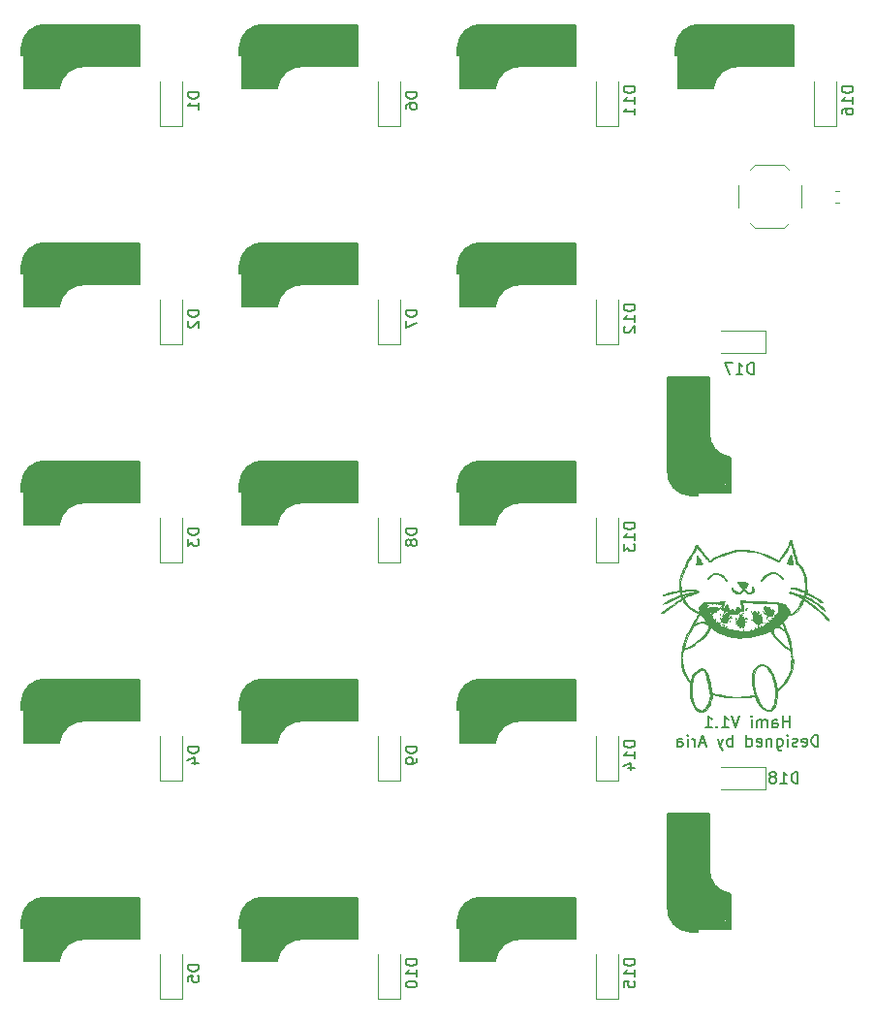
<source format=gbr>
G04 #@! TF.GenerationSoftware,KiCad,Pcbnew,(5.1.6)-1*
G04 #@! TF.CreationDate,2020-09-28T23:28:13+08:00*
G04 #@! TF.ProjectId,Hami,48616d69-2e6b-4696-9361-645f70636258,rev?*
G04 #@! TF.SameCoordinates,Original*
G04 #@! TF.FileFunction,Legend,Bot*
G04 #@! TF.FilePolarity,Positive*
%FSLAX46Y46*%
G04 Gerber Fmt 4.6, Leading zero omitted, Abs format (unit mm)*
G04 Created by KiCad (PCBNEW (5.1.6)-1) date 2020-09-28 23:28:13*
%MOMM*%
%LPD*%
G01*
G04 APERTURE LIST*
%ADD10C,0.150000*%
%ADD11C,0.400000*%
%ADD12C,0.500000*%
%ADD13C,3.500000*%
%ADD14C,1.000000*%
%ADD15C,3.000000*%
%ADD16C,0.800000*%
%ADD17C,0.300000*%
%ADD18C,0.010000*%
%ADD19C,0.120000*%
G04 APERTURE END LIST*
D10*
X178648857Y-118245380D02*
X178648857Y-117245380D01*
X178648857Y-117721571D02*
X178077428Y-117721571D01*
X178077428Y-118245380D02*
X178077428Y-117245380D01*
X177172666Y-118245380D02*
X177172666Y-117721571D01*
X177220285Y-117626333D01*
X177315523Y-117578714D01*
X177506000Y-117578714D01*
X177601238Y-117626333D01*
X177172666Y-118197761D02*
X177267904Y-118245380D01*
X177506000Y-118245380D01*
X177601238Y-118197761D01*
X177648857Y-118102523D01*
X177648857Y-118007285D01*
X177601238Y-117912047D01*
X177506000Y-117864428D01*
X177267904Y-117864428D01*
X177172666Y-117816809D01*
X176696476Y-118245380D02*
X176696476Y-117578714D01*
X176696476Y-117673952D02*
X176648857Y-117626333D01*
X176553619Y-117578714D01*
X176410761Y-117578714D01*
X176315523Y-117626333D01*
X176267904Y-117721571D01*
X176267904Y-118245380D01*
X176267904Y-117721571D02*
X176220285Y-117626333D01*
X176125047Y-117578714D01*
X175982190Y-117578714D01*
X175886952Y-117626333D01*
X175839333Y-117721571D01*
X175839333Y-118245380D01*
X175363142Y-118245380D02*
X175363142Y-117578714D01*
X175363142Y-117245380D02*
X175410761Y-117293000D01*
X175363142Y-117340619D01*
X175315523Y-117293000D01*
X175363142Y-117245380D01*
X175363142Y-117340619D01*
X174267904Y-117245380D02*
X173934571Y-118245380D01*
X173601238Y-117245380D01*
X172744095Y-118245380D02*
X173315523Y-118245380D01*
X173029809Y-118245380D02*
X173029809Y-117245380D01*
X173125047Y-117388238D01*
X173220285Y-117483476D01*
X173315523Y-117531095D01*
X172315523Y-118150142D02*
X172267904Y-118197761D01*
X172315523Y-118245380D01*
X172363142Y-118197761D01*
X172315523Y-118150142D01*
X172315523Y-118245380D01*
X171315523Y-118245380D02*
X171886952Y-118245380D01*
X171601238Y-118245380D02*
X171601238Y-117245380D01*
X171696476Y-117388238D01*
X171791714Y-117483476D01*
X171886952Y-117531095D01*
X181148857Y-119895380D02*
X181148857Y-118895380D01*
X180910761Y-118895380D01*
X180767904Y-118943000D01*
X180672666Y-119038238D01*
X180625047Y-119133476D01*
X180577428Y-119323952D01*
X180577428Y-119466809D01*
X180625047Y-119657285D01*
X180672666Y-119752523D01*
X180767904Y-119847761D01*
X180910761Y-119895380D01*
X181148857Y-119895380D01*
X179767904Y-119847761D02*
X179863142Y-119895380D01*
X180053619Y-119895380D01*
X180148857Y-119847761D01*
X180196476Y-119752523D01*
X180196476Y-119371571D01*
X180148857Y-119276333D01*
X180053619Y-119228714D01*
X179863142Y-119228714D01*
X179767904Y-119276333D01*
X179720285Y-119371571D01*
X179720285Y-119466809D01*
X180196476Y-119562047D01*
X179339333Y-119847761D02*
X179244095Y-119895380D01*
X179053619Y-119895380D01*
X178958380Y-119847761D01*
X178910761Y-119752523D01*
X178910761Y-119704904D01*
X178958380Y-119609666D01*
X179053619Y-119562047D01*
X179196476Y-119562047D01*
X179291714Y-119514428D01*
X179339333Y-119419190D01*
X179339333Y-119371571D01*
X179291714Y-119276333D01*
X179196476Y-119228714D01*
X179053619Y-119228714D01*
X178958380Y-119276333D01*
X178482190Y-119895380D02*
X178482190Y-119228714D01*
X178482190Y-118895380D02*
X178529809Y-118943000D01*
X178482190Y-118990619D01*
X178434571Y-118943000D01*
X178482190Y-118895380D01*
X178482190Y-118990619D01*
X177577428Y-119228714D02*
X177577428Y-120038238D01*
X177625047Y-120133476D01*
X177672666Y-120181095D01*
X177767904Y-120228714D01*
X177910761Y-120228714D01*
X178006000Y-120181095D01*
X177577428Y-119847761D02*
X177672666Y-119895380D01*
X177863142Y-119895380D01*
X177958380Y-119847761D01*
X178006000Y-119800142D01*
X178053619Y-119704904D01*
X178053619Y-119419190D01*
X178006000Y-119323952D01*
X177958380Y-119276333D01*
X177863142Y-119228714D01*
X177672666Y-119228714D01*
X177577428Y-119276333D01*
X177101238Y-119228714D02*
X177101238Y-119895380D01*
X177101238Y-119323952D02*
X177053619Y-119276333D01*
X176958380Y-119228714D01*
X176815523Y-119228714D01*
X176720285Y-119276333D01*
X176672666Y-119371571D01*
X176672666Y-119895380D01*
X175815523Y-119847761D02*
X175910761Y-119895380D01*
X176101238Y-119895380D01*
X176196476Y-119847761D01*
X176244095Y-119752523D01*
X176244095Y-119371571D01*
X176196476Y-119276333D01*
X176101238Y-119228714D01*
X175910761Y-119228714D01*
X175815523Y-119276333D01*
X175767904Y-119371571D01*
X175767904Y-119466809D01*
X176244095Y-119562047D01*
X174910761Y-119895380D02*
X174910761Y-118895380D01*
X174910761Y-119847761D02*
X175006000Y-119895380D01*
X175196476Y-119895380D01*
X175291714Y-119847761D01*
X175339333Y-119800142D01*
X175386952Y-119704904D01*
X175386952Y-119419190D01*
X175339333Y-119323952D01*
X175291714Y-119276333D01*
X175196476Y-119228714D01*
X175006000Y-119228714D01*
X174910761Y-119276333D01*
X173672666Y-119895380D02*
X173672666Y-118895380D01*
X173672666Y-119276333D02*
X173577428Y-119228714D01*
X173386952Y-119228714D01*
X173291714Y-119276333D01*
X173244095Y-119323952D01*
X173196476Y-119419190D01*
X173196476Y-119704904D01*
X173244095Y-119800142D01*
X173291714Y-119847761D01*
X173386952Y-119895380D01*
X173577428Y-119895380D01*
X173672666Y-119847761D01*
X172863142Y-119228714D02*
X172625047Y-119895380D01*
X172386952Y-119228714D02*
X172625047Y-119895380D01*
X172720285Y-120133476D01*
X172767904Y-120181095D01*
X172863142Y-120228714D01*
X171291714Y-119609666D02*
X170815523Y-119609666D01*
X171386952Y-119895380D02*
X171053619Y-118895380D01*
X170720285Y-119895380D01*
X170386952Y-119895380D02*
X170386952Y-119228714D01*
X170386952Y-119419190D02*
X170339333Y-119323952D01*
X170291714Y-119276333D01*
X170196476Y-119228714D01*
X170101238Y-119228714D01*
X169767904Y-119895380D02*
X169767904Y-119228714D01*
X169767904Y-118895380D02*
X169815523Y-118943000D01*
X169767904Y-118990619D01*
X169720285Y-118943000D01*
X169767904Y-118895380D01*
X169767904Y-118990619D01*
X168863142Y-119895380D02*
X168863142Y-119371571D01*
X168910761Y-119276333D01*
X169006000Y-119228714D01*
X169196476Y-119228714D01*
X169291714Y-119276333D01*
X168863142Y-119847761D02*
X168958380Y-119895380D01*
X169196476Y-119895380D01*
X169291714Y-119847761D01*
X169339333Y-119752523D01*
X169339333Y-119657285D01*
X169291714Y-119562047D01*
X169196476Y-119514428D01*
X168958380Y-119514428D01*
X168863142Y-119466809D01*
D11*
X159825000Y-95200000D02*
X158575000Y-95200000D01*
D12*
X150125000Y-100300000D02*
X152575000Y-100300000D01*
D10*
X159975000Y-95000000D02*
X151774999Y-95000000D01*
X155175000Y-98600000D02*
X159975000Y-98600000D01*
X149925000Y-100500000D02*
X152955000Y-100500000D01*
X149675000Y-96900000D02*
X149675000Y-97650000D01*
X149925000Y-96050000D02*
X149925000Y-100500000D01*
X149675000Y-97650000D02*
X149875000Y-97650000D01*
X159955000Y-97600000D02*
X159955000Y-95350000D01*
X159975000Y-98600000D02*
X159975000Y-95000000D01*
D13*
X158175000Y-96800000D02*
X151475000Y-96800000D01*
D14*
X159475000Y-95600000D02*
X159475000Y-98100000D01*
D12*
X159775000Y-98350000D02*
X158475000Y-98300000D01*
D15*
X151405000Y-96500000D02*
X151405000Y-98740000D01*
D16*
X150275000Y-100000000D02*
X150275000Y-98200001D01*
D17*
X149775000Y-97550000D02*
X149775000Y-96900000D01*
D10*
X152958682Y-100478529D02*
G75*
G02*
X155175000Y-98600000I2151318J-291471D01*
G01*
X149675000Y-96900001D02*
G75*
G02*
X151774999Y-95000000I2000000J-99999D01*
G01*
D14*
X152558682Y-100078529D02*
G75*
G02*
X154775000Y-98200000I2151318J-291471D01*
G01*
D11*
X140775000Y-95200000D02*
X139525000Y-95200000D01*
D12*
X131075000Y-100300000D02*
X133525000Y-100300000D01*
D10*
X140925000Y-95000000D02*
X132724999Y-95000000D01*
X136125000Y-98600000D02*
X140925000Y-98600000D01*
X130875000Y-100500000D02*
X133905000Y-100500000D01*
X130625000Y-96900000D02*
X130625000Y-97650000D01*
X130875000Y-96050000D02*
X130875000Y-100500000D01*
X130625000Y-97650000D02*
X130825000Y-97650000D01*
X140905000Y-97600000D02*
X140905000Y-95350000D01*
X140925000Y-98600000D02*
X140925000Y-95000000D01*
D13*
X139125000Y-96800000D02*
X132425000Y-96800000D01*
D14*
X140425000Y-95600000D02*
X140425000Y-98100000D01*
D12*
X140725000Y-98350000D02*
X139425000Y-98300000D01*
D15*
X132355000Y-96500000D02*
X132355000Y-98740000D01*
D16*
X131225000Y-100000000D02*
X131225000Y-98200001D01*
D17*
X130725000Y-97550000D02*
X130725000Y-96900000D01*
D10*
X133908682Y-100478529D02*
G75*
G02*
X136125000Y-98600000I2151318J-291471D01*
G01*
X130625000Y-96900001D02*
G75*
G02*
X132724999Y-95000000I2000000J-99999D01*
G01*
D14*
X133508682Y-100078529D02*
G75*
G02*
X135725000Y-98200000I2151318J-291471D01*
G01*
D11*
X159825000Y-76150000D02*
X158575000Y-76150000D01*
D12*
X150125000Y-81250000D02*
X152575000Y-81250000D01*
D10*
X159975000Y-75950000D02*
X151774999Y-75950000D01*
X155175000Y-79550000D02*
X159975000Y-79550000D01*
X149925000Y-81450000D02*
X152955000Y-81450000D01*
X149675000Y-77850000D02*
X149675000Y-78600000D01*
X149925000Y-77000000D02*
X149925000Y-81450000D01*
X149675000Y-78600000D02*
X149875000Y-78600000D01*
X159955000Y-78550000D02*
X159955000Y-76300000D01*
X159975000Y-79550000D02*
X159975000Y-75950000D01*
D13*
X158175000Y-77750000D02*
X151475000Y-77750000D01*
D14*
X159475000Y-76550000D02*
X159475000Y-79050000D01*
D12*
X159775000Y-79300000D02*
X158475000Y-79250000D01*
D15*
X151405000Y-77450000D02*
X151405000Y-79690000D01*
D16*
X150275000Y-80950000D02*
X150275000Y-79150001D01*
D17*
X149775000Y-78500000D02*
X149775000Y-77850000D01*
D10*
X152958682Y-81428529D02*
G75*
G02*
X155175000Y-79550000I2151318J-291471D01*
G01*
X149675000Y-77850001D02*
G75*
G02*
X151774999Y-75950000I2000000J-99999D01*
G01*
D14*
X152558682Y-81028529D02*
G75*
G02*
X154775000Y-79150000I2151318J-291471D01*
G01*
D11*
X140775000Y-57100000D02*
X139525000Y-57100000D01*
D12*
X131075000Y-62200000D02*
X133525000Y-62200000D01*
D10*
X140925000Y-56900000D02*
X132724999Y-56900000D01*
X136125000Y-60500000D02*
X140925000Y-60500000D01*
X130875000Y-62400000D02*
X133905000Y-62400000D01*
X130625000Y-58800000D02*
X130625000Y-59550000D01*
X130875000Y-57950000D02*
X130875000Y-62400000D01*
X130625000Y-59550000D02*
X130825000Y-59550000D01*
X140905000Y-59500000D02*
X140905000Y-57250000D01*
X140925000Y-60500000D02*
X140925000Y-56900000D01*
D13*
X139125000Y-58700000D02*
X132425000Y-58700000D01*
D14*
X140425000Y-57500000D02*
X140425000Y-60000000D01*
D12*
X140725000Y-60250000D02*
X139425000Y-60200000D01*
D15*
X132355000Y-58400000D02*
X132355000Y-60640000D01*
D16*
X131225000Y-61900000D02*
X131225000Y-60100001D01*
D17*
X130725000Y-59450000D02*
X130725000Y-58800000D01*
D10*
X133908682Y-62378529D02*
G75*
G02*
X136125000Y-60500000I2151318J-291471D01*
G01*
X130625000Y-58800001D02*
G75*
G02*
X132724999Y-56900000I2000000J-99999D01*
G01*
D14*
X133508682Y-61978529D02*
G75*
G02*
X135725000Y-60100000I2151318J-291471D01*
G01*
D11*
X159825000Y-57100000D02*
X158575000Y-57100000D01*
D12*
X150125000Y-62200000D02*
X152575000Y-62200000D01*
D10*
X159975000Y-56900000D02*
X151774999Y-56900000D01*
X155175000Y-60500000D02*
X159975000Y-60500000D01*
X149925000Y-62400000D02*
X152955000Y-62400000D01*
X149675000Y-58800000D02*
X149675000Y-59550000D01*
X149925000Y-57950000D02*
X149925000Y-62400000D01*
X149675000Y-59550000D02*
X149875000Y-59550000D01*
X159955000Y-59500000D02*
X159955000Y-57250000D01*
X159975000Y-60500000D02*
X159975000Y-56900000D01*
D13*
X158175000Y-58700000D02*
X151475000Y-58700000D01*
D14*
X159475000Y-57500000D02*
X159475000Y-60000000D01*
D12*
X159775000Y-60250000D02*
X158475000Y-60200000D01*
D15*
X151405000Y-58400000D02*
X151405000Y-60640000D01*
D16*
X150275000Y-61900000D02*
X150275000Y-60100001D01*
D17*
X149775000Y-59450000D02*
X149775000Y-58800000D01*
D10*
X152958682Y-62378529D02*
G75*
G02*
X155175000Y-60500000I2151318J-291471D01*
G01*
X149675000Y-58800001D02*
G75*
G02*
X151774999Y-56900000I2000000J-99999D01*
G01*
D14*
X152558682Y-61978529D02*
G75*
G02*
X154775000Y-60100000I2151318J-291471D01*
G01*
D17*
X170575000Y-135975000D02*
X169925000Y-135975000D01*
D16*
X173025000Y-135475000D02*
X171225001Y-135475000D01*
D15*
X169525000Y-134345000D02*
X171765000Y-134345000D01*
D12*
X171375000Y-125975000D02*
X171325000Y-127275000D01*
D14*
X168625000Y-126275000D02*
X171125000Y-126275000D01*
D13*
X169825000Y-127575000D02*
X169825000Y-134275000D01*
D10*
X171625000Y-125775000D02*
X168025000Y-125775000D01*
X170625000Y-125795000D02*
X168375000Y-125795000D01*
X170675000Y-136075000D02*
X170675000Y-135875000D01*
X169075000Y-135825000D02*
X173525000Y-135825000D01*
X169925000Y-136075000D02*
X170675000Y-136075000D01*
X173525000Y-135825000D02*
X173525000Y-132795000D01*
X171625000Y-130575000D02*
X171625000Y-125775000D01*
X168025000Y-125775000D02*
X168025000Y-133975001D01*
D12*
X173325000Y-135625000D02*
X173325000Y-133175000D01*
D11*
X168225000Y-125925000D02*
X168225000Y-127175000D01*
D14*
X173103529Y-133191318D02*
G75*
G02*
X171225000Y-130975000I291471J2151318D01*
G01*
D10*
X169925001Y-136075000D02*
G75*
G02*
X168025000Y-133975001I99999J2000000D01*
G01*
X173503529Y-132791318D02*
G75*
G02*
X171625000Y-130575000I291471J2151318D01*
G01*
D17*
X170575000Y-97875000D02*
X169925000Y-97875000D01*
D16*
X173025000Y-97375000D02*
X171225001Y-97375000D01*
D15*
X169525000Y-96245000D02*
X171765000Y-96245000D01*
D12*
X171375000Y-87875000D02*
X171325000Y-89175000D01*
D14*
X168625000Y-88175000D02*
X171125000Y-88175000D01*
D13*
X169825000Y-89475000D02*
X169825000Y-96175000D01*
D10*
X171625000Y-87675000D02*
X168025000Y-87675000D01*
X170625000Y-87695000D02*
X168375000Y-87695000D01*
X170675000Y-97975000D02*
X170675000Y-97775000D01*
X169075000Y-97725000D02*
X173525000Y-97725000D01*
X169925000Y-97975000D02*
X170675000Y-97975000D01*
X173525000Y-97725000D02*
X173525000Y-94695000D01*
X171625000Y-92475000D02*
X171625000Y-87675000D01*
X168025000Y-87675000D02*
X168025000Y-95875001D01*
D12*
X173325000Y-97525000D02*
X173325000Y-95075000D01*
D11*
X168225000Y-87825000D02*
X168225000Y-89075000D01*
D14*
X173103529Y-95091318D02*
G75*
G02*
X171225000Y-92875000I291471J2151318D01*
G01*
D10*
X169925001Y-97975000D02*
G75*
G02*
X168025000Y-95875001I99999J2000000D01*
G01*
X173503529Y-94691318D02*
G75*
G02*
X171625000Y-92475000I291471J2151318D01*
G01*
D11*
X178875000Y-57100000D02*
X177625000Y-57100000D01*
D12*
X169175000Y-62200000D02*
X171625000Y-62200000D01*
D10*
X179025000Y-56900000D02*
X170824999Y-56900000D01*
X174225000Y-60500000D02*
X179025000Y-60500000D01*
X168975000Y-62400000D02*
X172005000Y-62400000D01*
X168725000Y-58800000D02*
X168725000Y-59550000D01*
X168975000Y-57950000D02*
X168975000Y-62400000D01*
X168725000Y-59550000D02*
X168925000Y-59550000D01*
X179005000Y-59500000D02*
X179005000Y-57250000D01*
X179025000Y-60500000D02*
X179025000Y-56900000D01*
D13*
X177225000Y-58700000D02*
X170525000Y-58700000D01*
D14*
X178525000Y-57500000D02*
X178525000Y-60000000D01*
D12*
X178825000Y-60250000D02*
X177525000Y-60200000D01*
D15*
X170455000Y-58400000D02*
X170455000Y-60640000D01*
D16*
X169325000Y-61900000D02*
X169325000Y-60100001D01*
D17*
X168825000Y-59450000D02*
X168825000Y-58800000D01*
D10*
X172008682Y-62378529D02*
G75*
G02*
X174225000Y-60500000I2151318J-291471D01*
G01*
X168725000Y-58800001D02*
G75*
G02*
X170824999Y-56900000I2000000J-99999D01*
G01*
D14*
X171608682Y-61978529D02*
G75*
G02*
X173825000Y-60100000I2151318J-291471D01*
G01*
D11*
X159825000Y-133300000D02*
X158575000Y-133300000D01*
D12*
X150125000Y-138400000D02*
X152575000Y-138400000D01*
D10*
X159975000Y-133100000D02*
X151774999Y-133100000D01*
X155175000Y-136700000D02*
X159975000Y-136700000D01*
X149925000Y-138600000D02*
X152955000Y-138600000D01*
X149675000Y-135000000D02*
X149675000Y-135750000D01*
X149925000Y-134150000D02*
X149925000Y-138600000D01*
X149675000Y-135750000D02*
X149875000Y-135750000D01*
X159955000Y-135700000D02*
X159955000Y-133450000D01*
X159975000Y-136700000D02*
X159975000Y-133100000D01*
D13*
X158175000Y-134900000D02*
X151475000Y-134900000D01*
D14*
X159475000Y-133700000D02*
X159475000Y-136200000D01*
D12*
X159775000Y-136450000D02*
X158475000Y-136400000D01*
D15*
X151405000Y-134600000D02*
X151405000Y-136840000D01*
D16*
X150275000Y-138100000D02*
X150275000Y-136300001D01*
D17*
X149775000Y-135650000D02*
X149775000Y-135000000D01*
D10*
X152958682Y-138578529D02*
G75*
G02*
X155175000Y-136700000I2151318J-291471D01*
G01*
X149675000Y-135000001D02*
G75*
G02*
X151774999Y-133100000I2000000J-99999D01*
G01*
D14*
X152558682Y-138178529D02*
G75*
G02*
X154775000Y-136300000I2151318J-291471D01*
G01*
D11*
X159825000Y-114250000D02*
X158575000Y-114250000D01*
D12*
X150125000Y-119350000D02*
X152575000Y-119350000D01*
D10*
X159975000Y-114050000D02*
X151774999Y-114050000D01*
X155175000Y-117650000D02*
X159975000Y-117650000D01*
X149925000Y-119550000D02*
X152955000Y-119550000D01*
X149675000Y-115950000D02*
X149675000Y-116700000D01*
X149925000Y-115100000D02*
X149925000Y-119550000D01*
X149675000Y-116700000D02*
X149875000Y-116700000D01*
X159955000Y-116650000D02*
X159955000Y-114400000D01*
X159975000Y-117650000D02*
X159975000Y-114050000D01*
D13*
X158175000Y-115850000D02*
X151475000Y-115850000D01*
D14*
X159475000Y-114650000D02*
X159475000Y-117150000D01*
D12*
X159775000Y-117400000D02*
X158475000Y-117350000D01*
D15*
X151405000Y-115550000D02*
X151405000Y-117790000D01*
D16*
X150275000Y-119050000D02*
X150275000Y-117250001D01*
D17*
X149775000Y-116600000D02*
X149775000Y-115950000D01*
D10*
X152958682Y-119528529D02*
G75*
G02*
X155175000Y-117650000I2151318J-291471D01*
G01*
X149675000Y-115950001D02*
G75*
G02*
X151774999Y-114050000I2000000J-99999D01*
G01*
D14*
X152558682Y-119128529D02*
G75*
G02*
X154775000Y-117250000I2151318J-291471D01*
G01*
D11*
X140775000Y-133300000D02*
X139525000Y-133300000D01*
D12*
X131075000Y-138400000D02*
X133525000Y-138400000D01*
D10*
X140925000Y-133100000D02*
X132724999Y-133100000D01*
X136125000Y-136700000D02*
X140925000Y-136700000D01*
X130875000Y-138600000D02*
X133905000Y-138600000D01*
X130625000Y-135000000D02*
X130625000Y-135750000D01*
X130875000Y-134150000D02*
X130875000Y-138600000D01*
X130625000Y-135750000D02*
X130825000Y-135750000D01*
X140905000Y-135700000D02*
X140905000Y-133450000D01*
X140925000Y-136700000D02*
X140925000Y-133100000D01*
D13*
X139125000Y-134900000D02*
X132425000Y-134900000D01*
D14*
X140425000Y-133700000D02*
X140425000Y-136200000D01*
D12*
X140725000Y-136450000D02*
X139425000Y-136400000D01*
D15*
X132355000Y-134600000D02*
X132355000Y-136840000D01*
D16*
X131225000Y-138100000D02*
X131225000Y-136300001D01*
D17*
X130725000Y-135650000D02*
X130725000Y-135000000D01*
D10*
X133908682Y-138578529D02*
G75*
G02*
X136125000Y-136700000I2151318J-291471D01*
G01*
X130625000Y-135000001D02*
G75*
G02*
X132724999Y-133100000I2000000J-99999D01*
G01*
D14*
X133508682Y-138178529D02*
G75*
G02*
X135725000Y-136300000I2151318J-291471D01*
G01*
D11*
X140775000Y-114250000D02*
X139525000Y-114250000D01*
D12*
X131075000Y-119350000D02*
X133525000Y-119350000D01*
D10*
X140925000Y-114050000D02*
X132724999Y-114050000D01*
X136125000Y-117650000D02*
X140925000Y-117650000D01*
X130875000Y-119550000D02*
X133905000Y-119550000D01*
X130625000Y-115950000D02*
X130625000Y-116700000D01*
X130875000Y-115100000D02*
X130875000Y-119550000D01*
X130625000Y-116700000D02*
X130825000Y-116700000D01*
X140905000Y-116650000D02*
X140905000Y-114400000D01*
X140925000Y-117650000D02*
X140925000Y-114050000D01*
D13*
X139125000Y-115850000D02*
X132425000Y-115850000D01*
D14*
X140425000Y-114650000D02*
X140425000Y-117150000D01*
D12*
X140725000Y-117400000D02*
X139425000Y-117350000D01*
D15*
X132355000Y-115550000D02*
X132355000Y-117790000D01*
D16*
X131225000Y-119050000D02*
X131225000Y-117250001D01*
D17*
X130725000Y-116600000D02*
X130725000Y-115950000D01*
D10*
X133908682Y-119528529D02*
G75*
G02*
X136125000Y-117650000I2151318J-291471D01*
G01*
X130625000Y-115950001D02*
G75*
G02*
X132724999Y-114050000I2000000J-99999D01*
G01*
D14*
X133508682Y-119128529D02*
G75*
G02*
X135725000Y-117250000I2151318J-291471D01*
G01*
D11*
X140775000Y-76150000D02*
X139525000Y-76150000D01*
D12*
X131075000Y-81250000D02*
X133525000Y-81250000D01*
D10*
X140925000Y-75950000D02*
X132724999Y-75950000D01*
X136125000Y-79550000D02*
X140925000Y-79550000D01*
X130875000Y-81450000D02*
X133905000Y-81450000D01*
X130625000Y-77850000D02*
X130625000Y-78600000D01*
X130875000Y-77000000D02*
X130875000Y-81450000D01*
X130625000Y-78600000D02*
X130825000Y-78600000D01*
X140905000Y-78550000D02*
X140905000Y-76300000D01*
X140925000Y-79550000D02*
X140925000Y-75950000D01*
D13*
X139125000Y-77750000D02*
X132425000Y-77750000D01*
D14*
X140425000Y-76550000D02*
X140425000Y-79050000D01*
D12*
X140725000Y-79300000D02*
X139425000Y-79250000D01*
D15*
X132355000Y-77450000D02*
X132355000Y-79690000D01*
D16*
X131225000Y-80950000D02*
X131225000Y-79150001D01*
D17*
X130725000Y-78500000D02*
X130725000Y-77850000D01*
D10*
X133908682Y-81428529D02*
G75*
G02*
X136125000Y-79550000I2151318J-291471D01*
G01*
X130625000Y-77850001D02*
G75*
G02*
X132724999Y-75950000I2000000J-99999D01*
G01*
D14*
X133508682Y-81028529D02*
G75*
G02*
X135725000Y-79150000I2151318J-291471D01*
G01*
D11*
X121725000Y-133300000D02*
X120475000Y-133300000D01*
D12*
X112025000Y-138400000D02*
X114475000Y-138400000D01*
D10*
X121875000Y-133100000D02*
X113674999Y-133100000D01*
X117075000Y-136700000D02*
X121875000Y-136700000D01*
X111825000Y-138600000D02*
X114855000Y-138600000D01*
X111575000Y-135000000D02*
X111575000Y-135750000D01*
X111825000Y-134150000D02*
X111825000Y-138600000D01*
X111575000Y-135750000D02*
X111775000Y-135750000D01*
X121855000Y-135700000D02*
X121855000Y-133450000D01*
X121875000Y-136700000D02*
X121875000Y-133100000D01*
D13*
X120075000Y-134900000D02*
X113375000Y-134900000D01*
D14*
X121375000Y-133700000D02*
X121375000Y-136200000D01*
D12*
X121675000Y-136450000D02*
X120375000Y-136400000D01*
D15*
X113305000Y-134600000D02*
X113305000Y-136840000D01*
D16*
X112175000Y-138100000D02*
X112175000Y-136300001D01*
D17*
X111675000Y-135650000D02*
X111675000Y-135000000D01*
D10*
X114858682Y-138578529D02*
G75*
G02*
X117075000Y-136700000I2151318J-291471D01*
G01*
X111575000Y-135000001D02*
G75*
G02*
X113674999Y-133100000I2000000J-99999D01*
G01*
D14*
X114458682Y-138178529D02*
G75*
G02*
X116675000Y-136300000I2151318J-291471D01*
G01*
D11*
X121725000Y-114250000D02*
X120475000Y-114250000D01*
D12*
X112025000Y-119350000D02*
X114475000Y-119350000D01*
D10*
X121875000Y-114050000D02*
X113674999Y-114050000D01*
X117075000Y-117650000D02*
X121875000Y-117650000D01*
X111825000Y-119550000D02*
X114855000Y-119550000D01*
X111575000Y-115950000D02*
X111575000Y-116700000D01*
X111825000Y-115100000D02*
X111825000Y-119550000D01*
X111575000Y-116700000D02*
X111775000Y-116700000D01*
X121855000Y-116650000D02*
X121855000Y-114400000D01*
X121875000Y-117650000D02*
X121875000Y-114050000D01*
D13*
X120075000Y-115850000D02*
X113375000Y-115850000D01*
D14*
X121375000Y-114650000D02*
X121375000Y-117150000D01*
D12*
X121675000Y-117400000D02*
X120375000Y-117350000D01*
D15*
X113305000Y-115550000D02*
X113305000Y-117790000D01*
D16*
X112175000Y-119050000D02*
X112175000Y-117250001D01*
D17*
X111675000Y-116600000D02*
X111675000Y-115950000D01*
D10*
X114858682Y-119528529D02*
G75*
G02*
X117075000Y-117650000I2151318J-291471D01*
G01*
X111575000Y-115950001D02*
G75*
G02*
X113674999Y-114050000I2000000J-99999D01*
G01*
D14*
X114458682Y-119128529D02*
G75*
G02*
X116675000Y-117250000I2151318J-291471D01*
G01*
D11*
X121725000Y-95200000D02*
X120475000Y-95200000D01*
D12*
X112025000Y-100300000D02*
X114475000Y-100300000D01*
D10*
X121875000Y-95000000D02*
X113674999Y-95000000D01*
X117075000Y-98600000D02*
X121875000Y-98600000D01*
X111825000Y-100500000D02*
X114855000Y-100500000D01*
X111575000Y-96900000D02*
X111575000Y-97650000D01*
X111825000Y-96050000D02*
X111825000Y-100500000D01*
X111575000Y-97650000D02*
X111775000Y-97650000D01*
X121855000Y-97600000D02*
X121855000Y-95350000D01*
X121875000Y-98600000D02*
X121875000Y-95000000D01*
D13*
X120075000Y-96800000D02*
X113375000Y-96800000D01*
D14*
X121375000Y-95600000D02*
X121375000Y-98100000D01*
D12*
X121675000Y-98350000D02*
X120375000Y-98300000D01*
D15*
X113305000Y-96500000D02*
X113305000Y-98740000D01*
D16*
X112175000Y-100000000D02*
X112175000Y-98200001D01*
D17*
X111675000Y-97550000D02*
X111675000Y-96900000D01*
D10*
X114858682Y-100478529D02*
G75*
G02*
X117075000Y-98600000I2151318J-291471D01*
G01*
X111575000Y-96900001D02*
G75*
G02*
X113674999Y-95000000I2000000J-99999D01*
G01*
D14*
X114458682Y-100078529D02*
G75*
G02*
X116675000Y-98200000I2151318J-291471D01*
G01*
D11*
X121725000Y-76150000D02*
X120475000Y-76150000D01*
D12*
X112025000Y-81250000D02*
X114475000Y-81250000D01*
D10*
X121875000Y-75950000D02*
X113674999Y-75950000D01*
X117075000Y-79550000D02*
X121875000Y-79550000D01*
X111825000Y-81450000D02*
X114855000Y-81450000D01*
X111575000Y-77850000D02*
X111575000Y-78600000D01*
X111825000Y-77000000D02*
X111825000Y-81450000D01*
X111575000Y-78600000D02*
X111775000Y-78600000D01*
X121855000Y-78550000D02*
X121855000Y-76300000D01*
X121875000Y-79550000D02*
X121875000Y-75950000D01*
D13*
X120075000Y-77750000D02*
X113375000Y-77750000D01*
D14*
X121375000Y-76550000D02*
X121375000Y-79050000D01*
D12*
X121675000Y-79300000D02*
X120375000Y-79250000D01*
D15*
X113305000Y-77450000D02*
X113305000Y-79690000D01*
D16*
X112175000Y-80950000D02*
X112175000Y-79150001D01*
D17*
X111675000Y-78500000D02*
X111675000Y-77850000D01*
D10*
X114858682Y-81428529D02*
G75*
G02*
X117075000Y-79550000I2151318J-291471D01*
G01*
X111575000Y-77850001D02*
G75*
G02*
X113674999Y-75950000I2000000J-99999D01*
G01*
D14*
X114458682Y-81028529D02*
G75*
G02*
X116675000Y-79150000I2151318J-291471D01*
G01*
D11*
X121725000Y-57100000D02*
X120475000Y-57100000D01*
D12*
X112025000Y-62200000D02*
X114475000Y-62200000D01*
D10*
X121875000Y-56900000D02*
X113674999Y-56900000D01*
X117075000Y-60500000D02*
X121875000Y-60500000D01*
X111825000Y-62400000D02*
X114855000Y-62400000D01*
X111575000Y-58800000D02*
X111575000Y-59550000D01*
X111825000Y-57950000D02*
X111825000Y-62400000D01*
X111575000Y-59550000D02*
X111775000Y-59550000D01*
X121855000Y-59500000D02*
X121855000Y-57250000D01*
X121875000Y-60500000D02*
X121875000Y-56900000D01*
D13*
X120075000Y-58700000D02*
X113375000Y-58700000D01*
D14*
X121375000Y-57500000D02*
X121375000Y-60000000D01*
D12*
X121675000Y-60250000D02*
X120375000Y-60200000D01*
D15*
X113305000Y-58400000D02*
X113305000Y-60640000D01*
D16*
X112175000Y-61900000D02*
X112175000Y-60100001D01*
D17*
X111675000Y-59450000D02*
X111675000Y-58800000D01*
D10*
X114858682Y-62378529D02*
G75*
G02*
X117075000Y-60500000I2151318J-291471D01*
G01*
X111575000Y-58800001D02*
G75*
G02*
X113674999Y-56900000I2000000J-99999D01*
G01*
D14*
X114458682Y-61978529D02*
G75*
G02*
X116675000Y-60100000I2151318J-291471D01*
G01*
D18*
G36*
X170581674Y-103277274D02*
G01*
X170556530Y-103338998D01*
X170538299Y-103455439D01*
X170525001Y-103637696D01*
X170517600Y-103809500D01*
X170511500Y-103978833D01*
X170723167Y-103985441D01*
X170863484Y-103985253D01*
X170977904Y-103977240D01*
X171012697Y-103971026D01*
X171063543Y-103951321D01*
X171058075Y-103917599D01*
X171008220Y-103858584D01*
X170963773Y-103805474D01*
X170921668Y-103742972D01*
X170871534Y-103652869D01*
X170803001Y-103516956D01*
X170739186Y-103386166D01*
X170680099Y-103299179D01*
X170619748Y-103259419D01*
X170615711Y-103259166D01*
X170581674Y-103277274D01*
G37*
X170581674Y-103277274D02*
X170556530Y-103338998D01*
X170538299Y-103455439D01*
X170525001Y-103637696D01*
X170517600Y-103809500D01*
X170511500Y-103978833D01*
X170723167Y-103985441D01*
X170863484Y-103985253D01*
X170977904Y-103977240D01*
X171012697Y-103971026D01*
X171063543Y-103951321D01*
X171058075Y-103917599D01*
X171008220Y-103858584D01*
X170963773Y-103805474D01*
X170921668Y-103742972D01*
X170871534Y-103652869D01*
X170803001Y-103516956D01*
X170739186Y-103386166D01*
X170680099Y-103299179D01*
X170619748Y-103259419D01*
X170615711Y-103259166D01*
X170581674Y-103277274D01*
G36*
X178747713Y-103201929D02*
G01*
X178706572Y-103247860D01*
X178648560Y-103350704D01*
X178584161Y-103487248D01*
X178523857Y-103634278D01*
X178478131Y-103768582D01*
X178461709Y-103835236D01*
X178457090Y-103904561D01*
X178489222Y-103946647D01*
X178577431Y-103979392D01*
X178633158Y-103993986D01*
X178797063Y-104030555D01*
X178897496Y-104038832D01*
X178950862Y-104018594D01*
X178968301Y-103989416D01*
X178966880Y-103918319D01*
X178940678Y-103806709D01*
X178929496Y-103772427D01*
X178890860Y-103621832D01*
X178872022Y-103470704D01*
X178871686Y-103454927D01*
X178855659Y-103307228D01*
X178812942Y-103218739D01*
X178749381Y-103201393D01*
X178747713Y-103201929D01*
G37*
X178747713Y-103201929D02*
X178706572Y-103247860D01*
X178648560Y-103350704D01*
X178584161Y-103487248D01*
X178523857Y-103634278D01*
X178478131Y-103768582D01*
X178461709Y-103835236D01*
X178457090Y-103904561D01*
X178489222Y-103946647D01*
X178577431Y-103979392D01*
X178633158Y-103993986D01*
X178797063Y-104030555D01*
X178897496Y-104038832D01*
X178950862Y-104018594D01*
X178968301Y-103989416D01*
X178966880Y-103918319D01*
X178940678Y-103806709D01*
X178929496Y-103772427D01*
X178890860Y-103621832D01*
X178872022Y-103470704D01*
X178871686Y-103454927D01*
X178855659Y-103307228D01*
X178812942Y-103218739D01*
X178749381Y-103201393D01*
X178747713Y-103201929D01*
G36*
X177106803Y-104692843D02*
G01*
X177094772Y-104694415D01*
X176946647Y-104736522D01*
X176775653Y-104819008D01*
X176598515Y-104929293D01*
X176431958Y-105054798D01*
X176292706Y-105182943D01*
X176197484Y-105301147D01*
X176163000Y-105395285D01*
X176183878Y-105438296D01*
X176242922Y-105411803D01*
X176334751Y-105318908D01*
X176369953Y-105275951D01*
X176533946Y-105104830D01*
X176730608Y-104954083D01*
X176935149Y-104839644D01*
X177122778Y-104777443D01*
X177152523Y-104773059D01*
X177367363Y-104791227D01*
X177587104Y-104892827D01*
X177809875Y-105076895D01*
X177872753Y-105143319D01*
X177985601Y-105250405D01*
X178074693Y-105299616D01*
X178102045Y-105300523D01*
X178123085Y-105277706D01*
X178096000Y-105224172D01*
X178014818Y-105131431D01*
X177907470Y-105023847D01*
X177701284Y-104845557D01*
X177511893Y-104736142D01*
X177320124Y-104687828D01*
X177106803Y-104692843D01*
G37*
X177106803Y-104692843D02*
X177094772Y-104694415D01*
X176946647Y-104736522D01*
X176775653Y-104819008D01*
X176598515Y-104929293D01*
X176431958Y-105054798D01*
X176292706Y-105182943D01*
X176197484Y-105301147D01*
X176163000Y-105395285D01*
X176183878Y-105438296D01*
X176242922Y-105411803D01*
X176334751Y-105318908D01*
X176369953Y-105275951D01*
X176533946Y-105104830D01*
X176730608Y-104954083D01*
X176935149Y-104839644D01*
X177122778Y-104777443D01*
X177152523Y-104773059D01*
X177367363Y-104791227D01*
X177587104Y-104892827D01*
X177809875Y-105076895D01*
X177872753Y-105143319D01*
X177985601Y-105250405D01*
X178074693Y-105299616D01*
X178102045Y-105300523D01*
X178123085Y-105277706D01*
X178096000Y-105224172D01*
X178014818Y-105131431D01*
X177907470Y-105023847D01*
X177701284Y-104845557D01*
X177511893Y-104736142D01*
X177320124Y-104687828D01*
X177106803Y-104692843D01*
G36*
X172073939Y-104780354D02*
G01*
X171893991Y-104843270D01*
X171783372Y-104912447D01*
X171664625Y-105005740D01*
X171558322Y-105104372D01*
X171485035Y-105189568D01*
X171464000Y-105235703D01*
X171488604Y-105270199D01*
X171559803Y-105238845D01*
X171673674Y-105143737D01*
X171719691Y-105098976D01*
X171834538Y-104995683D01*
X171944390Y-104915467D01*
X171997614Y-104887309D01*
X172216181Y-104847886D01*
X172444124Y-104888642D01*
X172675169Y-105006548D01*
X172903044Y-105198574D01*
X173085836Y-105412821D01*
X173153532Y-105455885D01*
X173194951Y-105443002D01*
X173213793Y-105409236D01*
X173187196Y-105349304D01*
X173108186Y-105250995D01*
X173046784Y-105183567D01*
X172812353Y-104975751D01*
X172565337Y-104837290D01*
X172315833Y-104771164D01*
X172073939Y-104780354D01*
G37*
X172073939Y-104780354D02*
X171893991Y-104843270D01*
X171783372Y-104912447D01*
X171664625Y-105005740D01*
X171558322Y-105104372D01*
X171485035Y-105189568D01*
X171464000Y-105235703D01*
X171488604Y-105270199D01*
X171559803Y-105238845D01*
X171673674Y-105143737D01*
X171719691Y-105098976D01*
X171834538Y-104995683D01*
X171944390Y-104915467D01*
X171997614Y-104887309D01*
X172216181Y-104847886D01*
X172444124Y-104888642D01*
X172675169Y-105006548D01*
X172903044Y-105198574D01*
X173085836Y-105412821D01*
X173153532Y-105455885D01*
X173194951Y-105443002D01*
X173213793Y-105409236D01*
X173187196Y-105349304D01*
X173108186Y-105250995D01*
X173046784Y-105183567D01*
X172812353Y-104975751D01*
X172565337Y-104837290D01*
X172315833Y-104771164D01*
X172073939Y-104780354D01*
G36*
X174200300Y-105537181D02*
G01*
X174120250Y-105556831D01*
X174109689Y-105566566D01*
X174121634Y-105616692D01*
X174174491Y-105708092D01*
X174252474Y-105819161D01*
X174339796Y-105928297D01*
X174420670Y-106013897D01*
X174459084Y-106044686D01*
X174507161Y-106116119D01*
X174496491Y-106212383D01*
X174440110Y-106313415D01*
X174351056Y-106399153D01*
X174242365Y-106449535D01*
X174192239Y-106455333D01*
X173998663Y-106415630D01*
X173829829Y-106307039D01*
X173715201Y-106154549D01*
X173659884Y-106056629D01*
X173624317Y-106031983D01*
X173606705Y-106055738D01*
X173582056Y-106149880D01*
X173597449Y-106188049D01*
X173623000Y-106180166D01*
X173662010Y-106183523D01*
X173665334Y-106198834D01*
X173673531Y-106287416D01*
X173713852Y-106353573D01*
X173732462Y-106374676D01*
X173845835Y-106452486D01*
X174006192Y-106507629D01*
X174176788Y-106530026D01*
X174272627Y-106522853D01*
X174426699Y-106457700D01*
X174529131Y-106367742D01*
X174600523Y-106288401D01*
X174646073Y-106267654D01*
X174693177Y-106298261D01*
X174714170Y-106318836D01*
X174895704Y-106460267D01*
X175083006Y-106535166D01*
X175262034Y-106541344D01*
X175418741Y-106476611D01*
X175466425Y-106436090D01*
X175547726Y-106331333D01*
X175563798Y-106227659D01*
X175517775Y-106096090D01*
X175505747Y-106072231D01*
X175442526Y-105973434D01*
X175399626Y-105955517D01*
X175380142Y-106016463D01*
X175386638Y-106149824D01*
X175394590Y-106288769D01*
X175374022Y-106371967D01*
X175342180Y-106409116D01*
X175217993Y-106462006D01*
X175072692Y-106447513D01*
X174926070Y-106372387D01*
X174797916Y-106243375D01*
X174779927Y-106217391D01*
X174733846Y-106138584D01*
X174737199Y-106097172D01*
X174780570Y-106067021D01*
X174841287Y-106012853D01*
X174914434Y-105921583D01*
X174925523Y-105905000D01*
X174808334Y-105905000D01*
X174776119Y-105946103D01*
X174766000Y-105947333D01*
X174724897Y-105915118D01*
X174723667Y-105905000D01*
X174755882Y-105863896D01*
X174766000Y-105862666D01*
X174807104Y-105894881D01*
X174808334Y-105905000D01*
X174925523Y-105905000D01*
X174984046Y-105817488D01*
X175034162Y-105724847D01*
X175048819Y-105667937D01*
X175046175Y-105663063D01*
X174971090Y-105624335D01*
X174840470Y-105589700D01*
X174676198Y-105561412D01*
X174500157Y-105541726D01*
X174334230Y-105532898D01*
X174200300Y-105537181D01*
G37*
X174200300Y-105537181D02*
X174120250Y-105556831D01*
X174109689Y-105566566D01*
X174121634Y-105616692D01*
X174174491Y-105708092D01*
X174252474Y-105819161D01*
X174339796Y-105928297D01*
X174420670Y-106013897D01*
X174459084Y-106044686D01*
X174507161Y-106116119D01*
X174496491Y-106212383D01*
X174440110Y-106313415D01*
X174351056Y-106399153D01*
X174242365Y-106449535D01*
X174192239Y-106455333D01*
X173998663Y-106415630D01*
X173829829Y-106307039D01*
X173715201Y-106154549D01*
X173659884Y-106056629D01*
X173624317Y-106031983D01*
X173606705Y-106055738D01*
X173582056Y-106149880D01*
X173597449Y-106188049D01*
X173623000Y-106180166D01*
X173662010Y-106183523D01*
X173665334Y-106198834D01*
X173673531Y-106287416D01*
X173713852Y-106353573D01*
X173732462Y-106374676D01*
X173845835Y-106452486D01*
X174006192Y-106507629D01*
X174176788Y-106530026D01*
X174272627Y-106522853D01*
X174426699Y-106457700D01*
X174529131Y-106367742D01*
X174600523Y-106288401D01*
X174646073Y-106267654D01*
X174693177Y-106298261D01*
X174714170Y-106318836D01*
X174895704Y-106460267D01*
X175083006Y-106535166D01*
X175262034Y-106541344D01*
X175418741Y-106476611D01*
X175466425Y-106436090D01*
X175547726Y-106331333D01*
X175563798Y-106227659D01*
X175517775Y-106096090D01*
X175505747Y-106072231D01*
X175442526Y-105973434D01*
X175399626Y-105955517D01*
X175380142Y-106016463D01*
X175386638Y-106149824D01*
X175394590Y-106288769D01*
X175374022Y-106371967D01*
X175342180Y-106409116D01*
X175217993Y-106462006D01*
X175072692Y-106447513D01*
X174926070Y-106372387D01*
X174797916Y-106243375D01*
X174779927Y-106217391D01*
X174733846Y-106138584D01*
X174737199Y-106097172D01*
X174780570Y-106067021D01*
X174841287Y-106012853D01*
X174914434Y-105921583D01*
X174925523Y-105905000D01*
X174808334Y-105905000D01*
X174776119Y-105946103D01*
X174766000Y-105947333D01*
X174724897Y-105915118D01*
X174723667Y-105905000D01*
X174755882Y-105863896D01*
X174766000Y-105862666D01*
X174807104Y-105894881D01*
X174808334Y-105905000D01*
X174925523Y-105905000D01*
X174984046Y-105817488D01*
X175034162Y-105724847D01*
X175048819Y-105667937D01*
X175046175Y-105663063D01*
X174971090Y-105624335D01*
X174840470Y-105589700D01*
X174676198Y-105561412D01*
X174500157Y-105541726D01*
X174334230Y-105532898D01*
X174200300Y-105537181D01*
G36*
X171887334Y-107450166D02*
G01*
X171908500Y-107471333D01*
X171929667Y-107450166D01*
X171908500Y-107429000D01*
X171887334Y-107450166D01*
G37*
X171887334Y-107450166D02*
X171908500Y-107471333D01*
X171929667Y-107450166D01*
X171908500Y-107429000D01*
X171887334Y-107450166D01*
G36*
X172226000Y-107450166D02*
G01*
X172247167Y-107471333D01*
X172268334Y-107450166D01*
X172247167Y-107429000D01*
X172226000Y-107450166D01*
G37*
X172226000Y-107450166D02*
X172247167Y-107471333D01*
X172268334Y-107450166D01*
X172247167Y-107429000D01*
X172226000Y-107450166D01*
G36*
X172409445Y-107443111D02*
G01*
X172415256Y-107468278D01*
X172437667Y-107471333D01*
X172472512Y-107455844D01*
X172465889Y-107443111D01*
X172415650Y-107438044D01*
X172409445Y-107443111D01*
G37*
X172409445Y-107443111D02*
X172415256Y-107468278D01*
X172437667Y-107471333D01*
X172472512Y-107455844D01*
X172465889Y-107443111D01*
X172415650Y-107438044D01*
X172409445Y-107443111D01*
G36*
X172607000Y-107492500D02*
G01*
X172628167Y-107513666D01*
X172649334Y-107492500D01*
X172628167Y-107471333D01*
X172607000Y-107492500D01*
G37*
X172607000Y-107492500D02*
X172628167Y-107513666D01*
X172649334Y-107492500D01*
X172628167Y-107471333D01*
X172607000Y-107492500D01*
G36*
X177658778Y-107527777D02*
G01*
X177664589Y-107552944D01*
X177687000Y-107556000D01*
X177721846Y-107540510D01*
X177715223Y-107527777D01*
X177664983Y-107522711D01*
X177658778Y-107527777D01*
G37*
X177658778Y-107527777D02*
X177664589Y-107552944D01*
X177687000Y-107556000D01*
X177721846Y-107540510D01*
X177715223Y-107527777D01*
X177664983Y-107522711D01*
X177658778Y-107527777D01*
G36*
X171421667Y-107577166D02*
G01*
X171442834Y-107598333D01*
X171464000Y-107577166D01*
X171442834Y-107556000D01*
X171421667Y-107577166D01*
G37*
X171421667Y-107577166D02*
X171442834Y-107598333D01*
X171464000Y-107577166D01*
X171442834Y-107556000D01*
X171421667Y-107577166D01*
G36*
X171506334Y-107577166D02*
G01*
X171527500Y-107598333D01*
X171548667Y-107577166D01*
X171527500Y-107556000D01*
X171506334Y-107577166D01*
G37*
X171506334Y-107577166D02*
X171527500Y-107598333D01*
X171548667Y-107577166D01*
X171527500Y-107556000D01*
X171506334Y-107577166D01*
G36*
X177687000Y-107619500D02*
G01*
X177708167Y-107640666D01*
X177729334Y-107619500D01*
X177708167Y-107598333D01*
X177687000Y-107619500D01*
G37*
X177687000Y-107619500D02*
X177708167Y-107640666D01*
X177729334Y-107619500D01*
X177708167Y-107598333D01*
X177687000Y-107619500D01*
G36*
X177856334Y-107619500D02*
G01*
X177877500Y-107640666D01*
X177898667Y-107619500D01*
X177877500Y-107598333D01*
X177856334Y-107619500D01*
G37*
X177856334Y-107619500D02*
X177877500Y-107640666D01*
X177898667Y-107619500D01*
X177877500Y-107598333D01*
X177856334Y-107619500D01*
G36*
X171464000Y-107661833D02*
G01*
X171485167Y-107683000D01*
X171506334Y-107661833D01*
X171485167Y-107640666D01*
X171464000Y-107661833D01*
G37*
X171464000Y-107661833D02*
X171485167Y-107683000D01*
X171506334Y-107661833D01*
X171485167Y-107640666D01*
X171464000Y-107661833D01*
G36*
X172655875Y-107657790D02*
G01*
X172610785Y-107697143D01*
X172607000Y-107706665D01*
X172627091Y-107724064D01*
X172668919Y-107685076D01*
X172674543Y-107676459D01*
X172679533Y-107647490D01*
X172655875Y-107657790D01*
G37*
X172655875Y-107657790D02*
X172610785Y-107697143D01*
X172607000Y-107706665D01*
X172627091Y-107724064D01*
X172668919Y-107685076D01*
X172674543Y-107676459D01*
X172679533Y-107647490D01*
X172655875Y-107657790D01*
G36*
X177947541Y-107657790D02*
G01*
X177902451Y-107697143D01*
X177898667Y-107706665D01*
X177918758Y-107724064D01*
X177960585Y-107685076D01*
X177966210Y-107676459D01*
X177971199Y-107647490D01*
X177947541Y-107657790D01*
G37*
X177947541Y-107657790D02*
X177902451Y-107697143D01*
X177898667Y-107706665D01*
X177918758Y-107724064D01*
X177960585Y-107685076D01*
X177966210Y-107676459D01*
X177971199Y-107647490D01*
X177947541Y-107657790D01*
G36*
X172607000Y-107831166D02*
G01*
X172628167Y-107852333D01*
X172649334Y-107831166D01*
X172628167Y-107810000D01*
X172607000Y-107831166D01*
G37*
X172607000Y-107831166D02*
X172628167Y-107852333D01*
X172649334Y-107831166D01*
X172628167Y-107810000D01*
X172607000Y-107831166D01*
G36*
X174893000Y-107831166D02*
G01*
X174914167Y-107852333D01*
X174935334Y-107831166D01*
X174914167Y-107810000D01*
X174893000Y-107831166D01*
G37*
X174893000Y-107831166D02*
X174914167Y-107852333D01*
X174935334Y-107831166D01*
X174914167Y-107810000D01*
X174893000Y-107831166D01*
G36*
X171506334Y-107873500D02*
G01*
X171527500Y-107894666D01*
X171548667Y-107873500D01*
X171527500Y-107852333D01*
X171506334Y-107873500D01*
G37*
X171506334Y-107873500D02*
X171527500Y-107894666D01*
X171548667Y-107873500D01*
X171527500Y-107852333D01*
X171506334Y-107873500D01*
G36*
X177775631Y-107669270D02*
G01*
X177777765Y-107739929D01*
X177776032Y-107767666D01*
X177765687Y-107809822D01*
X177736039Y-107777927D01*
X177729334Y-107767666D01*
X177695790Y-107733782D01*
X177688297Y-107746500D01*
X177709098Y-107818162D01*
X177722640Y-107842951D01*
X177757767Y-107862064D01*
X177798925Y-107804630D01*
X177805062Y-107791546D01*
X177829919Y-107696232D01*
X177811355Y-107660198D01*
X177776453Y-107658014D01*
X177775631Y-107669270D01*
G37*
X177775631Y-107669270D02*
X177777765Y-107739929D01*
X177776032Y-107767666D01*
X177765687Y-107809822D01*
X177736039Y-107777927D01*
X177729334Y-107767666D01*
X177695790Y-107733782D01*
X177688297Y-107746500D01*
X177709098Y-107818162D01*
X177722640Y-107842951D01*
X177757767Y-107862064D01*
X177798925Y-107804630D01*
X177805062Y-107791546D01*
X177829919Y-107696232D01*
X177811355Y-107660198D01*
X177776453Y-107658014D01*
X177775631Y-107669270D01*
G36*
X173072667Y-107958166D02*
G01*
X173093834Y-107979333D01*
X173115000Y-107958166D01*
X173093834Y-107937000D01*
X173072667Y-107958166D01*
G37*
X173072667Y-107958166D02*
X173093834Y-107979333D01*
X173115000Y-107958166D01*
X173093834Y-107937000D01*
X173072667Y-107958166D01*
G36*
X177150778Y-107908777D02*
G01*
X177145712Y-107959017D01*
X177150778Y-107965222D01*
X177175945Y-107959411D01*
X177179000Y-107937000D01*
X177163511Y-107902154D01*
X177150778Y-107908777D01*
G37*
X177150778Y-107908777D02*
X177145712Y-107959017D01*
X177150778Y-107965222D01*
X177175945Y-107959411D01*
X177179000Y-107937000D01*
X177163511Y-107902154D01*
X177150778Y-107908777D01*
G36*
X177687000Y-107958166D02*
G01*
X177708167Y-107979333D01*
X177729334Y-107958166D01*
X177708167Y-107937000D01*
X177687000Y-107958166D01*
G37*
X177687000Y-107958166D02*
X177708167Y-107979333D01*
X177729334Y-107958166D01*
X177708167Y-107937000D01*
X177687000Y-107958166D01*
G36*
X174821749Y-107929062D02*
G01*
X174816702Y-107995224D01*
X174825091Y-108010201D01*
X174844332Y-107997575D01*
X174847325Y-107954638D01*
X174836986Y-107909467D01*
X174821749Y-107929062D01*
G37*
X174821749Y-107929062D02*
X174816702Y-107995224D01*
X174825091Y-108010201D01*
X174844332Y-107997575D01*
X174847325Y-107954638D01*
X174836986Y-107909467D01*
X174821749Y-107929062D01*
G36*
X173030334Y-108042833D02*
G01*
X173051500Y-108064000D01*
X173072667Y-108042833D01*
X173051500Y-108021666D01*
X173030334Y-108042833D01*
G37*
X173030334Y-108042833D02*
X173051500Y-108064000D01*
X173072667Y-108042833D01*
X173051500Y-108021666D01*
X173030334Y-108042833D01*
G36*
X174187445Y-107993444D02*
G01*
X174182378Y-108043684D01*
X174187445Y-108049888D01*
X174212612Y-108044077D01*
X174215667Y-108021666D01*
X174200178Y-107986821D01*
X174187445Y-107993444D01*
G37*
X174187445Y-107993444D02*
X174182378Y-108043684D01*
X174187445Y-108049888D01*
X174212612Y-108044077D01*
X174215667Y-108021666D01*
X174200178Y-107986821D01*
X174187445Y-107993444D01*
G36*
X177263667Y-108042833D02*
G01*
X177284834Y-108064000D01*
X177306000Y-108042833D01*
X177284834Y-108021666D01*
X177263667Y-108042833D01*
G37*
X177263667Y-108042833D02*
X177284834Y-108064000D01*
X177306000Y-108042833D01*
X177284834Y-108021666D01*
X177263667Y-108042833D01*
G36*
X176290000Y-108085166D02*
G01*
X176311167Y-108106333D01*
X176332334Y-108085166D01*
X176311167Y-108064000D01*
X176290000Y-108085166D01*
G37*
X176290000Y-108085166D02*
X176311167Y-108106333D01*
X176332334Y-108085166D01*
X176311167Y-108064000D01*
X176290000Y-108085166D01*
G36*
X172916615Y-108091345D02*
G01*
X172924500Y-108106333D01*
X172964388Y-108146761D01*
X172971831Y-108148666D01*
X172974719Y-108121321D01*
X172966834Y-108106333D01*
X172926947Y-108065904D01*
X172919504Y-108064000D01*
X172916615Y-108091345D01*
G37*
X172916615Y-108091345D02*
X172924500Y-108106333D01*
X172964388Y-108146761D01*
X172971831Y-108148666D01*
X172974719Y-108121321D01*
X172966834Y-108106333D01*
X172926947Y-108065904D01*
X172919504Y-108064000D01*
X172916615Y-108091345D01*
G36*
X174264541Y-108081124D02*
G01*
X174219095Y-108123749D01*
X174228417Y-108148254D01*
X174234335Y-108148666D01*
X174270142Y-108118598D01*
X174283210Y-108099792D01*
X174288199Y-108070823D01*
X174264541Y-108081124D01*
G37*
X174264541Y-108081124D02*
X174219095Y-108123749D01*
X174228417Y-108148254D01*
X174234335Y-108148666D01*
X174270142Y-108118598D01*
X174283210Y-108099792D01*
X174288199Y-108070823D01*
X174264541Y-108081124D01*
G36*
X175274000Y-108127500D02*
G01*
X175295167Y-108148666D01*
X175316334Y-108127500D01*
X175295167Y-108106333D01*
X175274000Y-108127500D01*
G37*
X175274000Y-108127500D02*
X175295167Y-108148666D01*
X175316334Y-108127500D01*
X175295167Y-108106333D01*
X175274000Y-108127500D01*
G36*
X175909000Y-108127500D02*
G01*
X175930167Y-108148666D01*
X175951334Y-108127500D01*
X175930167Y-108106333D01*
X175909000Y-108127500D01*
G37*
X175909000Y-108127500D02*
X175930167Y-108148666D01*
X175951334Y-108127500D01*
X175930167Y-108106333D01*
X175909000Y-108127500D01*
G36*
X177221334Y-108127500D02*
G01*
X177242500Y-108148666D01*
X177263667Y-108127500D01*
X177242500Y-108106333D01*
X177221334Y-108127500D01*
G37*
X177221334Y-108127500D02*
X177242500Y-108148666D01*
X177263667Y-108127500D01*
X177242500Y-108106333D01*
X177221334Y-108127500D01*
G36*
X172183667Y-108169833D02*
G01*
X172204834Y-108191000D01*
X172226000Y-108169833D01*
X172204834Y-108148666D01*
X172183667Y-108169833D01*
G37*
X172183667Y-108169833D02*
X172204834Y-108191000D01*
X172226000Y-108169833D01*
X172204834Y-108148666D01*
X172183667Y-108169833D01*
G36*
X173623000Y-108169833D02*
G01*
X173644167Y-108191000D01*
X173665334Y-108169833D01*
X173644167Y-108148666D01*
X173623000Y-108169833D01*
G37*
X173623000Y-108169833D02*
X173644167Y-108191000D01*
X173665334Y-108169833D01*
X173644167Y-108148666D01*
X173623000Y-108169833D01*
G36*
X173086778Y-108205111D02*
G01*
X173092589Y-108230278D01*
X173115000Y-108233333D01*
X173149846Y-108217844D01*
X173143223Y-108205111D01*
X173092983Y-108200044D01*
X173086778Y-108205111D01*
G37*
X173086778Y-108205111D02*
X173092589Y-108230278D01*
X173115000Y-108233333D01*
X173149846Y-108217844D01*
X173143223Y-108205111D01*
X173092983Y-108200044D01*
X173086778Y-108205111D01*
G36*
X176417000Y-108212166D02*
G01*
X176438167Y-108233333D01*
X176459334Y-108212166D01*
X176438167Y-108191000D01*
X176417000Y-108212166D01*
G37*
X176417000Y-108212166D02*
X176438167Y-108233333D01*
X176459334Y-108212166D01*
X176438167Y-108191000D01*
X176417000Y-108212166D01*
G36*
X172903334Y-108254500D02*
G01*
X172924500Y-108275666D01*
X172945667Y-108254500D01*
X172924500Y-108233333D01*
X172903334Y-108254500D01*
G37*
X172903334Y-108254500D02*
X172924500Y-108275666D01*
X172945667Y-108254500D01*
X172924500Y-108233333D01*
X172903334Y-108254500D01*
G36*
X173538334Y-108254500D02*
G01*
X173559500Y-108275666D01*
X173580667Y-108254500D01*
X173559500Y-108233333D01*
X173538334Y-108254500D01*
G37*
X173538334Y-108254500D02*
X173559500Y-108275666D01*
X173580667Y-108254500D01*
X173559500Y-108233333D01*
X173538334Y-108254500D01*
G36*
X173707667Y-108254500D02*
G01*
X173728834Y-108275666D01*
X173750000Y-108254500D01*
X173728834Y-108233333D01*
X173707667Y-108254500D01*
G37*
X173707667Y-108254500D02*
X173728834Y-108275666D01*
X173750000Y-108254500D01*
X173728834Y-108233333D01*
X173707667Y-108254500D01*
G36*
X174526112Y-108247444D02*
G01*
X174531923Y-108272611D01*
X174554334Y-108275666D01*
X174589179Y-108260177D01*
X174582556Y-108247444D01*
X174532316Y-108242377D01*
X174526112Y-108247444D01*
G37*
X174526112Y-108247444D02*
X174531923Y-108272611D01*
X174554334Y-108275666D01*
X174589179Y-108260177D01*
X174582556Y-108247444D01*
X174532316Y-108242377D01*
X174526112Y-108247444D01*
G36*
X175909000Y-108254500D02*
G01*
X175930167Y-108275666D01*
X175951334Y-108254500D01*
X175930167Y-108233333D01*
X175909000Y-108254500D01*
G37*
X175909000Y-108254500D02*
X175930167Y-108275666D01*
X175951334Y-108254500D01*
X175930167Y-108233333D01*
X175909000Y-108254500D01*
G36*
X171893875Y-108250457D02*
G01*
X171848428Y-108293082D01*
X171857751Y-108317587D01*
X171863669Y-108318000D01*
X171899475Y-108287931D01*
X171912543Y-108269125D01*
X171917533Y-108240157D01*
X171893875Y-108250457D01*
G37*
X171893875Y-108250457D02*
X171848428Y-108293082D01*
X171857751Y-108317587D01*
X171863669Y-108318000D01*
X171899475Y-108287931D01*
X171912543Y-108269125D01*
X171917533Y-108240157D01*
X171893875Y-108250457D01*
G36*
X173636282Y-108303011D02*
G01*
X173644167Y-108318000D01*
X173684054Y-108358428D01*
X173691497Y-108360333D01*
X173694386Y-108332988D01*
X173686500Y-108318000D01*
X173646613Y-108277571D01*
X173639170Y-108275666D01*
X173636282Y-108303011D01*
G37*
X173636282Y-108303011D02*
X173644167Y-108318000D01*
X173684054Y-108358428D01*
X173691497Y-108360333D01*
X173694386Y-108332988D01*
X173686500Y-108318000D01*
X173646613Y-108277571D01*
X173639170Y-108275666D01*
X173636282Y-108303011D01*
G36*
X173792334Y-108339166D02*
G01*
X173813500Y-108360333D01*
X173834667Y-108339166D01*
X173813500Y-108318000D01*
X173792334Y-108339166D01*
G37*
X173792334Y-108339166D02*
X173813500Y-108360333D01*
X173834667Y-108339166D01*
X173813500Y-108318000D01*
X173792334Y-108339166D01*
G36*
X174048057Y-108306396D02*
G01*
X174046334Y-108318000D01*
X174060777Y-108359232D01*
X174065002Y-108360333D01*
X174101145Y-108330668D01*
X174109834Y-108318000D01*
X174106477Y-108278990D01*
X174091166Y-108275666D01*
X174048057Y-108306396D01*
G37*
X174048057Y-108306396D02*
X174046334Y-108318000D01*
X174060777Y-108359232D01*
X174065002Y-108360333D01*
X174101145Y-108330668D01*
X174109834Y-108318000D01*
X174106477Y-108278990D01*
X174091166Y-108275666D01*
X174048057Y-108306396D01*
G36*
X175372082Y-108267729D02*
G01*
X175367035Y-108333891D01*
X175375424Y-108348868D01*
X175394665Y-108336242D01*
X175397658Y-108293305D01*
X175387320Y-108248134D01*
X175372082Y-108267729D01*
G37*
X175372082Y-108267729D02*
X175367035Y-108333891D01*
X175375424Y-108348868D01*
X175394665Y-108336242D01*
X175397658Y-108293305D01*
X175387320Y-108248134D01*
X175372082Y-108267729D01*
G36*
X176459334Y-108339166D02*
G01*
X176480500Y-108360333D01*
X176501667Y-108339166D01*
X176480500Y-108318000D01*
X176459334Y-108339166D01*
G37*
X176459334Y-108339166D02*
X176480500Y-108360333D01*
X176501667Y-108339166D01*
X176480500Y-108318000D01*
X176459334Y-108339166D01*
G36*
X171774445Y-108332111D02*
G01*
X171769378Y-108382350D01*
X171774445Y-108388555D01*
X171799612Y-108382744D01*
X171802667Y-108360333D01*
X171787178Y-108325488D01*
X171774445Y-108332111D01*
G37*
X171774445Y-108332111D02*
X171769378Y-108382350D01*
X171774445Y-108388555D01*
X171799612Y-108382744D01*
X171802667Y-108360333D01*
X171787178Y-108325488D01*
X171774445Y-108332111D01*
G36*
X172564667Y-108381500D02*
G01*
X172585834Y-108402666D01*
X172607000Y-108381500D01*
X172585834Y-108360333D01*
X172564667Y-108381500D01*
G37*
X172564667Y-108381500D02*
X172585834Y-108402666D01*
X172607000Y-108381500D01*
X172585834Y-108360333D01*
X172564667Y-108381500D01*
G36*
X174258000Y-108381500D02*
G01*
X174279167Y-108402666D01*
X174300334Y-108381500D01*
X174279167Y-108360333D01*
X174258000Y-108381500D01*
G37*
X174258000Y-108381500D02*
X174279167Y-108402666D01*
X174300334Y-108381500D01*
X174279167Y-108360333D01*
X174258000Y-108381500D01*
G36*
X174469667Y-108381500D02*
G01*
X174490834Y-108402666D01*
X174512000Y-108381500D01*
X174490834Y-108360333D01*
X174469667Y-108381500D01*
G37*
X174469667Y-108381500D02*
X174490834Y-108402666D01*
X174512000Y-108381500D01*
X174490834Y-108360333D01*
X174469667Y-108381500D01*
G36*
X176120667Y-108381500D02*
G01*
X176141834Y-108402666D01*
X176163000Y-108381500D01*
X176141834Y-108360333D01*
X176120667Y-108381500D01*
G37*
X176120667Y-108381500D02*
X176141834Y-108402666D01*
X176163000Y-108381500D01*
X176141834Y-108360333D01*
X176120667Y-108381500D01*
G36*
X172832778Y-108374444D02*
G01*
X172827712Y-108424684D01*
X172832778Y-108430888D01*
X172857945Y-108425077D01*
X172861000Y-108402666D01*
X172845511Y-108367821D01*
X172832778Y-108374444D01*
G37*
X172832778Y-108374444D02*
X172827712Y-108424684D01*
X172832778Y-108430888D01*
X172857945Y-108425077D01*
X172861000Y-108402666D01*
X172845511Y-108367821D01*
X172832778Y-108374444D01*
G36*
X174342667Y-108423833D02*
G01*
X174363834Y-108445000D01*
X174385000Y-108423833D01*
X174363834Y-108402666D01*
X174342667Y-108423833D01*
G37*
X174342667Y-108423833D02*
X174363834Y-108445000D01*
X174385000Y-108423833D01*
X174363834Y-108402666D01*
X174342667Y-108423833D01*
G36*
X171845000Y-108466166D02*
G01*
X171866167Y-108487333D01*
X171887334Y-108466166D01*
X171866167Y-108445000D01*
X171845000Y-108466166D01*
G37*
X171845000Y-108466166D02*
X171866167Y-108487333D01*
X171887334Y-108466166D01*
X171866167Y-108445000D01*
X171845000Y-108466166D01*
G36*
X172734000Y-108508500D02*
G01*
X172755167Y-108529666D01*
X172776334Y-108508500D01*
X172755167Y-108487333D01*
X172734000Y-108508500D01*
G37*
X172734000Y-108508500D02*
X172755167Y-108529666D01*
X172776334Y-108508500D01*
X172755167Y-108487333D01*
X172734000Y-108508500D01*
G36*
X173326667Y-108508500D02*
G01*
X173347834Y-108529666D01*
X173369000Y-108508500D01*
X173347834Y-108487333D01*
X173326667Y-108508500D01*
G37*
X173326667Y-108508500D02*
X173347834Y-108529666D01*
X173369000Y-108508500D01*
X173347834Y-108487333D01*
X173326667Y-108508500D01*
G36*
X176507452Y-107666826D02*
G01*
X176467070Y-107690773D01*
X176425544Y-107728147D01*
X176409473Y-107777756D01*
X176417305Y-107863083D01*
X176446417Y-108002850D01*
X176525737Y-108245713D01*
X176639046Y-108412585D01*
X176788755Y-108506031D01*
X176941380Y-108529666D01*
X177079423Y-108517953D01*
X177163437Y-108476199D01*
X177194104Y-108440809D01*
X177230133Y-108318820D01*
X177189016Y-108170663D01*
X177072382Y-108001208D01*
X177032230Y-107956739D01*
X176956258Y-107867588D01*
X176917554Y-107804695D01*
X176917188Y-107789590D01*
X176903838Y-107770551D01*
X176875060Y-107767666D01*
X176794984Y-107749590D01*
X176686814Y-107705643D01*
X176678088Y-107701357D01*
X176576971Y-107660740D01*
X176507452Y-107666826D01*
G37*
X176507452Y-107666826D02*
X176467070Y-107690773D01*
X176425544Y-107728147D01*
X176409473Y-107777756D01*
X176417305Y-107863083D01*
X176446417Y-108002850D01*
X176525737Y-108245713D01*
X176639046Y-108412585D01*
X176788755Y-108506031D01*
X176941380Y-108529666D01*
X177079423Y-108517953D01*
X177163437Y-108476199D01*
X177194104Y-108440809D01*
X177230133Y-108318820D01*
X177189016Y-108170663D01*
X177072382Y-108001208D01*
X177032230Y-107956739D01*
X176956258Y-107867588D01*
X176917554Y-107804695D01*
X176917188Y-107789590D01*
X176903838Y-107770551D01*
X176875060Y-107767666D01*
X176794984Y-107749590D01*
X176686814Y-107705643D01*
X176678088Y-107701357D01*
X176576971Y-107660740D01*
X176507452Y-107666826D01*
G36*
X173496000Y-108550833D02*
G01*
X173517167Y-108572000D01*
X173538334Y-108550833D01*
X173517167Y-108529666D01*
X173496000Y-108550833D01*
G37*
X173496000Y-108550833D02*
X173517167Y-108572000D01*
X173538334Y-108550833D01*
X173517167Y-108529666D01*
X173496000Y-108550833D01*
G36*
X176120667Y-108550833D02*
G01*
X176141834Y-108572000D01*
X176163000Y-108550833D01*
X176141834Y-108529666D01*
X176120667Y-108550833D01*
G37*
X176120667Y-108550833D02*
X176141834Y-108572000D01*
X176163000Y-108550833D01*
X176141834Y-108529666D01*
X176120667Y-108550833D01*
G36*
X176685112Y-108586111D02*
G01*
X176690923Y-108611278D01*
X176713334Y-108614333D01*
X176748179Y-108598844D01*
X176741556Y-108586111D01*
X176691316Y-108581044D01*
X176685112Y-108586111D01*
G37*
X176685112Y-108586111D02*
X176690923Y-108611278D01*
X176713334Y-108614333D01*
X176748179Y-108598844D01*
X176741556Y-108586111D01*
X176691316Y-108581044D01*
X176685112Y-108586111D01*
G36*
X173425445Y-108586111D02*
G01*
X173420378Y-108636350D01*
X173425445Y-108642555D01*
X173450612Y-108636744D01*
X173453667Y-108614333D01*
X173438178Y-108579488D01*
X173425445Y-108586111D01*
G37*
X173425445Y-108586111D02*
X173420378Y-108636350D01*
X173425445Y-108642555D01*
X173450612Y-108636744D01*
X173453667Y-108614333D01*
X173438178Y-108579488D01*
X173425445Y-108586111D01*
G36*
X176205334Y-108635500D02*
G01*
X176226500Y-108656666D01*
X176247667Y-108635500D01*
X176226500Y-108614333D01*
X176205334Y-108635500D01*
G37*
X176205334Y-108635500D02*
X176226500Y-108656666D01*
X176247667Y-108635500D01*
X176226500Y-108614333D01*
X176205334Y-108635500D01*
G36*
X173538334Y-108677833D02*
G01*
X173559500Y-108699000D01*
X173580667Y-108677833D01*
X173559500Y-108656666D01*
X173538334Y-108677833D01*
G37*
X173538334Y-108677833D02*
X173559500Y-108699000D01*
X173580667Y-108677833D01*
X173559500Y-108656666D01*
X173538334Y-108677833D01*
G36*
X177066112Y-108670777D02*
G01*
X177071923Y-108695944D01*
X177094334Y-108699000D01*
X177129179Y-108683510D01*
X177122556Y-108670777D01*
X177072316Y-108665711D01*
X177066112Y-108670777D01*
G37*
X177066112Y-108670777D02*
X177071923Y-108695944D01*
X177094334Y-108699000D01*
X177129179Y-108683510D01*
X177122556Y-108670777D01*
X177072316Y-108665711D01*
X177066112Y-108670777D01*
G36*
X172607000Y-108720166D02*
G01*
X172628167Y-108741333D01*
X172649334Y-108720166D01*
X172628167Y-108699000D01*
X172607000Y-108720166D01*
G37*
X172607000Y-108720166D02*
X172628167Y-108741333D01*
X172649334Y-108720166D01*
X172628167Y-108699000D01*
X172607000Y-108720166D01*
G36*
X173961667Y-108720166D02*
G01*
X173982834Y-108741333D01*
X174004000Y-108720166D01*
X173982834Y-108699000D01*
X173961667Y-108720166D01*
G37*
X173961667Y-108720166D02*
X173982834Y-108741333D01*
X174004000Y-108720166D01*
X173982834Y-108699000D01*
X173961667Y-108720166D01*
G36*
X174893000Y-108720166D02*
G01*
X174914167Y-108741333D01*
X174935334Y-108720166D01*
X174914167Y-108699000D01*
X174893000Y-108720166D01*
G37*
X174893000Y-108720166D02*
X174914167Y-108741333D01*
X174935334Y-108720166D01*
X174914167Y-108699000D01*
X174893000Y-108720166D01*
G36*
X176628667Y-108720166D02*
G01*
X176649834Y-108741333D01*
X176671000Y-108720166D01*
X176649834Y-108699000D01*
X176628667Y-108720166D01*
G37*
X176628667Y-108720166D02*
X176649834Y-108741333D01*
X176671000Y-108720166D01*
X176649834Y-108699000D01*
X176628667Y-108720166D01*
G36*
X173340778Y-108713111D02*
G01*
X173335712Y-108763350D01*
X173340778Y-108769555D01*
X173365945Y-108763744D01*
X173369000Y-108741333D01*
X173353511Y-108706488D01*
X173340778Y-108713111D01*
G37*
X173340778Y-108713111D02*
X173335712Y-108763350D01*
X173340778Y-108769555D01*
X173365945Y-108763744D01*
X173369000Y-108741333D01*
X173353511Y-108706488D01*
X173340778Y-108713111D01*
G36*
X174780112Y-108713111D02*
G01*
X174775045Y-108763350D01*
X174780112Y-108769555D01*
X174805279Y-108763744D01*
X174808334Y-108741333D01*
X174792845Y-108706488D01*
X174780112Y-108713111D01*
G37*
X174780112Y-108713111D02*
X174775045Y-108763350D01*
X174780112Y-108769555D01*
X174805279Y-108763744D01*
X174808334Y-108741333D01*
X174792845Y-108706488D01*
X174780112Y-108713111D01*
G36*
X173919334Y-108847166D02*
G01*
X173940500Y-108868333D01*
X173961667Y-108847166D01*
X173940500Y-108826000D01*
X173919334Y-108847166D01*
G37*
X173919334Y-108847166D02*
X173940500Y-108868333D01*
X173961667Y-108847166D01*
X173940500Y-108826000D01*
X173919334Y-108847166D01*
G36*
X175316334Y-108847166D02*
G01*
X175337500Y-108868333D01*
X175358667Y-108847166D01*
X175337500Y-108826000D01*
X175316334Y-108847166D01*
G37*
X175316334Y-108847166D02*
X175337500Y-108868333D01*
X175358667Y-108847166D01*
X175337500Y-108826000D01*
X175316334Y-108847166D01*
G36*
X172124717Y-108781120D02*
G01*
X172117143Y-108826604D01*
X172122308Y-108899712D01*
X172143769Y-108895620D01*
X172164780Y-108864644D01*
X172166877Y-108797205D01*
X172155183Y-108780582D01*
X172124717Y-108781120D01*
G37*
X172124717Y-108781120D02*
X172117143Y-108826604D01*
X172122308Y-108899712D01*
X172143769Y-108895620D01*
X172164780Y-108864644D01*
X172166877Y-108797205D01*
X172155183Y-108780582D01*
X172124717Y-108781120D01*
G36*
X176840334Y-108889500D02*
G01*
X176861500Y-108910666D01*
X176882667Y-108889500D01*
X176861500Y-108868333D01*
X176840334Y-108889500D01*
G37*
X176840334Y-108889500D02*
X176861500Y-108910666D01*
X176882667Y-108889500D01*
X176861500Y-108868333D01*
X176840334Y-108889500D01*
G36*
X175457445Y-108882444D02*
G01*
X175452378Y-108932684D01*
X175457445Y-108938888D01*
X175482612Y-108933077D01*
X175485667Y-108910666D01*
X175470178Y-108875821D01*
X175457445Y-108882444D01*
G37*
X175457445Y-108882444D02*
X175452378Y-108932684D01*
X175457445Y-108938888D01*
X175482612Y-108933077D01*
X175485667Y-108910666D01*
X175470178Y-108875821D01*
X175457445Y-108882444D01*
G36*
X174004000Y-108931833D02*
G01*
X173963615Y-108969874D01*
X173961667Y-108976665D01*
X173994420Y-108994847D01*
X174004000Y-108995333D01*
X174044707Y-108962789D01*
X174046334Y-108950501D01*
X174020399Y-108925218D01*
X174004000Y-108931833D01*
G37*
X174004000Y-108931833D02*
X173963615Y-108969874D01*
X173961667Y-108976665D01*
X173994420Y-108994847D01*
X174004000Y-108995333D01*
X174044707Y-108962789D01*
X174046334Y-108950501D01*
X174020399Y-108925218D01*
X174004000Y-108931833D01*
G36*
X173425445Y-108967111D02*
G01*
X173420378Y-109017350D01*
X173425445Y-109023555D01*
X173450612Y-109017744D01*
X173453667Y-108995333D01*
X173438178Y-108960488D01*
X173425445Y-108967111D01*
G37*
X173425445Y-108967111D02*
X173420378Y-109017350D01*
X173425445Y-109023555D01*
X173450612Y-109017744D01*
X173453667Y-108995333D01*
X173438178Y-108960488D01*
X173425445Y-108967111D01*
G36*
X174808334Y-109016500D02*
G01*
X174829500Y-109037666D01*
X174850667Y-109016500D01*
X174829500Y-108995333D01*
X174808334Y-109016500D01*
G37*
X174808334Y-109016500D02*
X174829500Y-109037666D01*
X174850667Y-109016500D01*
X174829500Y-108995333D01*
X174808334Y-109016500D01*
G36*
X172353000Y-109058833D02*
G01*
X172374167Y-109080000D01*
X172395334Y-109058833D01*
X172374167Y-109037666D01*
X172353000Y-109058833D01*
G37*
X172353000Y-109058833D02*
X172374167Y-109080000D01*
X172395334Y-109058833D01*
X172374167Y-109037666D01*
X172353000Y-109058833D01*
G36*
X172522334Y-109101166D02*
G01*
X172543500Y-109122333D01*
X172564667Y-109101166D01*
X172543500Y-109080000D01*
X172522334Y-109101166D01*
G37*
X172522334Y-109101166D02*
X172543500Y-109122333D01*
X172564667Y-109101166D01*
X172543500Y-109080000D01*
X172522334Y-109101166D01*
G36*
X173063049Y-108310835D02*
G01*
X173030721Y-108338700D01*
X172968228Y-108378828D01*
X172934330Y-108374493D01*
X172909439Y-108373718D01*
X172916454Y-108389647D01*
X172905315Y-108442435D01*
X172845727Y-108523095D01*
X172817689Y-108551770D01*
X172727323Y-108669321D01*
X172669080Y-108801303D01*
X172664933Y-108819623D01*
X172656035Y-108932571D01*
X172691880Y-109007489D01*
X172732596Y-109045041D01*
X172856359Y-109104643D01*
X173003767Y-109121030D01*
X173139872Y-109094213D01*
X173214273Y-109044916D01*
X173259186Y-108958436D01*
X173280987Y-108815324D01*
X173284334Y-108695266D01*
X173288705Y-108539802D01*
X173305857Y-108445865D01*
X173341847Y-108390585D01*
X173370722Y-108369082D01*
X173457190Y-108337854D01*
X173508306Y-108343943D01*
X173538317Y-108355167D01*
X173508378Y-108317537D01*
X173455197Y-108284359D01*
X173391438Y-108316731D01*
X173385077Y-108321910D01*
X173324531Y-108357900D01*
X173295325Y-108329280D01*
X173295088Y-108328583D01*
X173242676Y-108285066D01*
X173152843Y-108279628D01*
X173063049Y-108310835D01*
G37*
X173063049Y-108310835D02*
X173030721Y-108338700D01*
X172968228Y-108378828D01*
X172934330Y-108374493D01*
X172909439Y-108373718D01*
X172916454Y-108389647D01*
X172905315Y-108442435D01*
X172845727Y-108523095D01*
X172817689Y-108551770D01*
X172727323Y-108669321D01*
X172669080Y-108801303D01*
X172664933Y-108819623D01*
X172656035Y-108932571D01*
X172691880Y-109007489D01*
X172732596Y-109045041D01*
X172856359Y-109104643D01*
X173003767Y-109121030D01*
X173139872Y-109094213D01*
X173214273Y-109044916D01*
X173259186Y-108958436D01*
X173280987Y-108815324D01*
X173284334Y-108695266D01*
X173288705Y-108539802D01*
X173305857Y-108445865D01*
X173341847Y-108390585D01*
X173370722Y-108369082D01*
X173457190Y-108337854D01*
X173508306Y-108343943D01*
X173538317Y-108355167D01*
X173508378Y-108317537D01*
X173455197Y-108284359D01*
X173391438Y-108316731D01*
X173385077Y-108321910D01*
X173324531Y-108357900D01*
X173295325Y-108329280D01*
X173295088Y-108328583D01*
X173242676Y-108285066D01*
X173152843Y-108279628D01*
X173063049Y-108310835D01*
G36*
X176290000Y-109101166D02*
G01*
X176311167Y-109122333D01*
X176332334Y-109101166D01*
X176311167Y-109080000D01*
X176290000Y-109101166D01*
G37*
X176290000Y-109101166D02*
X176311167Y-109122333D01*
X176332334Y-109101166D01*
X176311167Y-109080000D01*
X176290000Y-109101166D01*
G36*
X176459334Y-109101166D02*
G01*
X176480500Y-109122333D01*
X176501667Y-109101166D01*
X176480500Y-109080000D01*
X176459334Y-109101166D01*
G37*
X176459334Y-109101166D02*
X176480500Y-109122333D01*
X176501667Y-109101166D01*
X176480500Y-109080000D01*
X176459334Y-109101166D01*
G36*
X172395334Y-109143500D02*
G01*
X172416500Y-109164666D01*
X172437667Y-109143500D01*
X172416500Y-109122333D01*
X172395334Y-109143500D01*
G37*
X172395334Y-109143500D02*
X172416500Y-109164666D01*
X172437667Y-109143500D01*
X172416500Y-109122333D01*
X172395334Y-109143500D01*
G36*
X174018112Y-109094111D02*
G01*
X174013045Y-109144350D01*
X174018112Y-109150555D01*
X174043279Y-109144744D01*
X174046334Y-109122333D01*
X174030845Y-109087488D01*
X174018112Y-109094111D01*
G37*
X174018112Y-109094111D02*
X174013045Y-109144350D01*
X174018112Y-109150555D01*
X174043279Y-109144744D01*
X174046334Y-109122333D01*
X174030845Y-109087488D01*
X174018112Y-109094111D01*
G36*
X173919334Y-109185833D02*
G01*
X173940500Y-109207000D01*
X173961667Y-109185833D01*
X173940500Y-109164666D01*
X173919334Y-109185833D01*
G37*
X173919334Y-109185833D02*
X173940500Y-109207000D01*
X173961667Y-109185833D01*
X173940500Y-109164666D01*
X173919334Y-109185833D01*
G36*
X175511658Y-108131506D02*
G01*
X175474074Y-108190188D01*
X175461571Y-108323828D01*
X175474187Y-108526504D01*
X175507468Y-108765566D01*
X175565854Y-108917474D01*
X175674504Y-109046729D01*
X175812281Y-109138211D01*
X175958051Y-109176803D01*
X176061016Y-109161519D01*
X176132931Y-109118587D01*
X176201529Y-109055987D01*
X176248321Y-108995025D01*
X176254817Y-108957008D01*
X176241961Y-108953000D01*
X176213168Y-108915790D01*
X176218344Y-108815416D01*
X176228138Y-108739321D01*
X176222172Y-108727251D01*
X176218946Y-108734237D01*
X176187963Y-108744477D01*
X176142111Y-108699435D01*
X176095868Y-108623245D01*
X176063716Y-108540042D01*
X176060135Y-108473961D01*
X176061109Y-108471160D01*
X176057076Y-108402563D01*
X176039371Y-108383583D01*
X176011673Y-108388818D01*
X176018862Y-108432217D01*
X176020183Y-108465979D01*
X175979140Y-108430030D01*
X175955871Y-108402666D01*
X175827096Y-108251218D01*
X175733310Y-108158130D01*
X175658907Y-108113877D01*
X175588280Y-108108931D01*
X175511658Y-108131506D01*
G37*
X175511658Y-108131506D02*
X175474074Y-108190188D01*
X175461571Y-108323828D01*
X175474187Y-108526504D01*
X175507468Y-108765566D01*
X175565854Y-108917474D01*
X175674504Y-109046729D01*
X175812281Y-109138211D01*
X175958051Y-109176803D01*
X176061016Y-109161519D01*
X176132931Y-109118587D01*
X176201529Y-109055987D01*
X176248321Y-108995025D01*
X176254817Y-108957008D01*
X176241961Y-108953000D01*
X176213168Y-108915790D01*
X176218344Y-108815416D01*
X176228138Y-108739321D01*
X176222172Y-108727251D01*
X176218946Y-108734237D01*
X176187963Y-108744477D01*
X176142111Y-108699435D01*
X176095868Y-108623245D01*
X176063716Y-108540042D01*
X176060135Y-108473961D01*
X176061109Y-108471160D01*
X176057076Y-108402563D01*
X176039371Y-108383583D01*
X176011673Y-108388818D01*
X176018862Y-108432217D01*
X176020183Y-108465979D01*
X175979140Y-108430030D01*
X175955871Y-108402666D01*
X175827096Y-108251218D01*
X175733310Y-108158130D01*
X175658907Y-108113877D01*
X175588280Y-108108931D01*
X175511658Y-108131506D01*
G36*
X176600445Y-109136444D02*
G01*
X176595378Y-109186684D01*
X176600445Y-109192888D01*
X176625612Y-109187077D01*
X176628667Y-109164666D01*
X176613178Y-109129821D01*
X176600445Y-109136444D01*
G37*
X176600445Y-109136444D02*
X176595378Y-109186684D01*
X176600445Y-109192888D01*
X176625612Y-109187077D01*
X176628667Y-109164666D01*
X176613178Y-109129821D01*
X176600445Y-109136444D01*
G36*
X172787799Y-109266090D02*
G01*
X172800425Y-109285331D01*
X172843362Y-109288324D01*
X172888533Y-109277985D01*
X172868938Y-109262748D01*
X172802776Y-109257701D01*
X172787799Y-109266090D01*
G37*
X172787799Y-109266090D02*
X172800425Y-109285331D01*
X172843362Y-109288324D01*
X172888533Y-109277985D01*
X172868938Y-109262748D01*
X172802776Y-109257701D01*
X172787799Y-109266090D01*
G36*
X175909000Y-109270500D02*
G01*
X175930167Y-109291666D01*
X175951334Y-109270500D01*
X175930167Y-109249333D01*
X175909000Y-109270500D01*
G37*
X175909000Y-109270500D02*
X175930167Y-109291666D01*
X175951334Y-109270500D01*
X175930167Y-109249333D01*
X175909000Y-109270500D01*
G36*
X172494887Y-109192396D02*
G01*
X172496063Y-109223062D01*
X172519786Y-109297700D01*
X172532043Y-109315487D01*
X172549781Y-109306269D01*
X172548605Y-109275604D01*
X172524882Y-109200966D01*
X172512625Y-109183179D01*
X172494887Y-109192396D01*
G37*
X172494887Y-109192396D02*
X172496063Y-109223062D01*
X172519786Y-109297700D01*
X172532043Y-109315487D01*
X172549781Y-109306269D01*
X172548605Y-109275604D01*
X172524882Y-109200966D01*
X172512625Y-109183179D01*
X172494887Y-109192396D01*
G36*
X172903334Y-109397500D02*
G01*
X172924500Y-109418666D01*
X172945667Y-109397500D01*
X172924500Y-109376333D01*
X172903334Y-109397500D01*
G37*
X172903334Y-109397500D02*
X172924500Y-109418666D01*
X172945667Y-109397500D01*
X172924500Y-109376333D01*
X172903334Y-109397500D01*
G36*
X175909000Y-109397500D02*
G01*
X175930167Y-109418666D01*
X175951334Y-109397500D01*
X175930167Y-109376333D01*
X175909000Y-109397500D01*
G37*
X175909000Y-109397500D02*
X175930167Y-109418666D01*
X175951334Y-109397500D01*
X175930167Y-109376333D01*
X175909000Y-109397500D01*
G36*
X176120667Y-109397500D02*
G01*
X176141834Y-109418666D01*
X176163000Y-109397500D01*
X176141834Y-109376333D01*
X176120667Y-109397500D01*
G37*
X176120667Y-109397500D02*
X176141834Y-109418666D01*
X176163000Y-109397500D01*
X176141834Y-109376333D01*
X176120667Y-109397500D01*
G36*
X172790445Y-109432777D02*
G01*
X172796256Y-109457944D01*
X172818667Y-109461000D01*
X172853512Y-109445510D01*
X172846889Y-109432777D01*
X172796650Y-109427711D01*
X172790445Y-109432777D01*
G37*
X172790445Y-109432777D02*
X172796256Y-109457944D01*
X172818667Y-109461000D01*
X172853512Y-109445510D01*
X172846889Y-109432777D01*
X172796650Y-109427711D01*
X172790445Y-109432777D01*
G36*
X173086778Y-109432777D02*
G01*
X173092589Y-109457944D01*
X173115000Y-109461000D01*
X173149846Y-109445510D01*
X173143223Y-109432777D01*
X173092983Y-109427711D01*
X173086778Y-109432777D01*
G37*
X173086778Y-109432777D02*
X173092589Y-109457944D01*
X173115000Y-109461000D01*
X173149846Y-109445510D01*
X173143223Y-109432777D01*
X173092983Y-109427711D01*
X173086778Y-109432777D01*
G36*
X174405566Y-108487832D02*
G01*
X174334482Y-108516762D01*
X174302673Y-108509945D01*
X174275630Y-108514310D01*
X174281036Y-108540439D01*
X174269900Y-108606949D01*
X174214584Y-108699553D01*
X174195936Y-108722554D01*
X174120865Y-108838456D01*
X174091053Y-108976137D01*
X174088719Y-109048250D01*
X174097749Y-109173557D01*
X174121916Y-109242112D01*
X174135530Y-109249333D01*
X174163377Y-109280298D01*
X174157181Y-109315032D01*
X174152868Y-109359564D01*
X174169022Y-109357831D01*
X174222344Y-109366695D01*
X174259502Y-109399309D01*
X174345909Y-109446866D01*
X174468890Y-109456735D01*
X174592105Y-109432166D01*
X174679215Y-109376406D01*
X174689613Y-109360863D01*
X174711546Y-109268040D01*
X174715219Y-109125158D01*
X174709158Y-109041235D01*
X174688748Y-108861800D01*
X174668964Y-108743837D01*
X174642893Y-108664489D01*
X174603621Y-108600898D01*
X174560074Y-108548333D01*
X174485669Y-108477855D01*
X174430715Y-108471589D01*
X174405566Y-108487832D01*
G37*
X174405566Y-108487832D02*
X174334482Y-108516762D01*
X174302673Y-108509945D01*
X174275630Y-108514310D01*
X174281036Y-108540439D01*
X174269900Y-108606949D01*
X174214584Y-108699553D01*
X174195936Y-108722554D01*
X174120865Y-108838456D01*
X174091053Y-108976137D01*
X174088719Y-109048250D01*
X174097749Y-109173557D01*
X174121916Y-109242112D01*
X174135530Y-109249333D01*
X174163377Y-109280298D01*
X174157181Y-109315032D01*
X174152868Y-109359564D01*
X174169022Y-109357831D01*
X174222344Y-109366695D01*
X174259502Y-109399309D01*
X174345909Y-109446866D01*
X174468890Y-109456735D01*
X174592105Y-109432166D01*
X174679215Y-109376406D01*
X174689613Y-109360863D01*
X174711546Y-109268040D01*
X174715219Y-109125158D01*
X174709158Y-109041235D01*
X174688748Y-108861800D01*
X174668964Y-108743837D01*
X174642893Y-108664489D01*
X174603621Y-108600898D01*
X174560074Y-108548333D01*
X174485669Y-108477855D01*
X174430715Y-108471589D01*
X174405566Y-108487832D01*
G36*
X172903334Y-109482166D02*
G01*
X172924500Y-109503333D01*
X172945667Y-109482166D01*
X172924500Y-109461000D01*
X172903334Y-109482166D01*
G37*
X172903334Y-109482166D02*
X172924500Y-109503333D01*
X172945667Y-109482166D01*
X172924500Y-109461000D01*
X172903334Y-109482166D01*
G36*
X173072667Y-109524500D02*
G01*
X173093834Y-109545666D01*
X173115000Y-109524500D01*
X173093834Y-109503333D01*
X173072667Y-109524500D01*
G37*
X173072667Y-109524500D02*
X173093834Y-109545666D01*
X173115000Y-109524500D01*
X173093834Y-109503333D01*
X173072667Y-109524500D01*
G36*
X174300334Y-109524500D02*
G01*
X174321500Y-109545666D01*
X174342667Y-109524500D01*
X174321500Y-109503333D01*
X174300334Y-109524500D01*
G37*
X174300334Y-109524500D02*
X174321500Y-109545666D01*
X174342667Y-109524500D01*
X174321500Y-109503333D01*
X174300334Y-109524500D01*
G36*
X174526112Y-109517444D02*
G01*
X174531923Y-109542611D01*
X174554334Y-109545666D01*
X174589179Y-109530177D01*
X174582556Y-109517444D01*
X174532316Y-109512377D01*
X174526112Y-109517444D01*
G37*
X174526112Y-109517444D02*
X174531923Y-109542611D01*
X174554334Y-109545666D01*
X174589179Y-109530177D01*
X174582556Y-109517444D01*
X174532316Y-109512377D01*
X174526112Y-109517444D01*
G36*
X175932366Y-109487180D02*
G01*
X175872779Y-109521341D01*
X175882761Y-109543431D01*
X175906502Y-109545666D01*
X175963907Y-109514920D01*
X175972201Y-109503818D01*
X175965387Y-109479762D01*
X175932366Y-109487180D01*
G37*
X175932366Y-109487180D02*
X175872779Y-109521341D01*
X175882761Y-109543431D01*
X175906502Y-109545666D01*
X175963907Y-109514920D01*
X175972201Y-109503818D01*
X175965387Y-109479762D01*
X175932366Y-109487180D01*
G36*
X175612667Y-109566833D02*
G01*
X175633834Y-109588000D01*
X175655000Y-109566833D01*
X175633834Y-109545666D01*
X175612667Y-109566833D01*
G37*
X175612667Y-109566833D02*
X175633834Y-109588000D01*
X175655000Y-109566833D01*
X175633834Y-109545666D01*
X175612667Y-109566833D01*
G36*
X174596667Y-109736166D02*
G01*
X174617834Y-109757333D01*
X174639000Y-109736166D01*
X174617834Y-109715000D01*
X174596667Y-109736166D01*
G37*
X174596667Y-109736166D02*
X174617834Y-109757333D01*
X174639000Y-109736166D01*
X174617834Y-109715000D01*
X174596667Y-109736166D01*
G36*
X175316334Y-109736166D02*
G01*
X175337500Y-109757333D01*
X175358667Y-109736166D01*
X175337500Y-109715000D01*
X175316334Y-109736166D01*
G37*
X175316334Y-109736166D02*
X175337500Y-109757333D01*
X175358667Y-109736166D01*
X175337500Y-109715000D01*
X175316334Y-109736166D01*
G36*
X174653112Y-109813777D02*
G01*
X174658923Y-109838944D01*
X174681334Y-109842000D01*
X174716179Y-109826510D01*
X174709556Y-109813777D01*
X174659316Y-109808711D01*
X174653112Y-109813777D01*
G37*
X174653112Y-109813777D02*
X174658923Y-109838944D01*
X174681334Y-109842000D01*
X174716179Y-109826510D01*
X174709556Y-109813777D01*
X174659316Y-109808711D01*
X174653112Y-109813777D01*
G36*
X178718669Y-101909946D02*
G01*
X178703000Y-101949958D01*
X178684824Y-102012966D01*
X178635522Y-102133057D01*
X178562933Y-102292144D01*
X178487354Y-102447375D01*
X178325257Y-102750951D01*
X178158855Y-103014864D01*
X177965192Y-103273292D01*
X177800873Y-103469510D01*
X177655488Y-103637520D01*
X177186373Y-103393781D01*
X176762680Y-103199123D01*
X176307514Y-103035625D01*
X175834943Y-102905418D01*
X175359034Y-102810635D01*
X174893853Y-102753408D01*
X174453468Y-102735870D01*
X174051947Y-102760153D01*
X173703357Y-102828389D01*
X173623000Y-102853637D01*
X173535997Y-102881937D01*
X173392803Y-102926847D01*
X173218312Y-102980596D01*
X173136167Y-103005611D01*
X172821197Y-103109590D01*
X172523284Y-103223725D01*
X172259535Y-103340537D01*
X172047053Y-103452545D01*
X171921566Y-103536759D01*
X171816127Y-103611240D01*
X171729918Y-103655760D01*
X171705184Y-103661333D01*
X171655161Y-103629455D01*
X171569738Y-103543749D01*
X171462970Y-103419109D01*
X171395785Y-103333508D01*
X171245463Y-103140961D01*
X171072938Y-102927682D01*
X170910961Y-102734029D01*
X170881917Y-102700286D01*
X170767446Y-102563496D01*
X170677910Y-102447632D01*
X170625678Y-102369173D01*
X170617334Y-102347833D01*
X170582536Y-102316044D01*
X170526539Y-102314305D01*
X170459887Y-102349502D01*
X170398383Y-102443057D01*
X170349212Y-102560666D01*
X170280501Y-102720098D01*
X170186193Y-102907406D01*
X170094606Y-103068666D01*
X169889603Y-103408404D01*
X169731118Y-103680171D01*
X169619418Y-103883475D01*
X169554773Y-104017827D01*
X169537449Y-104082734D01*
X169538731Y-104086118D01*
X169532253Y-104141642D01*
X169488697Y-104237654D01*
X169461383Y-104284175D01*
X169373967Y-104445878D01*
X169277869Y-104659441D01*
X169185484Y-104894723D01*
X169109206Y-105121583D01*
X169090811Y-105185333D01*
X169067873Y-105308677D01*
X169047854Y-105488851D01*
X169033414Y-105698018D01*
X169028186Y-105840486D01*
X169017849Y-106305138D01*
X168621675Y-106378081D01*
X168461788Y-106411294D01*
X168284751Y-106454135D01*
X168103171Y-106502663D01*
X167929658Y-106552937D01*
X167776820Y-106601015D01*
X167657267Y-106642956D01*
X167583608Y-106674818D01*
X167568451Y-106692660D01*
X167611667Y-106693799D01*
X167717757Y-106677083D01*
X167878300Y-106643117D01*
X168066317Y-106597830D01*
X168162000Y-106572847D01*
X168357183Y-106522227D01*
X168541630Y-106477490D01*
X168686719Y-106445456D01*
X168733500Y-106436673D01*
X168860249Y-106413445D01*
X168959208Y-106391706D01*
X168973093Y-106387937D01*
X169031118Y-106399263D01*
X169079355Y-106479914D01*
X169093729Y-106520030D01*
X169122637Y-106621468D01*
X169131143Y-106681569D01*
X169129303Y-106686553D01*
X169085595Y-106708901D01*
X168985851Y-106753721D01*
X168860500Y-106807555D01*
X168669893Y-106890843D01*
X168465558Y-106985007D01*
X168258986Y-107084126D01*
X168061665Y-107182276D01*
X167885085Y-107273536D01*
X167740734Y-107351983D01*
X167640103Y-107411695D01*
X167594679Y-107446750D01*
X167609230Y-107452545D01*
X167701828Y-107424825D01*
X167850390Y-107366775D01*
X168035448Y-107286522D01*
X168237537Y-107192190D01*
X168265397Y-107178657D01*
X168585930Y-107024186D01*
X168833173Y-106909565D01*
X169008267Y-106834290D01*
X169112352Y-106797857D01*
X169136308Y-106794000D01*
X169181414Y-106828390D01*
X169199690Y-106903702D01*
X169182406Y-106978149D01*
X169176492Y-106986317D01*
X169121991Y-107033939D01*
X169016153Y-107113378D01*
X168878533Y-107210157D01*
X168826511Y-107245424D01*
X168628360Y-107380263D01*
X168412790Y-107530019D01*
X168193089Y-107685125D01*
X167982545Y-107836017D01*
X167794445Y-107973129D01*
X167642078Y-108086896D01*
X167538731Y-108167752D01*
X167507010Y-108195293D01*
X167447200Y-108260835D01*
X167448049Y-108282168D01*
X167501453Y-108264479D01*
X167599307Y-108212952D01*
X167733504Y-108132774D01*
X167895940Y-108029131D01*
X168078511Y-107907208D01*
X168273109Y-107772192D01*
X168471631Y-107629269D01*
X168665971Y-107483623D01*
X168848024Y-107340441D01*
X168866311Y-107325587D01*
X168960164Y-107256898D01*
X169029798Y-107219579D01*
X169041044Y-107217333D01*
X169100473Y-107188165D01*
X169135667Y-107153833D01*
X169204150Y-107106590D01*
X169283412Y-107091367D01*
X169339082Y-107111269D01*
X169347334Y-107134700D01*
X169377530Y-107230078D01*
X169458211Y-107360978D01*
X169574512Y-107509088D01*
X169711570Y-107656095D01*
X169854521Y-107783686D01*
X169904766Y-107821482D01*
X170123177Y-107967644D01*
X170323820Y-108085647D01*
X170496464Y-108170989D01*
X170630881Y-108219167D01*
X170716842Y-108225679D01*
X170744334Y-108191000D01*
X170778622Y-108153442D01*
X170807834Y-108148666D01*
X170860845Y-108159939D01*
X170857168Y-108200103D01*
X170793093Y-108278682D01*
X170733750Y-108338792D01*
X170644448Y-108447204D01*
X170524189Y-108625347D01*
X170377260Y-108865968D01*
X170207946Y-109161814D01*
X170020534Y-109505632D01*
X169835264Y-109859149D01*
X169743943Y-110053726D01*
X169649168Y-110285840D01*
X169554760Y-110542510D01*
X169464540Y-110810755D01*
X169382329Y-111077593D01*
X169311947Y-111330044D01*
X169257216Y-111555126D01*
X169221956Y-111739857D01*
X169209988Y-111871257D01*
X169224154Y-111935383D01*
X169254338Y-111936293D01*
X169262667Y-111882466D01*
X169261184Y-111796287D01*
X169259051Y-111762316D01*
X169286147Y-111719175D01*
X169308674Y-111702396D01*
X169357158Y-111642071D01*
X169403892Y-111539229D01*
X169407540Y-111528329D01*
X169442548Y-111443030D01*
X169493960Y-111397280D01*
X169588792Y-111373914D01*
X169664834Y-111364848D01*
X169838203Y-111321087D01*
X170036523Y-111233278D01*
X170226903Y-111119204D01*
X170376455Y-110996648D01*
X170405667Y-110964289D01*
X170468277Y-110908057D01*
X170583035Y-110821716D01*
X170730151Y-110719803D01*
X170809603Y-110667585D01*
X170977401Y-110550565D01*
X171132833Y-110426903D01*
X171250564Y-110317292D01*
X171281002Y-110282553D01*
X171381304Y-110145406D01*
X171485647Y-109985733D01*
X171582592Y-109823284D01*
X171660705Y-109677807D01*
X171708548Y-109569050D01*
X171718000Y-109527960D01*
X171721831Y-109494752D01*
X171591000Y-109494752D01*
X171559287Y-109632442D01*
X171472296Y-109805465D01*
X171342255Y-109998050D01*
X171181390Y-110194427D01*
X171001927Y-110378822D01*
X170816093Y-110535465D01*
X170746193Y-110584534D01*
X170576863Y-110701900D01*
X170405607Y-110829970D01*
X170269092Y-110941310D01*
X170267449Y-110942753D01*
X170070402Y-111091993D01*
X169866534Y-111204745D01*
X169679077Y-111269452D01*
X169588832Y-111280403D01*
X169512943Y-111275173D01*
X169485623Y-111241690D01*
X169493064Y-111155736D01*
X169498849Y-111122583D01*
X169543072Y-110941140D01*
X169615422Y-110718077D01*
X169708479Y-110470266D01*
X169814823Y-110214573D01*
X169927032Y-109967871D01*
X170037686Y-109747027D01*
X170139363Y-109568911D01*
X170224643Y-109450392D01*
X170242516Y-109432066D01*
X170342126Y-109361574D01*
X170495121Y-109277152D01*
X170674517Y-109191504D01*
X170853332Y-109117333D01*
X171004581Y-109067343D01*
X171030622Y-109061039D01*
X171185397Y-109065321D01*
X171341129Y-109131062D01*
X171475346Y-109240870D01*
X171565580Y-109377355D01*
X171591000Y-109494752D01*
X171721831Y-109494752D01*
X171723278Y-109482217D01*
X171747404Y-109469156D01*
X171802819Y-109493876D01*
X171901961Y-109561477D01*
X172028059Y-109655075D01*
X172283228Y-109823842D01*
X172590711Y-109991516D01*
X172919295Y-110143147D01*
X173237768Y-110263789D01*
X173400444Y-110312339D01*
X173634867Y-110356729D01*
X173929090Y-110386521D01*
X174259421Y-110401194D01*
X174602172Y-110400224D01*
X174933651Y-110383090D01*
X175210500Y-110352272D01*
X175504053Y-110297340D01*
X175831639Y-110217863D01*
X176163083Y-110122471D01*
X176468208Y-110019792D01*
X176699035Y-109926629D01*
X176840199Y-109864478D01*
X176950784Y-109819226D01*
X177008779Y-109799838D01*
X177010811Y-109799666D01*
X177038315Y-109836715D01*
X177066271Y-109928410D01*
X177071654Y-109954657D01*
X177092648Y-110020612D01*
X177137094Y-110098846D01*
X177212577Y-110198570D01*
X177326687Y-110328996D01*
X177487009Y-110499334D01*
X177700782Y-110718441D01*
X177913997Y-110932853D01*
X178079304Y-111093675D01*
X178206592Y-111209195D01*
X178305748Y-111287695D01*
X178386658Y-111337461D01*
X178459210Y-111366778D01*
X178482138Y-111373159D01*
X178610201Y-111417168D01*
X178688923Y-111483913D01*
X178737090Y-111596288D01*
X178762847Y-111715250D01*
X178790694Y-111817065D01*
X178823972Y-111871274D01*
X178831919Y-111874000D01*
X178861980Y-111835388D01*
X178869988Y-111727343D01*
X178858145Y-111561549D01*
X178828653Y-111349693D01*
X178795309Y-111166994D01*
X178741526Y-111166994D01*
X178731361Y-111214351D01*
X178706951Y-111297107D01*
X178703000Y-111327129D01*
X178676714Y-111363896D01*
X178600654Y-111336494D01*
X178522116Y-111281333D01*
X178436496Y-111222434D01*
X178377826Y-111196709D01*
X178376567Y-111196666D01*
X178336143Y-111168108D01*
X178248874Y-111090278D01*
X178126592Y-110974939D01*
X177981129Y-110833856D01*
X177824315Y-110678793D01*
X177667983Y-110521514D01*
X177523964Y-110373785D01*
X177404090Y-110247369D01*
X177320192Y-110154031D01*
X177290897Y-110117166D01*
X177239739Y-110014554D01*
X177201885Y-109893424D01*
X177190837Y-109803392D01*
X177214245Y-109732413D01*
X177285515Y-109650987D01*
X177331748Y-109607674D01*
X177441646Y-109522446D01*
X177542307Y-109469540D01*
X177581794Y-109461000D01*
X177660909Y-109485426D01*
X177778835Y-109549185D01*
X177898667Y-109630333D01*
X178025488Y-109717243D01*
X178134367Y-109778332D01*
X178198041Y-109799666D01*
X178240743Y-109823063D01*
X178290033Y-109899776D01*
X178350961Y-110039585D01*
X178422067Y-110233583D01*
X178488605Y-110431797D01*
X178546675Y-110618975D01*
X178588553Y-110769453D01*
X178603682Y-110836833D01*
X178623933Y-110938947D01*
X178639684Y-110965635D01*
X178659221Y-110925165D01*
X178667323Y-110900333D01*
X178683630Y-110867847D01*
X178685478Y-110915933D01*
X178677542Y-111000103D01*
X178668162Y-111123011D01*
X178678407Y-111175703D01*
X178706923Y-111173075D01*
X178741526Y-111166994D01*
X178795309Y-111166994D01*
X178783712Y-111103457D01*
X178725524Y-110834528D01*
X178656291Y-110554591D01*
X178578215Y-110275330D01*
X178493496Y-110008430D01*
X178465031Y-109926666D01*
X178380698Y-109690922D01*
X178227500Y-109690922D01*
X178203179Y-109707789D01*
X178132165Y-109669170D01*
X178031759Y-109594125D01*
X177914778Y-109507904D01*
X177808222Y-109438032D01*
X177781347Y-109422819D01*
X177685194Y-109372387D01*
X177808625Y-109268527D01*
X177899174Y-109200928D01*
X177965933Y-109165986D01*
X177974200Y-109164666D01*
X178014497Y-109200577D01*
X178072257Y-109293163D01*
X178135531Y-109419704D01*
X178192372Y-109557479D01*
X178213497Y-109619750D01*
X178227500Y-109690922D01*
X178380698Y-109690922D01*
X178370251Y-109661719D01*
X178298840Y-109465616D01*
X178245887Y-109327396D01*
X178206479Y-109236098D01*
X178175706Y-109180762D01*
X178148655Y-109150427D01*
X178120414Y-109134135D01*
X178107599Y-109129061D01*
X178081201Y-109107225D01*
X178087087Y-109064344D01*
X178131610Y-108988606D01*
X178221124Y-108868199D01*
X178304751Y-108762500D01*
X178425501Y-108619866D01*
X178534400Y-108505976D01*
X178616811Y-108435371D01*
X178650003Y-108419517D01*
X178756730Y-108412746D01*
X178812159Y-108408934D01*
X178966214Y-108360720D01*
X179138275Y-108243439D01*
X179318163Y-108067860D01*
X179495698Y-107844752D01*
X179660698Y-107584886D01*
X179747867Y-107419056D01*
X179820035Y-107281563D01*
X179883283Y-107180140D01*
X179925583Y-107133725D01*
X179929756Y-107132666D01*
X179952816Y-107137562D01*
X179990642Y-107156639D01*
X180052752Y-107196477D01*
X180148667Y-107263659D01*
X180287906Y-107364767D01*
X180479987Y-107506383D01*
X180615225Y-107606608D01*
X180953476Y-107866786D01*
X181237576Y-108107588D01*
X181488739Y-108348210D01*
X181728183Y-108607854D01*
X181752209Y-108635500D01*
X181850105Y-108741577D01*
X181928754Y-108813908D01*
X181970142Y-108836583D01*
X182003723Y-108857384D01*
X182005000Y-108868333D01*
X182037362Y-108909266D01*
X182048421Y-108910666D01*
X182065088Y-108881183D01*
X182033281Y-108801630D01*
X181960627Y-108685350D01*
X181854751Y-108545688D01*
X181807975Y-108489935D01*
X181693381Y-108371107D01*
X181525367Y-108215247D01*
X181319121Y-108034933D01*
X181089831Y-107842743D01*
X180852685Y-107651255D01*
X180622871Y-107473049D01*
X180415579Y-107320702D01*
X180302037Y-107242772D01*
X180128240Y-107119933D01*
X180016339Y-107022917D01*
X179970100Y-106956003D01*
X179993292Y-106923471D01*
X180018764Y-106921000D01*
X180085845Y-106940848D01*
X180204493Y-106993078D01*
X180353548Y-107066717D01*
X180511851Y-107150794D01*
X180658244Y-107234335D01*
X180771568Y-107306368D01*
X180795692Y-107323894D01*
X180894150Y-107390491D01*
X180969462Y-107426767D01*
X180982413Y-107429000D01*
X181028672Y-107457046D01*
X181031334Y-107470526D01*
X181067220Y-107510799D01*
X181135756Y-107538261D01*
X181210664Y-107569082D01*
X181231006Y-107597843D01*
X181254240Y-107646215D01*
X181325232Y-107729396D01*
X181425207Y-107829830D01*
X181535392Y-107929962D01*
X181637010Y-108012236D01*
X181711288Y-108059098D01*
X181729543Y-108064000D01*
X181766929Y-108041920D01*
X181742860Y-107980731D01*
X181666516Y-107888005D01*
X181547073Y-107771315D01*
X181393713Y-107638236D01*
X181215613Y-107496339D01*
X181021951Y-107353199D01*
X180821908Y-107216389D01*
X180624662Y-107093482D01*
X180439391Y-106992051D01*
X180416886Y-106980945D01*
X180251895Y-106898013D01*
X180179328Y-106858747D01*
X179831689Y-106858747D01*
X179830315Y-106874232D01*
X179774416Y-106877166D01*
X179688255Y-106859886D01*
X179653760Y-106833516D01*
X179637499Y-106780675D01*
X179684512Y-106780839D01*
X179761398Y-106817130D01*
X179831689Y-106858747D01*
X180179328Y-106858747D01*
X180119779Y-106826526D01*
X180036382Y-106775376D01*
X180015334Y-106755559D01*
X180038129Y-106701776D01*
X180076801Y-106643341D01*
X180119032Y-106594231D01*
X180162310Y-106584347D01*
X180235234Y-106614351D01*
X180299051Y-106648481D01*
X180570743Y-106796627D01*
X180780485Y-106912654D01*
X180941167Y-107004037D01*
X181065677Y-107078251D01*
X181166904Y-107142772D01*
X181253682Y-107202211D01*
X181375943Y-107279709D01*
X181480357Y-107330585D01*
X181528848Y-107342571D01*
X181561819Y-107322695D01*
X181525493Y-107269235D01*
X181426308Y-107186458D01*
X181270702Y-107078632D01*
X181065112Y-106950024D01*
X180815977Y-106804900D01*
X180529734Y-106647530D01*
X180291782Y-106522593D01*
X180166063Y-106457846D01*
X180160874Y-105938006D01*
X180157945Y-105867868D01*
X180019328Y-105867868D01*
X180019041Y-106084859D01*
X180007009Y-106226220D01*
X179972507Y-106300982D01*
X179904810Y-106318174D01*
X179793194Y-106286828D01*
X179626932Y-106215973D01*
X179613167Y-106209855D01*
X179411164Y-106131652D01*
X179210182Y-106073893D01*
X179027677Y-106039477D01*
X178881103Y-106031306D01*
X178787917Y-106052280D01*
X178769404Y-106069635D01*
X178783670Y-106100021D01*
X178876276Y-106114831D01*
X178953821Y-106116666D01*
X179109491Y-106131784D01*
X179292214Y-106180978D01*
X179522739Y-106270005D01*
X179552983Y-106282941D01*
X179718023Y-106355030D01*
X179851531Y-106415108D01*
X179935925Y-106455166D01*
X179956022Y-106466577D01*
X179955259Y-106513922D01*
X179930450Y-106606763D01*
X179925813Y-106620395D01*
X179879086Y-106714248D01*
X179824518Y-106734914D01*
X179809872Y-106730616D01*
X179703620Y-106694234D01*
X179547670Y-106646174D01*
X179361469Y-106591819D01*
X179164462Y-106536550D01*
X178976095Y-106485747D01*
X178815814Y-106444794D01*
X178703066Y-106419070D01*
X178662141Y-106413000D01*
X178585890Y-106424552D01*
X178580608Y-106452213D01*
X178636889Y-106485486D01*
X178745324Y-106513875D01*
X178753817Y-106515279D01*
X178875140Y-106540731D01*
X178961696Y-106569685D01*
X178976067Y-106578047D01*
X179045838Y-106615255D01*
X179148712Y-106655388D01*
X179231625Y-106692198D01*
X179349786Y-106755139D01*
X179482374Y-106831693D01*
X179608570Y-106909345D01*
X179707555Y-106975577D01*
X179758509Y-107017872D01*
X179761334Y-107023701D01*
X179746039Y-107067153D01*
X179705426Y-107168806D01*
X179647405Y-107308988D01*
X179629953Y-107350483D01*
X179454719Y-107696209D01*
X179248624Y-107981378D01*
X179019527Y-108195485D01*
X178974191Y-108227170D01*
X178839522Y-108312495D01*
X178756346Y-108351058D01*
X178708106Y-108346469D01*
X178678243Y-108302338D01*
X178674337Y-108292560D01*
X178680144Y-108216858D01*
X178705664Y-108189353D01*
X178724066Y-108154754D01*
X178699857Y-108089315D01*
X178627089Y-107980638D01*
X178568360Y-107903280D01*
X178465821Y-107767535D01*
X178379481Y-107646611D01*
X178351117Y-107602658D01*
X178043741Y-107602658D01*
X178033345Y-107641137D01*
X177987533Y-107708478D01*
X177899830Y-107818637D01*
X177813362Y-107924629D01*
X177775460Y-107996896D01*
X177771667Y-108019879D01*
X177740528Y-108062424D01*
X177729334Y-108064000D01*
X177688680Y-108096584D01*
X177687000Y-108109157D01*
X177663348Y-108172747D01*
X177605738Y-108260287D01*
X177534189Y-108347238D01*
X177468720Y-108409057D01*
X177431216Y-108422730D01*
X177381877Y-108432114D01*
X177365885Y-108450850D01*
X177360184Y-108480540D01*
X177384126Y-108470209D01*
X177427830Y-108464615D01*
X177433000Y-108478683D01*
X177403347Y-108529173D01*
X177328507Y-108607514D01*
X177229664Y-108695814D01*
X177128000Y-108776182D01*
X177044698Y-108830726D01*
X177002201Y-108842552D01*
X176975113Y-108846405D01*
X176976868Y-108857734D01*
X176954865Y-108904875D01*
X176885943Y-108989157D01*
X176802058Y-109075499D01*
X176686608Y-109178360D01*
X176602730Y-109227358D01*
X176528244Y-109234044D01*
X176505724Y-109229832D01*
X176439678Y-109220731D01*
X176449597Y-109240385D01*
X176451276Y-109241523D01*
X176475763Y-109279309D01*
X176429561Y-109326690D01*
X176408943Y-109340200D01*
X176288094Y-109406608D01*
X176129616Y-109481162D01*
X175961051Y-109552296D01*
X175809942Y-109608443D01*
X175703831Y-109638039D01*
X175697334Y-109639018D01*
X175582570Y-109674353D01*
X175486831Y-109726326D01*
X175372964Y-109781986D01*
X175275164Y-109802642D01*
X175154979Y-109819656D01*
X175083500Y-109841710D01*
X174977179Y-109861751D01*
X174804848Y-109864931D01*
X174583211Y-109852482D01*
X174328971Y-109825636D01*
X174058828Y-109785625D01*
X173882618Y-109753140D01*
X173637032Y-109703864D01*
X173463326Y-109668132D01*
X173350332Y-109642994D01*
X173286886Y-109625499D01*
X173261821Y-109612695D01*
X173263973Y-109601630D01*
X173276399Y-109592904D01*
X173265968Y-109576937D01*
X173190442Y-109567079D01*
X173142708Y-109565708D01*
X172950963Y-109533544D01*
X172730404Y-109446946D01*
X172505217Y-109317508D01*
X172310667Y-109166894D01*
X172216506Y-109077650D01*
X172160615Y-109015621D01*
X172154098Y-108995391D01*
X172149473Y-108970803D01*
X172103884Y-108919530D01*
X171279283Y-108919530D01*
X171244218Y-108970288D01*
X171134226Y-108994043D01*
X171089551Y-108995333D01*
X170963935Y-109011642D01*
X170802324Y-109053825D01*
X170679299Y-109097426D01*
X170511390Y-109163539D01*
X170409352Y-109195437D01*
X170361124Y-109191994D01*
X170354642Y-109152081D01*
X170377845Y-109074572D01*
X170379664Y-109069416D01*
X170433342Y-108953689D01*
X170515494Y-108813083D01*
X170563591Y-108741333D01*
X170653677Y-108614292D01*
X170733931Y-108500878D01*
X170765892Y-108455583D01*
X170848181Y-108375139D01*
X170925977Y-108377486D01*
X171002475Y-108463384D01*
X171032352Y-108519083D01*
X171092100Y-108614790D01*
X171149234Y-108663798D01*
X171164879Y-108665518D01*
X171201781Y-108682015D01*
X171195826Y-108717210D01*
X171202670Y-108795781D01*
X171235665Y-108845616D01*
X171279283Y-108919530D01*
X172103884Y-108919530D01*
X172095365Y-108909949D01*
X172076175Y-108891670D01*
X172009653Y-108812270D01*
X171989609Y-108749970D01*
X171992474Y-108742454D01*
X171993080Y-108708062D01*
X171976745Y-108708534D01*
X171936227Y-108680165D01*
X171867991Y-108594503D01*
X171785099Y-108468452D01*
X171763941Y-108433159D01*
X171690577Y-108303444D01*
X171644093Y-108210990D01*
X171631920Y-108171011D01*
X171636177Y-108171590D01*
X171699903Y-108188251D01*
X171815772Y-108202059D01*
X171887499Y-108206682D01*
X171997466Y-108207256D01*
X172053636Y-108198342D01*
X172052420Y-108188375D01*
X172051320Y-108157553D01*
X172134110Y-108118579D01*
X172226000Y-108090795D01*
X172270832Y-108064749D01*
X172356376Y-108006994D01*
X172385101Y-107986718D01*
X172481968Y-107897998D01*
X172496667Y-107828345D01*
X172429075Y-107777621D01*
X172279068Y-107745685D01*
X172163095Y-107736169D01*
X171915154Y-107739025D01*
X171727007Y-107775286D01*
X171606211Y-107842813D01*
X171566534Y-107905064D01*
X171544022Y-107960949D01*
X171519313Y-107952531D01*
X171475237Y-107875068D01*
X171430142Y-107747822D01*
X171409382Y-107619500D01*
X171040667Y-107619500D01*
X171019500Y-107640666D01*
X170998334Y-107619500D01*
X171019500Y-107598333D01*
X171040667Y-107619500D01*
X171409382Y-107619500D01*
X171406796Y-107603516D01*
X171406476Y-107596471D01*
X171396022Y-107499372D01*
X171393154Y-107492500D01*
X171125334Y-107492500D01*
X171104167Y-107513666D01*
X171083000Y-107492500D01*
X171104167Y-107471333D01*
X171125334Y-107492500D01*
X171393154Y-107492500D01*
X171377440Y-107454861D01*
X171371676Y-107455209D01*
X171326950Y-107443387D01*
X171316724Y-107430439D01*
X171346878Y-107413548D01*
X171459221Y-107400930D01*
X171651373Y-107392724D01*
X171920959Y-107389067D01*
X172034026Y-107388888D01*
X172777455Y-107389612D01*
X172757321Y-107500649D01*
X172721139Y-107711428D01*
X172702939Y-107852372D01*
X172702255Y-107936275D01*
X172718625Y-107975935D01*
X172739777Y-107984208D01*
X172920674Y-107970181D01*
X173037548Y-107908386D01*
X173095810Y-107869848D01*
X173136091Y-107899742D01*
X173155454Y-107933487D01*
X173181035Y-108000473D01*
X173173429Y-108021666D01*
X173175127Y-108047583D01*
X173214365Y-108099185D01*
X173260744Y-108164521D01*
X173265275Y-108195947D01*
X173283326Y-108211660D01*
X173325575Y-108215190D01*
X173381716Y-108201148D01*
X173384561Y-108181928D01*
X173395327Y-108150498D01*
X173408835Y-108148666D01*
X173451541Y-108181408D01*
X173453667Y-108195689D01*
X173475412Y-108201678D01*
X173527905Y-108151020D01*
X173529696Y-108148821D01*
X173605725Y-108054929D01*
X173740496Y-108168332D01*
X173833621Y-108232961D01*
X173904376Y-108258124D01*
X173918467Y-108255035D01*
X173958186Y-108255592D01*
X173961667Y-108269640D01*
X173928540Y-108321298D01*
X173908750Y-108332296D01*
X173879311Y-108351619D01*
X173907261Y-108356991D01*
X173965950Y-108326589D01*
X174003157Y-108277243D01*
X174069903Y-108216372D01*
X174121063Y-108217736D01*
X174165772Y-108226892D01*
X174139129Y-108201561D01*
X174103358Y-108125825D01*
X174112293Y-108048107D01*
X174146067Y-107968182D01*
X174203954Y-107955036D01*
X174231164Y-107961880D01*
X174338295Y-108012259D01*
X174389129Y-108048560D01*
X174482770Y-108089405D01*
X174558462Y-108092165D01*
X174635789Y-108059437D01*
X174651242Y-107979658D01*
X174650846Y-107975029D01*
X174632900Y-107840480D01*
X174602899Y-107668873D01*
X174568145Y-107498265D01*
X174535937Y-107366713D01*
X174530998Y-107350197D01*
X174516797Y-107281794D01*
X174549211Y-107264353D01*
X174622246Y-107276745D01*
X174769469Y-107299775D01*
X174985699Y-107321776D01*
X175255277Y-107341872D01*
X175562544Y-107359185D01*
X175891840Y-107372842D01*
X176227506Y-107381964D01*
X176553882Y-107385677D01*
X176569972Y-107385706D01*
X176953170Y-107390745D01*
X177270976Y-107404530D01*
X177519155Y-107426619D01*
X177693474Y-107456570D01*
X177789699Y-107493941D01*
X177807033Y-107514756D01*
X177847131Y-107538208D01*
X177859075Y-107533139D01*
X177922040Y-107532610D01*
X177984190Y-107556457D01*
X178025198Y-107579083D01*
X178043741Y-107602658D01*
X178351117Y-107602658D01*
X178327052Y-107565367D01*
X178325205Y-107561987D01*
X178255368Y-107491150D01*
X178192176Y-107471333D01*
X178109161Y-107458007D01*
X177977197Y-107423299D01*
X177844415Y-107381213D01*
X177762698Y-107355502D01*
X177676200Y-107334548D01*
X177574336Y-107317528D01*
X177446518Y-107303617D01*
X177282158Y-107291991D01*
X177070671Y-107281827D01*
X176801470Y-107272300D01*
X176463966Y-107262586D01*
X176247667Y-107256923D01*
X175909359Y-107246959D01*
X175589271Y-107235091D01*
X175299684Y-107221962D01*
X175052881Y-107208212D01*
X174861146Y-107194485D01*
X174736759Y-107181423D01*
X174708147Y-107176424D01*
X174569219Y-107154364D01*
X174452407Y-107151369D01*
X174415501Y-107157588D01*
X174355615Y-107182517D01*
X174373815Y-107209446D01*
X174404350Y-107227320D01*
X174452296Y-107268313D01*
X174425782Y-107302958D01*
X174398211Y-107337934D01*
X174394152Y-107407545D01*
X174413593Y-107531740D01*
X174425610Y-107590209D01*
X174451817Y-107731694D01*
X174465181Y-107841379D01*
X174463991Y-107888346D01*
X174420224Y-107897231D01*
X174321533Y-107865155D01*
X174247981Y-107830712D01*
X174130853Y-107773449D01*
X174065736Y-107753566D01*
X174029717Y-107769012D01*
X174004565Y-107808946D01*
X173968206Y-107916890D01*
X173961667Y-107974051D01*
X173942873Y-108062421D01*
X173888761Y-108074996D01*
X173802740Y-108011275D01*
X173791108Y-107999195D01*
X173683870Y-107913388D01*
X173585309Y-107906675D01*
X173476101Y-107978247D01*
X173468084Y-107985674D01*
X173410154Y-108033853D01*
X173370775Y-108040286D01*
X173342672Y-107994064D01*
X173318569Y-107884274D01*
X173294805Y-107725814D01*
X173258671Y-107571780D01*
X173207693Y-107485863D01*
X173149336Y-107472750D01*
X173091065Y-107537126D01*
X173069844Y-107584592D01*
X173011493Y-107701122D01*
X172953668Y-107782214D01*
X172899704Y-107834041D01*
X172873603Y-107815491D01*
X172858302Y-107761125D01*
X172859187Y-107646984D01*
X172884530Y-107577166D01*
X172928275Y-107475093D01*
X172961601Y-107349995D01*
X172974938Y-107255423D01*
X172955230Y-107224379D01*
X172886296Y-107237422D01*
X172871510Y-107241744D01*
X172792767Y-107252965D01*
X172645274Y-107263168D01*
X172444947Y-107271665D01*
X172207702Y-107277767D01*
X171972000Y-107280665D01*
X171188834Y-107285333D01*
X170922189Y-107548628D01*
X170795660Y-107676273D01*
X170722494Y-107760364D01*
X170694060Y-107815015D01*
X170701730Y-107854339D01*
X170721105Y-107877485D01*
X170776051Y-107946654D01*
X170771037Y-108009005D01*
X170724508Y-108078999D01*
X170691683Y-108114284D01*
X170651757Y-108124748D01*
X170587696Y-108105731D01*
X170482460Y-108052574D01*
X170344271Y-107974995D01*
X170042627Y-107781411D01*
X169802844Y-107573863D01*
X169602387Y-107331666D01*
X169536641Y-107233780D01*
X169454118Y-107094630D01*
X169419409Y-107005196D01*
X169426869Y-106949535D01*
X169432952Y-106941020D01*
X169501996Y-106891451D01*
X169630634Y-106825972D01*
X169797462Y-106753340D01*
X169981080Y-106682311D01*
X170160086Y-106621641D01*
X170253761Y-106596198D01*
X169841689Y-106596198D01*
X169801162Y-106641240D01*
X169683407Y-106716273D01*
X169664834Y-106726764D01*
X169498366Y-106815900D01*
X169391108Y-106861225D01*
X169331326Y-106865142D01*
X169307288Y-106830052D01*
X169305000Y-106800430D01*
X169332664Y-106741413D01*
X169424009Y-106687732D01*
X169521528Y-106652264D01*
X169699709Y-106600585D01*
X169807150Y-106582271D01*
X169841689Y-106596198D01*
X170253761Y-106596198D01*
X170313078Y-106580087D01*
X170317436Y-106579142D01*
X170434144Y-106547613D01*
X170503373Y-106516058D01*
X170512479Y-106499250D01*
X170533615Y-106469058D01*
X170613128Y-106441416D01*
X170620242Y-106439935D01*
X170748776Y-106414228D01*
X170690191Y-106351343D01*
X170511500Y-106351343D01*
X170151667Y-106425194D01*
X169958078Y-106467440D01*
X169770458Y-106512605D01*
X169623731Y-106552197D01*
X169601334Y-106559024D01*
X169435941Y-106605629D01*
X169331754Y-106617220D01*
X169272043Y-106591862D01*
X169240075Y-106527616D01*
X169237223Y-106516861D01*
X169227034Y-106425770D01*
X169239839Y-106379278D01*
X169295819Y-106362574D01*
X169416320Y-106347230D01*
X169581199Y-106334207D01*
X169770312Y-106324467D01*
X169963516Y-106318972D01*
X170140667Y-106318684D01*
X170281620Y-106324563D01*
X170315869Y-106327913D01*
X170511500Y-106351343D01*
X170690191Y-106351343D01*
X170665581Y-106324928D01*
X170625654Y-106288583D01*
X170575335Y-106263841D01*
X170499112Y-106248647D01*
X170381470Y-106240949D01*
X170206896Y-106238692D01*
X170019450Y-106239400D01*
X169797087Y-106242679D01*
X169594309Y-106248924D01*
X169431946Y-106257276D01*
X169330830Y-106266875D01*
X169323572Y-106268113D01*
X169190629Y-106293053D01*
X169163516Y-106067276D01*
X169147213Y-105897270D01*
X169145189Y-105862666D01*
X169093334Y-105862666D01*
X169077845Y-105897511D01*
X169065112Y-105890888D01*
X169060045Y-105840649D01*
X169065112Y-105834444D01*
X169090279Y-105840255D01*
X169093334Y-105862666D01*
X169145189Y-105862666D01*
X169137341Y-105728514D01*
X169136035Y-105667469D01*
X169153971Y-105509217D01*
X169203321Y-105297542D01*
X169276609Y-105054230D01*
X169366361Y-104801066D01*
X169465100Y-104559835D01*
X169565352Y-104352322D01*
X169619334Y-104259016D01*
X169677260Y-104157494D01*
X169705056Y-104088724D01*
X169704207Y-104074650D01*
X169704501Y-104019299D01*
X169746630Y-103907625D01*
X169824065Y-103752800D01*
X169930275Y-103567993D01*
X170045568Y-103386166D01*
X170162932Y-103199590D01*
X170277785Y-103001390D01*
X170370054Y-102826633D01*
X170390633Y-102783357D01*
X170455398Y-102651325D01*
X170510220Y-102556469D01*
X170543495Y-102518810D01*
X170543998Y-102518774D01*
X170593713Y-102551185D01*
X170692672Y-102646975D01*
X170837746Y-102802997D01*
X170933041Y-102909916D01*
X170984173Y-102977046D01*
X170998334Y-103007991D01*
X171023886Y-103067737D01*
X171085738Y-103149885D01*
X171161682Y-103230445D01*
X171229513Y-103285426D01*
X171263585Y-103294546D01*
X171287514Y-103294420D01*
X171278138Y-103315162D01*
X171286976Y-103371550D01*
X171342726Y-103461620D01*
X171388014Y-103515962D01*
X171478212Y-103619584D01*
X171546107Y-103706043D01*
X171563347Y-103732153D01*
X171631832Y-103775282D01*
X171750434Y-103750900D01*
X171919441Y-103658923D01*
X172010147Y-103596799D01*
X172237603Y-103453911D01*
X172487678Y-103329869D01*
X172721892Y-103243394D01*
X172755167Y-103234335D01*
X172849027Y-103206282D01*
X172998302Y-103157212D01*
X173178883Y-103095174D01*
X173293297Y-103054693D01*
X173509904Y-102983358D01*
X173738892Y-102917961D01*
X173942734Y-102868892D01*
X174012964Y-102855457D01*
X174328323Y-102825756D01*
X174700968Y-102829866D01*
X175111498Y-102865711D01*
X175540513Y-102931218D01*
X175968612Y-103024313D01*
X176209479Y-103090319D01*
X176349315Y-103138341D01*
X176526863Y-103208786D01*
X176727558Y-103294760D01*
X176936838Y-103389367D01*
X177140138Y-103485713D01*
X177322895Y-103576901D01*
X177470545Y-103656037D01*
X177568523Y-103716226D01*
X177602334Y-103749759D01*
X177635467Y-103765768D01*
X177676417Y-103759174D01*
X177744482Y-103713809D01*
X177843692Y-103615574D01*
X177962848Y-103479337D01*
X178090750Y-103319965D01*
X178216200Y-103152326D01*
X178327997Y-102991288D01*
X178414941Y-102851718D01*
X178465833Y-102748484D01*
X178472955Y-102701753D01*
X178487263Y-102644563D01*
X178506913Y-102632168D01*
X178551538Y-102582411D01*
X178601041Y-102481473D01*
X178617550Y-102436042D01*
X178677246Y-102292182D01*
X178732785Y-102232687D01*
X178783121Y-102257313D01*
X178827209Y-102365815D01*
X178853746Y-102491262D01*
X178877197Y-102591973D01*
X178903341Y-102616510D01*
X178922749Y-102597961D01*
X178948101Y-102576482D01*
X178944145Y-102630098D01*
X178940501Y-102647752D01*
X178942219Y-102735571D01*
X178966808Y-102883363D01*
X179010393Y-103070772D01*
X179045299Y-103198085D01*
X179101864Y-103404187D01*
X179151011Y-103603261D01*
X179186095Y-103767346D01*
X179198120Y-103841250D01*
X179218589Y-103964120D01*
X179249047Y-104023831D01*
X179302558Y-104041835D01*
X179320576Y-104042333D01*
X179427248Y-104082443D01*
X179537462Y-104194672D01*
X179646567Y-104366872D01*
X179749912Y-104586892D01*
X179842848Y-104842584D01*
X179920724Y-105121797D01*
X179978889Y-105412381D01*
X180012693Y-105702188D01*
X180019328Y-105867868D01*
X180157945Y-105867868D01*
X180145047Y-105559113D01*
X180143189Y-105545166D01*
X180100000Y-105545166D01*
X180078834Y-105566333D01*
X180057667Y-105545166D01*
X180078834Y-105524000D01*
X180100000Y-105545166D01*
X180143189Y-105545166D01*
X180101573Y-105232854D01*
X180024031Y-104929901D01*
X179906003Y-104620926D01*
X179841775Y-104480114D01*
X179698415Y-104218173D01*
X179553421Y-104031483D01*
X179511737Y-103992423D01*
X179386763Y-103859996D01*
X179323435Y-103719900D01*
X179315215Y-103681642D01*
X179290743Y-103572868D01*
X179247623Y-103407219D01*
X179192303Y-103208686D01*
X179140960Y-103033505D01*
X179078507Y-102820270D01*
X179020881Y-102614275D01*
X178975286Y-102441792D01*
X178952252Y-102345297D01*
X178921666Y-102230581D01*
X178891920Y-102163345D01*
X178877611Y-102155238D01*
X178875142Y-102151444D01*
X178731223Y-102151444D01*
X178725412Y-102176611D01*
X178703000Y-102179666D01*
X178668155Y-102164177D01*
X178674778Y-102151444D01*
X178725018Y-102146377D01*
X178731223Y-102151444D01*
X178875142Y-102151444D01*
X178862166Y-102131509D01*
X178862512Y-102049293D01*
X178864646Y-102028530D01*
X178868755Y-101929943D01*
X178841389Y-101889698D01*
X178792299Y-101883333D01*
X178718669Y-101909946D01*
G37*
X178718669Y-101909946D02*
X178703000Y-101949958D01*
X178684824Y-102012966D01*
X178635522Y-102133057D01*
X178562933Y-102292144D01*
X178487354Y-102447375D01*
X178325257Y-102750951D01*
X178158855Y-103014864D01*
X177965192Y-103273292D01*
X177800873Y-103469510D01*
X177655488Y-103637520D01*
X177186373Y-103393781D01*
X176762680Y-103199123D01*
X176307514Y-103035625D01*
X175834943Y-102905418D01*
X175359034Y-102810635D01*
X174893853Y-102753408D01*
X174453468Y-102735870D01*
X174051947Y-102760153D01*
X173703357Y-102828389D01*
X173623000Y-102853637D01*
X173535997Y-102881937D01*
X173392803Y-102926847D01*
X173218312Y-102980596D01*
X173136167Y-103005611D01*
X172821197Y-103109590D01*
X172523284Y-103223725D01*
X172259535Y-103340537D01*
X172047053Y-103452545D01*
X171921566Y-103536759D01*
X171816127Y-103611240D01*
X171729918Y-103655760D01*
X171705184Y-103661333D01*
X171655161Y-103629455D01*
X171569738Y-103543749D01*
X171462970Y-103419109D01*
X171395785Y-103333508D01*
X171245463Y-103140961D01*
X171072938Y-102927682D01*
X170910961Y-102734029D01*
X170881917Y-102700286D01*
X170767446Y-102563496D01*
X170677910Y-102447632D01*
X170625678Y-102369173D01*
X170617334Y-102347833D01*
X170582536Y-102316044D01*
X170526539Y-102314305D01*
X170459887Y-102349502D01*
X170398383Y-102443057D01*
X170349212Y-102560666D01*
X170280501Y-102720098D01*
X170186193Y-102907406D01*
X170094606Y-103068666D01*
X169889603Y-103408404D01*
X169731118Y-103680171D01*
X169619418Y-103883475D01*
X169554773Y-104017827D01*
X169537449Y-104082734D01*
X169538731Y-104086118D01*
X169532253Y-104141642D01*
X169488697Y-104237654D01*
X169461383Y-104284175D01*
X169373967Y-104445878D01*
X169277869Y-104659441D01*
X169185484Y-104894723D01*
X169109206Y-105121583D01*
X169090811Y-105185333D01*
X169067873Y-105308677D01*
X169047854Y-105488851D01*
X169033414Y-105698018D01*
X169028186Y-105840486D01*
X169017849Y-106305138D01*
X168621675Y-106378081D01*
X168461788Y-106411294D01*
X168284751Y-106454135D01*
X168103171Y-106502663D01*
X167929658Y-106552937D01*
X167776820Y-106601015D01*
X167657267Y-106642956D01*
X167583608Y-106674818D01*
X167568451Y-106692660D01*
X167611667Y-106693799D01*
X167717757Y-106677083D01*
X167878300Y-106643117D01*
X168066317Y-106597830D01*
X168162000Y-106572847D01*
X168357183Y-106522227D01*
X168541630Y-106477490D01*
X168686719Y-106445456D01*
X168733500Y-106436673D01*
X168860249Y-106413445D01*
X168959208Y-106391706D01*
X168973093Y-106387937D01*
X169031118Y-106399263D01*
X169079355Y-106479914D01*
X169093729Y-106520030D01*
X169122637Y-106621468D01*
X169131143Y-106681569D01*
X169129303Y-106686553D01*
X169085595Y-106708901D01*
X168985851Y-106753721D01*
X168860500Y-106807555D01*
X168669893Y-106890843D01*
X168465558Y-106985007D01*
X168258986Y-107084126D01*
X168061665Y-107182276D01*
X167885085Y-107273536D01*
X167740734Y-107351983D01*
X167640103Y-107411695D01*
X167594679Y-107446750D01*
X167609230Y-107452545D01*
X167701828Y-107424825D01*
X167850390Y-107366775D01*
X168035448Y-107286522D01*
X168237537Y-107192190D01*
X168265397Y-107178657D01*
X168585930Y-107024186D01*
X168833173Y-106909565D01*
X169008267Y-106834290D01*
X169112352Y-106797857D01*
X169136308Y-106794000D01*
X169181414Y-106828390D01*
X169199690Y-106903702D01*
X169182406Y-106978149D01*
X169176492Y-106986317D01*
X169121991Y-107033939D01*
X169016153Y-107113378D01*
X168878533Y-107210157D01*
X168826511Y-107245424D01*
X168628360Y-107380263D01*
X168412790Y-107530019D01*
X168193089Y-107685125D01*
X167982545Y-107836017D01*
X167794445Y-107973129D01*
X167642078Y-108086896D01*
X167538731Y-108167752D01*
X167507010Y-108195293D01*
X167447200Y-108260835D01*
X167448049Y-108282168D01*
X167501453Y-108264479D01*
X167599307Y-108212952D01*
X167733504Y-108132774D01*
X167895940Y-108029131D01*
X168078511Y-107907208D01*
X168273109Y-107772192D01*
X168471631Y-107629269D01*
X168665971Y-107483623D01*
X168848024Y-107340441D01*
X168866311Y-107325587D01*
X168960164Y-107256898D01*
X169029798Y-107219579D01*
X169041044Y-107217333D01*
X169100473Y-107188165D01*
X169135667Y-107153833D01*
X169204150Y-107106590D01*
X169283412Y-107091367D01*
X169339082Y-107111269D01*
X169347334Y-107134700D01*
X169377530Y-107230078D01*
X169458211Y-107360978D01*
X169574512Y-107509088D01*
X169711570Y-107656095D01*
X169854521Y-107783686D01*
X169904766Y-107821482D01*
X170123177Y-107967644D01*
X170323820Y-108085647D01*
X170496464Y-108170989D01*
X170630881Y-108219167D01*
X170716842Y-108225679D01*
X170744334Y-108191000D01*
X170778622Y-108153442D01*
X170807834Y-108148666D01*
X170860845Y-108159939D01*
X170857168Y-108200103D01*
X170793093Y-108278682D01*
X170733750Y-108338792D01*
X170644448Y-108447204D01*
X170524189Y-108625347D01*
X170377260Y-108865968D01*
X170207946Y-109161814D01*
X170020534Y-109505632D01*
X169835264Y-109859149D01*
X169743943Y-110053726D01*
X169649168Y-110285840D01*
X169554760Y-110542510D01*
X169464540Y-110810755D01*
X169382329Y-111077593D01*
X169311947Y-111330044D01*
X169257216Y-111555126D01*
X169221956Y-111739857D01*
X169209988Y-111871257D01*
X169224154Y-111935383D01*
X169254338Y-111936293D01*
X169262667Y-111882466D01*
X169261184Y-111796287D01*
X169259051Y-111762316D01*
X169286147Y-111719175D01*
X169308674Y-111702396D01*
X169357158Y-111642071D01*
X169403892Y-111539229D01*
X169407540Y-111528329D01*
X169442548Y-111443030D01*
X169493960Y-111397280D01*
X169588792Y-111373914D01*
X169664834Y-111364848D01*
X169838203Y-111321087D01*
X170036523Y-111233278D01*
X170226903Y-111119204D01*
X170376455Y-110996648D01*
X170405667Y-110964289D01*
X170468277Y-110908057D01*
X170583035Y-110821716D01*
X170730151Y-110719803D01*
X170809603Y-110667585D01*
X170977401Y-110550565D01*
X171132833Y-110426903D01*
X171250564Y-110317292D01*
X171281002Y-110282553D01*
X171381304Y-110145406D01*
X171485647Y-109985733D01*
X171582592Y-109823284D01*
X171660705Y-109677807D01*
X171708548Y-109569050D01*
X171718000Y-109527960D01*
X171721831Y-109494752D01*
X171591000Y-109494752D01*
X171559287Y-109632442D01*
X171472296Y-109805465D01*
X171342255Y-109998050D01*
X171181390Y-110194427D01*
X171001927Y-110378822D01*
X170816093Y-110535465D01*
X170746193Y-110584534D01*
X170576863Y-110701900D01*
X170405607Y-110829970D01*
X170269092Y-110941310D01*
X170267449Y-110942753D01*
X170070402Y-111091993D01*
X169866534Y-111204745D01*
X169679077Y-111269452D01*
X169588832Y-111280403D01*
X169512943Y-111275173D01*
X169485623Y-111241690D01*
X169493064Y-111155736D01*
X169498849Y-111122583D01*
X169543072Y-110941140D01*
X169615422Y-110718077D01*
X169708479Y-110470266D01*
X169814823Y-110214573D01*
X169927032Y-109967871D01*
X170037686Y-109747027D01*
X170139363Y-109568911D01*
X170224643Y-109450392D01*
X170242516Y-109432066D01*
X170342126Y-109361574D01*
X170495121Y-109277152D01*
X170674517Y-109191504D01*
X170853332Y-109117333D01*
X171004581Y-109067343D01*
X171030622Y-109061039D01*
X171185397Y-109065321D01*
X171341129Y-109131062D01*
X171475346Y-109240870D01*
X171565580Y-109377355D01*
X171591000Y-109494752D01*
X171721831Y-109494752D01*
X171723278Y-109482217D01*
X171747404Y-109469156D01*
X171802819Y-109493876D01*
X171901961Y-109561477D01*
X172028059Y-109655075D01*
X172283228Y-109823842D01*
X172590711Y-109991516D01*
X172919295Y-110143147D01*
X173237768Y-110263789D01*
X173400444Y-110312339D01*
X173634867Y-110356729D01*
X173929090Y-110386521D01*
X174259421Y-110401194D01*
X174602172Y-110400224D01*
X174933651Y-110383090D01*
X175210500Y-110352272D01*
X175504053Y-110297340D01*
X175831639Y-110217863D01*
X176163083Y-110122471D01*
X176468208Y-110019792D01*
X176699035Y-109926629D01*
X176840199Y-109864478D01*
X176950784Y-109819226D01*
X177008779Y-109799838D01*
X177010811Y-109799666D01*
X177038315Y-109836715D01*
X177066271Y-109928410D01*
X177071654Y-109954657D01*
X177092648Y-110020612D01*
X177137094Y-110098846D01*
X177212577Y-110198570D01*
X177326687Y-110328996D01*
X177487009Y-110499334D01*
X177700782Y-110718441D01*
X177913997Y-110932853D01*
X178079304Y-111093675D01*
X178206592Y-111209195D01*
X178305748Y-111287695D01*
X178386658Y-111337461D01*
X178459210Y-111366778D01*
X178482138Y-111373159D01*
X178610201Y-111417168D01*
X178688923Y-111483913D01*
X178737090Y-111596288D01*
X178762847Y-111715250D01*
X178790694Y-111817065D01*
X178823972Y-111871274D01*
X178831919Y-111874000D01*
X178861980Y-111835388D01*
X178869988Y-111727343D01*
X178858145Y-111561549D01*
X178828653Y-111349693D01*
X178795309Y-111166994D01*
X178741526Y-111166994D01*
X178731361Y-111214351D01*
X178706951Y-111297107D01*
X178703000Y-111327129D01*
X178676714Y-111363896D01*
X178600654Y-111336494D01*
X178522116Y-111281333D01*
X178436496Y-111222434D01*
X178377826Y-111196709D01*
X178376567Y-111196666D01*
X178336143Y-111168108D01*
X178248874Y-111090278D01*
X178126592Y-110974939D01*
X177981129Y-110833856D01*
X177824315Y-110678793D01*
X177667983Y-110521514D01*
X177523964Y-110373785D01*
X177404090Y-110247369D01*
X177320192Y-110154031D01*
X177290897Y-110117166D01*
X177239739Y-110014554D01*
X177201885Y-109893424D01*
X177190837Y-109803392D01*
X177214245Y-109732413D01*
X177285515Y-109650987D01*
X177331748Y-109607674D01*
X177441646Y-109522446D01*
X177542307Y-109469540D01*
X177581794Y-109461000D01*
X177660909Y-109485426D01*
X177778835Y-109549185D01*
X177898667Y-109630333D01*
X178025488Y-109717243D01*
X178134367Y-109778332D01*
X178198041Y-109799666D01*
X178240743Y-109823063D01*
X178290033Y-109899776D01*
X178350961Y-110039585D01*
X178422067Y-110233583D01*
X178488605Y-110431797D01*
X178546675Y-110618975D01*
X178588553Y-110769453D01*
X178603682Y-110836833D01*
X178623933Y-110938947D01*
X178639684Y-110965635D01*
X178659221Y-110925165D01*
X178667323Y-110900333D01*
X178683630Y-110867847D01*
X178685478Y-110915933D01*
X178677542Y-111000103D01*
X178668162Y-111123011D01*
X178678407Y-111175703D01*
X178706923Y-111173075D01*
X178741526Y-111166994D01*
X178795309Y-111166994D01*
X178783712Y-111103457D01*
X178725524Y-110834528D01*
X178656291Y-110554591D01*
X178578215Y-110275330D01*
X178493496Y-110008430D01*
X178465031Y-109926666D01*
X178380698Y-109690922D01*
X178227500Y-109690922D01*
X178203179Y-109707789D01*
X178132165Y-109669170D01*
X178031759Y-109594125D01*
X177914778Y-109507904D01*
X177808222Y-109438032D01*
X177781347Y-109422819D01*
X177685194Y-109372387D01*
X177808625Y-109268527D01*
X177899174Y-109200928D01*
X177965933Y-109165986D01*
X177974200Y-109164666D01*
X178014497Y-109200577D01*
X178072257Y-109293163D01*
X178135531Y-109419704D01*
X178192372Y-109557479D01*
X178213497Y-109619750D01*
X178227500Y-109690922D01*
X178380698Y-109690922D01*
X178370251Y-109661719D01*
X178298840Y-109465616D01*
X178245887Y-109327396D01*
X178206479Y-109236098D01*
X178175706Y-109180762D01*
X178148655Y-109150427D01*
X178120414Y-109134135D01*
X178107599Y-109129061D01*
X178081201Y-109107225D01*
X178087087Y-109064344D01*
X178131610Y-108988606D01*
X178221124Y-108868199D01*
X178304751Y-108762500D01*
X178425501Y-108619866D01*
X178534400Y-108505976D01*
X178616811Y-108435371D01*
X178650003Y-108419517D01*
X178756730Y-108412746D01*
X178812159Y-108408934D01*
X178966214Y-108360720D01*
X179138275Y-108243439D01*
X179318163Y-108067860D01*
X179495698Y-107844752D01*
X179660698Y-107584886D01*
X179747867Y-107419056D01*
X179820035Y-107281563D01*
X179883283Y-107180140D01*
X179925583Y-107133725D01*
X179929756Y-107132666D01*
X179952816Y-107137562D01*
X179990642Y-107156639D01*
X180052752Y-107196477D01*
X180148667Y-107263659D01*
X180287906Y-107364767D01*
X180479987Y-107506383D01*
X180615225Y-107606608D01*
X180953476Y-107866786D01*
X181237576Y-108107588D01*
X181488739Y-108348210D01*
X181728183Y-108607854D01*
X181752209Y-108635500D01*
X181850105Y-108741577D01*
X181928754Y-108813908D01*
X181970142Y-108836583D01*
X182003723Y-108857384D01*
X182005000Y-108868333D01*
X182037362Y-108909266D01*
X182048421Y-108910666D01*
X182065088Y-108881183D01*
X182033281Y-108801630D01*
X181960627Y-108685350D01*
X181854751Y-108545688D01*
X181807975Y-108489935D01*
X181693381Y-108371107D01*
X181525367Y-108215247D01*
X181319121Y-108034933D01*
X181089831Y-107842743D01*
X180852685Y-107651255D01*
X180622871Y-107473049D01*
X180415579Y-107320702D01*
X180302037Y-107242772D01*
X180128240Y-107119933D01*
X180016339Y-107022917D01*
X179970100Y-106956003D01*
X179993292Y-106923471D01*
X180018764Y-106921000D01*
X180085845Y-106940848D01*
X180204493Y-106993078D01*
X180353548Y-107066717D01*
X180511851Y-107150794D01*
X180658244Y-107234335D01*
X180771568Y-107306368D01*
X180795692Y-107323894D01*
X180894150Y-107390491D01*
X180969462Y-107426767D01*
X180982413Y-107429000D01*
X181028672Y-107457046D01*
X181031334Y-107470526D01*
X181067220Y-107510799D01*
X181135756Y-107538261D01*
X181210664Y-107569082D01*
X181231006Y-107597843D01*
X181254240Y-107646215D01*
X181325232Y-107729396D01*
X181425207Y-107829830D01*
X181535392Y-107929962D01*
X181637010Y-108012236D01*
X181711288Y-108059098D01*
X181729543Y-108064000D01*
X181766929Y-108041920D01*
X181742860Y-107980731D01*
X181666516Y-107888005D01*
X181547073Y-107771315D01*
X181393713Y-107638236D01*
X181215613Y-107496339D01*
X181021951Y-107353199D01*
X180821908Y-107216389D01*
X180624662Y-107093482D01*
X180439391Y-106992051D01*
X180416886Y-106980945D01*
X180251895Y-106898013D01*
X180179328Y-106858747D01*
X179831689Y-106858747D01*
X179830315Y-106874232D01*
X179774416Y-106877166D01*
X179688255Y-106859886D01*
X179653760Y-106833516D01*
X179637499Y-106780675D01*
X179684512Y-106780839D01*
X179761398Y-106817130D01*
X179831689Y-106858747D01*
X180179328Y-106858747D01*
X180119779Y-106826526D01*
X180036382Y-106775376D01*
X180015334Y-106755559D01*
X180038129Y-106701776D01*
X180076801Y-106643341D01*
X180119032Y-106594231D01*
X180162310Y-106584347D01*
X180235234Y-106614351D01*
X180299051Y-106648481D01*
X180570743Y-106796627D01*
X180780485Y-106912654D01*
X180941167Y-107004037D01*
X181065677Y-107078251D01*
X181166904Y-107142772D01*
X181253682Y-107202211D01*
X181375943Y-107279709D01*
X181480357Y-107330585D01*
X181528848Y-107342571D01*
X181561819Y-107322695D01*
X181525493Y-107269235D01*
X181426308Y-107186458D01*
X181270702Y-107078632D01*
X181065112Y-106950024D01*
X180815977Y-106804900D01*
X180529734Y-106647530D01*
X180291782Y-106522593D01*
X180166063Y-106457846D01*
X180160874Y-105938006D01*
X180157945Y-105867868D01*
X180019328Y-105867868D01*
X180019041Y-106084859D01*
X180007009Y-106226220D01*
X179972507Y-106300982D01*
X179904810Y-106318174D01*
X179793194Y-106286828D01*
X179626932Y-106215973D01*
X179613167Y-106209855D01*
X179411164Y-106131652D01*
X179210182Y-106073893D01*
X179027677Y-106039477D01*
X178881103Y-106031306D01*
X178787917Y-106052280D01*
X178769404Y-106069635D01*
X178783670Y-106100021D01*
X178876276Y-106114831D01*
X178953821Y-106116666D01*
X179109491Y-106131784D01*
X179292214Y-106180978D01*
X179522739Y-106270005D01*
X179552983Y-106282941D01*
X179718023Y-106355030D01*
X179851531Y-106415108D01*
X179935925Y-106455166D01*
X179956022Y-106466577D01*
X179955259Y-106513922D01*
X179930450Y-106606763D01*
X179925813Y-106620395D01*
X179879086Y-106714248D01*
X179824518Y-106734914D01*
X179809872Y-106730616D01*
X179703620Y-106694234D01*
X179547670Y-106646174D01*
X179361469Y-106591819D01*
X179164462Y-106536550D01*
X178976095Y-106485747D01*
X178815814Y-106444794D01*
X178703066Y-106419070D01*
X178662141Y-106413000D01*
X178585890Y-106424552D01*
X178580608Y-106452213D01*
X178636889Y-106485486D01*
X178745324Y-106513875D01*
X178753817Y-106515279D01*
X178875140Y-106540731D01*
X178961696Y-106569685D01*
X178976067Y-106578047D01*
X179045838Y-106615255D01*
X179148712Y-106655388D01*
X179231625Y-106692198D01*
X179349786Y-106755139D01*
X179482374Y-106831693D01*
X179608570Y-106909345D01*
X179707555Y-106975577D01*
X179758509Y-107017872D01*
X179761334Y-107023701D01*
X179746039Y-107067153D01*
X179705426Y-107168806D01*
X179647405Y-107308988D01*
X179629953Y-107350483D01*
X179454719Y-107696209D01*
X179248624Y-107981378D01*
X179019527Y-108195485D01*
X178974191Y-108227170D01*
X178839522Y-108312495D01*
X178756346Y-108351058D01*
X178708106Y-108346469D01*
X178678243Y-108302338D01*
X178674337Y-108292560D01*
X178680144Y-108216858D01*
X178705664Y-108189353D01*
X178724066Y-108154754D01*
X178699857Y-108089315D01*
X178627089Y-107980638D01*
X178568360Y-107903280D01*
X178465821Y-107767535D01*
X178379481Y-107646611D01*
X178351117Y-107602658D01*
X178043741Y-107602658D01*
X178033345Y-107641137D01*
X177987533Y-107708478D01*
X177899830Y-107818637D01*
X177813362Y-107924629D01*
X177775460Y-107996896D01*
X177771667Y-108019879D01*
X177740528Y-108062424D01*
X177729334Y-108064000D01*
X177688680Y-108096584D01*
X177687000Y-108109157D01*
X177663348Y-108172747D01*
X177605738Y-108260287D01*
X177534189Y-108347238D01*
X177468720Y-108409057D01*
X177431216Y-108422730D01*
X177381877Y-108432114D01*
X177365885Y-108450850D01*
X177360184Y-108480540D01*
X177384126Y-108470209D01*
X177427830Y-108464615D01*
X177433000Y-108478683D01*
X177403347Y-108529173D01*
X177328507Y-108607514D01*
X177229664Y-108695814D01*
X177128000Y-108776182D01*
X177044698Y-108830726D01*
X177002201Y-108842552D01*
X176975113Y-108846405D01*
X176976868Y-108857734D01*
X176954865Y-108904875D01*
X176885943Y-108989157D01*
X176802058Y-109075499D01*
X176686608Y-109178360D01*
X176602730Y-109227358D01*
X176528244Y-109234044D01*
X176505724Y-109229832D01*
X176439678Y-109220731D01*
X176449597Y-109240385D01*
X176451276Y-109241523D01*
X176475763Y-109279309D01*
X176429561Y-109326690D01*
X176408943Y-109340200D01*
X176288094Y-109406608D01*
X176129616Y-109481162D01*
X175961051Y-109552296D01*
X175809942Y-109608443D01*
X175703831Y-109638039D01*
X175697334Y-109639018D01*
X175582570Y-109674353D01*
X175486831Y-109726326D01*
X175372964Y-109781986D01*
X175275164Y-109802642D01*
X175154979Y-109819656D01*
X175083500Y-109841710D01*
X174977179Y-109861751D01*
X174804848Y-109864931D01*
X174583211Y-109852482D01*
X174328971Y-109825636D01*
X174058828Y-109785625D01*
X173882618Y-109753140D01*
X173637032Y-109703864D01*
X173463326Y-109668132D01*
X173350332Y-109642994D01*
X173286886Y-109625499D01*
X173261821Y-109612695D01*
X173263973Y-109601630D01*
X173276399Y-109592904D01*
X173265968Y-109576937D01*
X173190442Y-109567079D01*
X173142708Y-109565708D01*
X172950963Y-109533544D01*
X172730404Y-109446946D01*
X172505217Y-109317508D01*
X172310667Y-109166894D01*
X172216506Y-109077650D01*
X172160615Y-109015621D01*
X172154098Y-108995391D01*
X172149473Y-108970803D01*
X172103884Y-108919530D01*
X171279283Y-108919530D01*
X171244218Y-108970288D01*
X171134226Y-108994043D01*
X171089551Y-108995333D01*
X170963935Y-109011642D01*
X170802324Y-109053825D01*
X170679299Y-109097426D01*
X170511390Y-109163539D01*
X170409352Y-109195437D01*
X170361124Y-109191994D01*
X170354642Y-109152081D01*
X170377845Y-109074572D01*
X170379664Y-109069416D01*
X170433342Y-108953689D01*
X170515494Y-108813083D01*
X170563591Y-108741333D01*
X170653677Y-108614292D01*
X170733931Y-108500878D01*
X170765892Y-108455583D01*
X170848181Y-108375139D01*
X170925977Y-108377486D01*
X171002475Y-108463384D01*
X171032352Y-108519083D01*
X171092100Y-108614790D01*
X171149234Y-108663798D01*
X171164879Y-108665518D01*
X171201781Y-108682015D01*
X171195826Y-108717210D01*
X171202670Y-108795781D01*
X171235665Y-108845616D01*
X171279283Y-108919530D01*
X172103884Y-108919530D01*
X172095365Y-108909949D01*
X172076175Y-108891670D01*
X172009653Y-108812270D01*
X171989609Y-108749970D01*
X171992474Y-108742454D01*
X171993080Y-108708062D01*
X171976745Y-108708534D01*
X171936227Y-108680165D01*
X171867991Y-108594503D01*
X171785099Y-108468452D01*
X171763941Y-108433159D01*
X171690577Y-108303444D01*
X171644093Y-108210990D01*
X171631920Y-108171011D01*
X171636177Y-108171590D01*
X171699903Y-108188251D01*
X171815772Y-108202059D01*
X171887499Y-108206682D01*
X171997466Y-108207256D01*
X172053636Y-108198342D01*
X172052420Y-108188375D01*
X172051320Y-108157553D01*
X172134110Y-108118579D01*
X172226000Y-108090795D01*
X172270832Y-108064749D01*
X172356376Y-108006994D01*
X172385101Y-107986718D01*
X172481968Y-107897998D01*
X172496667Y-107828345D01*
X172429075Y-107777621D01*
X172279068Y-107745685D01*
X172163095Y-107736169D01*
X171915154Y-107739025D01*
X171727007Y-107775286D01*
X171606211Y-107842813D01*
X171566534Y-107905064D01*
X171544022Y-107960949D01*
X171519313Y-107952531D01*
X171475237Y-107875068D01*
X171430142Y-107747822D01*
X171409382Y-107619500D01*
X171040667Y-107619500D01*
X171019500Y-107640666D01*
X170998334Y-107619500D01*
X171019500Y-107598333D01*
X171040667Y-107619500D01*
X171409382Y-107619500D01*
X171406796Y-107603516D01*
X171406476Y-107596471D01*
X171396022Y-107499372D01*
X171393154Y-107492500D01*
X171125334Y-107492500D01*
X171104167Y-107513666D01*
X171083000Y-107492500D01*
X171104167Y-107471333D01*
X171125334Y-107492500D01*
X171393154Y-107492500D01*
X171377440Y-107454861D01*
X171371676Y-107455209D01*
X171326950Y-107443387D01*
X171316724Y-107430439D01*
X171346878Y-107413548D01*
X171459221Y-107400930D01*
X171651373Y-107392724D01*
X171920959Y-107389067D01*
X172034026Y-107388888D01*
X172777455Y-107389612D01*
X172757321Y-107500649D01*
X172721139Y-107711428D01*
X172702939Y-107852372D01*
X172702255Y-107936275D01*
X172718625Y-107975935D01*
X172739777Y-107984208D01*
X172920674Y-107970181D01*
X173037548Y-107908386D01*
X173095810Y-107869848D01*
X173136091Y-107899742D01*
X173155454Y-107933487D01*
X173181035Y-108000473D01*
X173173429Y-108021666D01*
X173175127Y-108047583D01*
X173214365Y-108099185D01*
X173260744Y-108164521D01*
X173265275Y-108195947D01*
X173283326Y-108211660D01*
X173325575Y-108215190D01*
X173381716Y-108201148D01*
X173384561Y-108181928D01*
X173395327Y-108150498D01*
X173408835Y-108148666D01*
X173451541Y-108181408D01*
X173453667Y-108195689D01*
X173475412Y-108201678D01*
X173527905Y-108151020D01*
X173529696Y-108148821D01*
X173605725Y-108054929D01*
X173740496Y-108168332D01*
X173833621Y-108232961D01*
X173904376Y-108258124D01*
X173918467Y-108255035D01*
X173958186Y-108255592D01*
X173961667Y-108269640D01*
X173928540Y-108321298D01*
X173908750Y-108332296D01*
X173879311Y-108351619D01*
X173907261Y-108356991D01*
X173965950Y-108326589D01*
X174003157Y-108277243D01*
X174069903Y-108216372D01*
X174121063Y-108217736D01*
X174165772Y-108226892D01*
X174139129Y-108201561D01*
X174103358Y-108125825D01*
X174112293Y-108048107D01*
X174146067Y-107968182D01*
X174203954Y-107955036D01*
X174231164Y-107961880D01*
X174338295Y-108012259D01*
X174389129Y-108048560D01*
X174482770Y-108089405D01*
X174558462Y-108092165D01*
X174635789Y-108059437D01*
X174651242Y-107979658D01*
X174650846Y-107975029D01*
X174632900Y-107840480D01*
X174602899Y-107668873D01*
X174568145Y-107498265D01*
X174535937Y-107366713D01*
X174530998Y-107350197D01*
X174516797Y-107281794D01*
X174549211Y-107264353D01*
X174622246Y-107276745D01*
X174769469Y-107299775D01*
X174985699Y-107321776D01*
X175255277Y-107341872D01*
X175562544Y-107359185D01*
X175891840Y-107372842D01*
X176227506Y-107381964D01*
X176553882Y-107385677D01*
X176569972Y-107385706D01*
X176953170Y-107390745D01*
X177270976Y-107404530D01*
X177519155Y-107426619D01*
X177693474Y-107456570D01*
X177789699Y-107493941D01*
X177807033Y-107514756D01*
X177847131Y-107538208D01*
X177859075Y-107533139D01*
X177922040Y-107532610D01*
X177984190Y-107556457D01*
X178025198Y-107579083D01*
X178043741Y-107602658D01*
X178351117Y-107602658D01*
X178327052Y-107565367D01*
X178325205Y-107561987D01*
X178255368Y-107491150D01*
X178192176Y-107471333D01*
X178109161Y-107458007D01*
X177977197Y-107423299D01*
X177844415Y-107381213D01*
X177762698Y-107355502D01*
X177676200Y-107334548D01*
X177574336Y-107317528D01*
X177446518Y-107303617D01*
X177282158Y-107291991D01*
X177070671Y-107281827D01*
X176801470Y-107272300D01*
X176463966Y-107262586D01*
X176247667Y-107256923D01*
X175909359Y-107246959D01*
X175589271Y-107235091D01*
X175299684Y-107221962D01*
X175052881Y-107208212D01*
X174861146Y-107194485D01*
X174736759Y-107181423D01*
X174708147Y-107176424D01*
X174569219Y-107154364D01*
X174452407Y-107151369D01*
X174415501Y-107157588D01*
X174355615Y-107182517D01*
X174373815Y-107209446D01*
X174404350Y-107227320D01*
X174452296Y-107268313D01*
X174425782Y-107302958D01*
X174398211Y-107337934D01*
X174394152Y-107407545D01*
X174413593Y-107531740D01*
X174425610Y-107590209D01*
X174451817Y-107731694D01*
X174465181Y-107841379D01*
X174463991Y-107888346D01*
X174420224Y-107897231D01*
X174321533Y-107865155D01*
X174247981Y-107830712D01*
X174130853Y-107773449D01*
X174065736Y-107753566D01*
X174029717Y-107769012D01*
X174004565Y-107808946D01*
X173968206Y-107916890D01*
X173961667Y-107974051D01*
X173942873Y-108062421D01*
X173888761Y-108074996D01*
X173802740Y-108011275D01*
X173791108Y-107999195D01*
X173683870Y-107913388D01*
X173585309Y-107906675D01*
X173476101Y-107978247D01*
X173468084Y-107985674D01*
X173410154Y-108033853D01*
X173370775Y-108040286D01*
X173342672Y-107994064D01*
X173318569Y-107884274D01*
X173294805Y-107725814D01*
X173258671Y-107571780D01*
X173207693Y-107485863D01*
X173149336Y-107472750D01*
X173091065Y-107537126D01*
X173069844Y-107584592D01*
X173011493Y-107701122D01*
X172953668Y-107782214D01*
X172899704Y-107834041D01*
X172873603Y-107815491D01*
X172858302Y-107761125D01*
X172859187Y-107646984D01*
X172884530Y-107577166D01*
X172928275Y-107475093D01*
X172961601Y-107349995D01*
X172974938Y-107255423D01*
X172955230Y-107224379D01*
X172886296Y-107237422D01*
X172871510Y-107241744D01*
X172792767Y-107252965D01*
X172645274Y-107263168D01*
X172444947Y-107271665D01*
X172207702Y-107277767D01*
X171972000Y-107280665D01*
X171188834Y-107285333D01*
X170922189Y-107548628D01*
X170795660Y-107676273D01*
X170722494Y-107760364D01*
X170694060Y-107815015D01*
X170701730Y-107854339D01*
X170721105Y-107877485D01*
X170776051Y-107946654D01*
X170771037Y-108009005D01*
X170724508Y-108078999D01*
X170691683Y-108114284D01*
X170651757Y-108124748D01*
X170587696Y-108105731D01*
X170482460Y-108052574D01*
X170344271Y-107974995D01*
X170042627Y-107781411D01*
X169802844Y-107573863D01*
X169602387Y-107331666D01*
X169536641Y-107233780D01*
X169454118Y-107094630D01*
X169419409Y-107005196D01*
X169426869Y-106949535D01*
X169432952Y-106941020D01*
X169501996Y-106891451D01*
X169630634Y-106825972D01*
X169797462Y-106753340D01*
X169981080Y-106682311D01*
X170160086Y-106621641D01*
X170253761Y-106596198D01*
X169841689Y-106596198D01*
X169801162Y-106641240D01*
X169683407Y-106716273D01*
X169664834Y-106726764D01*
X169498366Y-106815900D01*
X169391108Y-106861225D01*
X169331326Y-106865142D01*
X169307288Y-106830052D01*
X169305000Y-106800430D01*
X169332664Y-106741413D01*
X169424009Y-106687732D01*
X169521528Y-106652264D01*
X169699709Y-106600585D01*
X169807150Y-106582271D01*
X169841689Y-106596198D01*
X170253761Y-106596198D01*
X170313078Y-106580087D01*
X170317436Y-106579142D01*
X170434144Y-106547613D01*
X170503373Y-106516058D01*
X170512479Y-106499250D01*
X170533615Y-106469058D01*
X170613128Y-106441416D01*
X170620242Y-106439935D01*
X170748776Y-106414228D01*
X170690191Y-106351343D01*
X170511500Y-106351343D01*
X170151667Y-106425194D01*
X169958078Y-106467440D01*
X169770458Y-106512605D01*
X169623731Y-106552197D01*
X169601334Y-106559024D01*
X169435941Y-106605629D01*
X169331754Y-106617220D01*
X169272043Y-106591862D01*
X169240075Y-106527616D01*
X169237223Y-106516861D01*
X169227034Y-106425770D01*
X169239839Y-106379278D01*
X169295819Y-106362574D01*
X169416320Y-106347230D01*
X169581199Y-106334207D01*
X169770312Y-106324467D01*
X169963516Y-106318972D01*
X170140667Y-106318684D01*
X170281620Y-106324563D01*
X170315869Y-106327913D01*
X170511500Y-106351343D01*
X170690191Y-106351343D01*
X170665581Y-106324928D01*
X170625654Y-106288583D01*
X170575335Y-106263841D01*
X170499112Y-106248647D01*
X170381470Y-106240949D01*
X170206896Y-106238692D01*
X170019450Y-106239400D01*
X169797087Y-106242679D01*
X169594309Y-106248924D01*
X169431946Y-106257276D01*
X169330830Y-106266875D01*
X169323572Y-106268113D01*
X169190629Y-106293053D01*
X169163516Y-106067276D01*
X169147213Y-105897270D01*
X169145189Y-105862666D01*
X169093334Y-105862666D01*
X169077845Y-105897511D01*
X169065112Y-105890888D01*
X169060045Y-105840649D01*
X169065112Y-105834444D01*
X169090279Y-105840255D01*
X169093334Y-105862666D01*
X169145189Y-105862666D01*
X169137341Y-105728514D01*
X169136035Y-105667469D01*
X169153971Y-105509217D01*
X169203321Y-105297542D01*
X169276609Y-105054230D01*
X169366361Y-104801066D01*
X169465100Y-104559835D01*
X169565352Y-104352322D01*
X169619334Y-104259016D01*
X169677260Y-104157494D01*
X169705056Y-104088724D01*
X169704207Y-104074650D01*
X169704501Y-104019299D01*
X169746630Y-103907625D01*
X169824065Y-103752800D01*
X169930275Y-103567993D01*
X170045568Y-103386166D01*
X170162932Y-103199590D01*
X170277785Y-103001390D01*
X170370054Y-102826633D01*
X170390633Y-102783357D01*
X170455398Y-102651325D01*
X170510220Y-102556469D01*
X170543495Y-102518810D01*
X170543998Y-102518774D01*
X170593713Y-102551185D01*
X170692672Y-102646975D01*
X170837746Y-102802997D01*
X170933041Y-102909916D01*
X170984173Y-102977046D01*
X170998334Y-103007991D01*
X171023886Y-103067737D01*
X171085738Y-103149885D01*
X171161682Y-103230445D01*
X171229513Y-103285426D01*
X171263585Y-103294546D01*
X171287514Y-103294420D01*
X171278138Y-103315162D01*
X171286976Y-103371550D01*
X171342726Y-103461620D01*
X171388014Y-103515962D01*
X171478212Y-103619584D01*
X171546107Y-103706043D01*
X171563347Y-103732153D01*
X171631832Y-103775282D01*
X171750434Y-103750900D01*
X171919441Y-103658923D01*
X172010147Y-103596799D01*
X172237603Y-103453911D01*
X172487678Y-103329869D01*
X172721892Y-103243394D01*
X172755167Y-103234335D01*
X172849027Y-103206282D01*
X172998302Y-103157212D01*
X173178883Y-103095174D01*
X173293297Y-103054693D01*
X173509904Y-102983358D01*
X173738892Y-102917961D01*
X173942734Y-102868892D01*
X174012964Y-102855457D01*
X174328323Y-102825756D01*
X174700968Y-102829866D01*
X175111498Y-102865711D01*
X175540513Y-102931218D01*
X175968612Y-103024313D01*
X176209479Y-103090319D01*
X176349315Y-103138341D01*
X176526863Y-103208786D01*
X176727558Y-103294760D01*
X176936838Y-103389367D01*
X177140138Y-103485713D01*
X177322895Y-103576901D01*
X177470545Y-103656037D01*
X177568523Y-103716226D01*
X177602334Y-103749759D01*
X177635467Y-103765768D01*
X177676417Y-103759174D01*
X177744482Y-103713809D01*
X177843692Y-103615574D01*
X177962848Y-103479337D01*
X178090750Y-103319965D01*
X178216200Y-103152326D01*
X178327997Y-102991288D01*
X178414941Y-102851718D01*
X178465833Y-102748484D01*
X178472955Y-102701753D01*
X178487263Y-102644563D01*
X178506913Y-102632168D01*
X178551538Y-102582411D01*
X178601041Y-102481473D01*
X178617550Y-102436042D01*
X178677246Y-102292182D01*
X178732785Y-102232687D01*
X178783121Y-102257313D01*
X178827209Y-102365815D01*
X178853746Y-102491262D01*
X178877197Y-102591973D01*
X178903341Y-102616510D01*
X178922749Y-102597961D01*
X178948101Y-102576482D01*
X178944145Y-102630098D01*
X178940501Y-102647752D01*
X178942219Y-102735571D01*
X178966808Y-102883363D01*
X179010393Y-103070772D01*
X179045299Y-103198085D01*
X179101864Y-103404187D01*
X179151011Y-103603261D01*
X179186095Y-103767346D01*
X179198120Y-103841250D01*
X179218589Y-103964120D01*
X179249047Y-104023831D01*
X179302558Y-104041835D01*
X179320576Y-104042333D01*
X179427248Y-104082443D01*
X179537462Y-104194672D01*
X179646567Y-104366872D01*
X179749912Y-104586892D01*
X179842848Y-104842584D01*
X179920724Y-105121797D01*
X179978889Y-105412381D01*
X180012693Y-105702188D01*
X180019328Y-105867868D01*
X180157945Y-105867868D01*
X180145047Y-105559113D01*
X180143189Y-105545166D01*
X180100000Y-105545166D01*
X180078834Y-105566333D01*
X180057667Y-105545166D01*
X180078834Y-105524000D01*
X180100000Y-105545166D01*
X180143189Y-105545166D01*
X180101573Y-105232854D01*
X180024031Y-104929901D01*
X179906003Y-104620926D01*
X179841775Y-104480114D01*
X179698415Y-104218173D01*
X179553421Y-104031483D01*
X179511737Y-103992423D01*
X179386763Y-103859996D01*
X179323435Y-103719900D01*
X179315215Y-103681642D01*
X179290743Y-103572868D01*
X179247623Y-103407219D01*
X179192303Y-103208686D01*
X179140960Y-103033505D01*
X179078507Y-102820270D01*
X179020881Y-102614275D01*
X178975286Y-102441792D01*
X178952252Y-102345297D01*
X178921666Y-102230581D01*
X178891920Y-102163345D01*
X178877611Y-102155238D01*
X178875142Y-102151444D01*
X178731223Y-102151444D01*
X178725412Y-102176611D01*
X178703000Y-102179666D01*
X178668155Y-102164177D01*
X178674778Y-102151444D01*
X178725018Y-102146377D01*
X178731223Y-102151444D01*
X178875142Y-102151444D01*
X178862166Y-102131509D01*
X178862512Y-102049293D01*
X178864646Y-102028530D01*
X178868755Y-101929943D01*
X178841389Y-101889698D01*
X178792299Y-101883333D01*
X178718669Y-101909946D01*
G36*
X178795043Y-111992553D02*
G01*
X178787667Y-112022166D01*
X178821554Y-112078290D01*
X178851167Y-112085666D01*
X178907291Y-112051780D01*
X178914667Y-112022166D01*
X178880781Y-111966042D01*
X178851167Y-111958666D01*
X178795043Y-111992553D01*
G37*
X178795043Y-111992553D02*
X178787667Y-112022166D01*
X178821554Y-112078290D01*
X178851167Y-112085666D01*
X178907291Y-112051780D01*
X178914667Y-112022166D01*
X178880781Y-111966042D01*
X178851167Y-111958666D01*
X178795043Y-111992553D01*
G36*
X169199616Y-112041070D02*
G01*
X169184775Y-112152538D01*
X169178189Y-112322289D01*
X169178000Y-112360833D01*
X169182168Y-112523435D01*
X169193289Y-112647797D01*
X169209292Y-112714486D01*
X169216371Y-112720666D01*
X169238337Y-112754311D01*
X169232973Y-112803907D01*
X169229700Y-112897885D01*
X169248013Y-113033351D01*
X169280833Y-113179034D01*
X169321084Y-113303661D01*
X169361685Y-113375962D01*
X169362649Y-113376833D01*
X169408381Y-113453875D01*
X169416759Y-113493525D01*
X169442382Y-113579761D01*
X169501955Y-113706270D01*
X169583848Y-113854273D01*
X169676427Y-114004994D01*
X169768058Y-114139655D01*
X169847109Y-114239479D01*
X169901948Y-114285687D01*
X169908241Y-114286861D01*
X169942855Y-114295141D01*
X169963390Y-114330247D01*
X169972190Y-114407818D01*
X169971601Y-114543492D01*
X169966967Y-114678583D01*
X169967492Y-115093163D01*
X169999244Y-115499625D01*
X170059361Y-115870021D01*
X170109412Y-116068596D01*
X170206329Y-116302170D01*
X170346712Y-116521172D01*
X170512376Y-116701310D01*
X170662412Y-116807252D01*
X170815369Y-116854855D01*
X170990421Y-116864584D01*
X171146717Y-116835848D01*
X171192359Y-116814916D01*
X171389292Y-116672644D01*
X171543361Y-116491712D01*
X171623863Y-116357672D01*
X171699610Y-116193541D01*
X171771383Y-115996647D01*
X171831498Y-115793399D01*
X171872273Y-115610202D01*
X171881114Y-115522292D01*
X171702934Y-115522292D01*
X171693936Y-115685739D01*
X171674836Y-115814429D01*
X171674180Y-115817200D01*
X171573487Y-116133248D01*
X171437289Y-116403461D01*
X171274639Y-116610397D01*
X171250766Y-116632880D01*
X171096880Y-116744799D01*
X170954606Y-116781383D01*
X170805884Y-116743009D01*
X170652375Y-116645286D01*
X170459722Y-116446069D01*
X170309027Y-116173732D01*
X170200445Y-115828782D01*
X170134132Y-115411726D01*
X170110242Y-114923071D01*
X170110180Y-114874868D01*
X170118939Y-114630341D01*
X170141945Y-114375903D01*
X170175958Y-114133163D01*
X170217734Y-113923729D01*
X170264034Y-113769211D01*
X170281987Y-113729673D01*
X170353987Y-113641468D01*
X170477163Y-113532713D01*
X170627340Y-113421473D01*
X170780345Y-113325811D01*
X170899216Y-113268446D01*
X171013885Y-113242541D01*
X171106987Y-113269611D01*
X171191216Y-113358922D01*
X171279264Y-113519736D01*
X171297446Y-113559080D01*
X171370837Y-113747334D01*
X171443021Y-113977727D01*
X171507404Y-114223727D01*
X171557391Y-114458802D01*
X171586388Y-114656423D01*
X171591000Y-114740101D01*
X171601234Y-114834577D01*
X171626206Y-114879147D01*
X171629534Y-114879666D01*
X171656843Y-114918628D01*
X171678785Y-115022256D01*
X171694412Y-115170665D01*
X171702777Y-115343972D01*
X171702934Y-115522292D01*
X171881114Y-115522292D01*
X171886026Y-115473463D01*
X171885316Y-115458990D01*
X171882527Y-115373535D01*
X171904057Y-115337426D01*
X171968000Y-115344620D01*
X172092450Y-115389072D01*
X172093475Y-115389461D01*
X172221654Y-115428608D01*
X172406245Y-115472919D01*
X172619755Y-115516211D01*
X172781392Y-115544144D01*
X173022596Y-115573692D01*
X173316006Y-115595961D01*
X173644295Y-115610917D01*
X173990140Y-115618528D01*
X174336216Y-115618759D01*
X174665197Y-115611577D01*
X174959758Y-115596949D01*
X175202576Y-115574841D01*
X175359819Y-115549143D01*
X175636137Y-115486625D01*
X175752865Y-115794479D01*
X175909353Y-116137674D01*
X176092562Y-116405349D01*
X176308978Y-116604197D01*
X176565091Y-116740910D01*
X176718030Y-116790172D01*
X176849466Y-116817836D01*
X176946275Y-116812047D01*
X177053305Y-116768544D01*
X177077863Y-116755993D01*
X177200210Y-116672362D01*
X177297834Y-116571710D01*
X177313704Y-116547704D01*
X177392342Y-116369331D01*
X177461775Y-116132601D01*
X177516457Y-115863746D01*
X177550839Y-115588995D01*
X177560000Y-115383146D01*
X177560000Y-115162037D01*
X177426586Y-115162037D01*
X177421865Y-115361560D01*
X177419888Y-115408833D01*
X177397655Y-115712262D01*
X177356784Y-115967709D01*
X177291518Y-116210871D01*
X177289590Y-116216896D01*
X177199804Y-116455849D01*
X177103715Y-116615826D01*
X176991201Y-116702430D01*
X176852144Y-116721265D01*
X176676422Y-116677936D01*
X176551602Y-116625552D01*
X176385132Y-116525251D01*
X176238785Y-116383007D01*
X176105891Y-116188719D01*
X175979778Y-115932282D01*
X175853778Y-115603594D01*
X175828925Y-115531030D01*
X175664540Y-114983399D01*
X175560636Y-114494894D01*
X175517211Y-114065391D01*
X175534263Y-113694766D01*
X175611792Y-113382897D01*
X175749796Y-113129660D01*
X175803155Y-113064921D01*
X175990993Y-112903557D01*
X176183342Y-112825947D01*
X176374573Y-112831787D01*
X176559060Y-112920771D01*
X176731174Y-113092597D01*
X176748720Y-113116008D01*
X176925084Y-113373430D01*
X177059930Y-113612886D01*
X177165545Y-113862060D01*
X177254212Y-114148633D01*
X177313115Y-114387797D01*
X177367201Y-114633869D01*
X177402187Y-114826237D01*
X177421004Y-114992945D01*
X177426586Y-115162037D01*
X177560000Y-115162037D01*
X177560000Y-115013572D01*
X177718750Y-114915598D01*
X177932287Y-114762189D01*
X178129176Y-114581836D01*
X178281177Y-114401009D01*
X178303420Y-114367569D01*
X178528407Y-113985799D01*
X178713501Y-113619201D01*
X178850875Y-113284236D01*
X178911783Y-113087788D01*
X178968050Y-112820144D01*
X178992678Y-112581081D01*
X178986614Y-112381712D01*
X178950805Y-112233150D01*
X178886199Y-112146507D01*
X178830000Y-112128677D01*
X178821323Y-112167865D01*
X178814183Y-112274463D01*
X178809422Y-112431215D01*
X178807884Y-112583112D01*
X178801877Y-112826636D01*
X178780808Y-113033313D01*
X178738419Y-113224042D01*
X178668453Y-113419720D01*
X178564652Y-113641246D01*
X178420759Y-113909519D01*
X178399109Y-113948333D01*
X178278242Y-114146369D01*
X178141145Y-114341978D01*
X177998363Y-114523160D01*
X177860440Y-114677911D01*
X177737920Y-114794230D01*
X177641348Y-114860114D01*
X177590566Y-114868688D01*
X177562245Y-114822369D01*
X177528692Y-114713247D01*
X177496052Y-114562418D01*
X177488165Y-114517111D01*
X177418818Y-114193097D01*
X177323856Y-113887062D01*
X177212290Y-113625903D01*
X177155867Y-113525000D01*
X177078640Y-113396995D01*
X176989043Y-113243580D01*
X176950994Y-113176875D01*
X176802234Y-112983451D01*
X176659292Y-112874108D01*
X176461270Y-112776949D01*
X176294407Y-112739292D01*
X176132526Y-112758344D01*
X176006866Y-112804496D01*
X175807622Y-112908920D01*
X175661036Y-113030671D01*
X175554224Y-113187509D01*
X175474300Y-113397197D01*
X175421931Y-113610788D01*
X175380989Y-113841359D01*
X175364130Y-114049516D01*
X175372611Y-114259573D01*
X175407688Y-114495846D01*
X175470617Y-114782649D01*
X175485667Y-114844220D01*
X175534034Y-115041829D01*
X175573919Y-115208676D01*
X175601411Y-115328108D01*
X175612594Y-115383468D01*
X175612667Y-115384682D01*
X175572523Y-115408139D01*
X175460318Y-115436318D01*
X175288393Y-115467252D01*
X175069089Y-115498973D01*
X174814747Y-115529511D01*
X174537708Y-115556900D01*
X174526717Y-115557868D01*
X174317540Y-115574011D01*
X174136498Y-115581388D01*
X173960431Y-115579178D01*
X173766177Y-115566556D01*
X173530574Y-115542700D01*
X173287454Y-115513831D01*
X172837310Y-115452036D01*
X172471516Y-115387721D01*
X172189789Y-115320808D01*
X171991845Y-115251216D01*
X171877403Y-115178869D01*
X171845543Y-115112724D01*
X171837364Y-115031188D01*
X171815283Y-114894742D01*
X171783850Y-114731109D01*
X171779534Y-114710333D01*
X171739657Y-114519340D01*
X171699876Y-114327588D01*
X171669742Y-114181166D01*
X171578494Y-113819847D01*
X171465831Y-113531274D01*
X171327582Y-113305304D01*
X171291125Y-113260416D01*
X171188880Y-113154396D01*
X171096897Y-113081535D01*
X171043678Y-113059333D01*
X170937036Y-113085254D01*
X170795082Y-113154431D01*
X170635020Y-113253984D01*
X170474056Y-113371032D01*
X170329393Y-113492696D01*
X170218238Y-113606095D01*
X170157795Y-113698349D01*
X170151667Y-113727120D01*
X170139147Y-113798314D01*
X170107207Y-113916616D01*
X170083564Y-113992471D01*
X170041059Y-114112247D01*
X170007561Y-114165006D01*
X169968960Y-114165185D01*
X169935084Y-114144387D01*
X169882774Y-114084259D01*
X169805538Y-113966787D01*
X169715209Y-113810896D01*
X169651077Y-113690128D01*
X169488058Y-113315800D01*
X169368768Y-112924547D01*
X169301640Y-112546495D01*
X169291254Y-112404954D01*
X169279681Y-112290669D01*
X169258885Y-112221792D01*
X169247495Y-112212667D01*
X169229356Y-112177968D01*
X169237718Y-112106833D01*
X169243678Y-112026565D01*
X169221140Y-112001000D01*
X169199616Y-112041070D01*
G37*
X169199616Y-112041070D02*
X169184775Y-112152538D01*
X169178189Y-112322289D01*
X169178000Y-112360833D01*
X169182168Y-112523435D01*
X169193289Y-112647797D01*
X169209292Y-112714486D01*
X169216371Y-112720666D01*
X169238337Y-112754311D01*
X169232973Y-112803907D01*
X169229700Y-112897885D01*
X169248013Y-113033351D01*
X169280833Y-113179034D01*
X169321084Y-113303661D01*
X169361685Y-113375962D01*
X169362649Y-113376833D01*
X169408381Y-113453875D01*
X169416759Y-113493525D01*
X169442382Y-113579761D01*
X169501955Y-113706270D01*
X169583848Y-113854273D01*
X169676427Y-114004994D01*
X169768058Y-114139655D01*
X169847109Y-114239479D01*
X169901948Y-114285687D01*
X169908241Y-114286861D01*
X169942855Y-114295141D01*
X169963390Y-114330247D01*
X169972190Y-114407818D01*
X169971601Y-114543492D01*
X169966967Y-114678583D01*
X169967492Y-115093163D01*
X169999244Y-115499625D01*
X170059361Y-115870021D01*
X170109412Y-116068596D01*
X170206329Y-116302170D01*
X170346712Y-116521172D01*
X170512376Y-116701310D01*
X170662412Y-116807252D01*
X170815369Y-116854855D01*
X170990421Y-116864584D01*
X171146717Y-116835848D01*
X171192359Y-116814916D01*
X171389292Y-116672644D01*
X171543361Y-116491712D01*
X171623863Y-116357672D01*
X171699610Y-116193541D01*
X171771383Y-115996647D01*
X171831498Y-115793399D01*
X171872273Y-115610202D01*
X171881114Y-115522292D01*
X171702934Y-115522292D01*
X171693936Y-115685739D01*
X171674836Y-115814429D01*
X171674180Y-115817200D01*
X171573487Y-116133248D01*
X171437289Y-116403461D01*
X171274639Y-116610397D01*
X171250766Y-116632880D01*
X171096880Y-116744799D01*
X170954606Y-116781383D01*
X170805884Y-116743009D01*
X170652375Y-116645286D01*
X170459722Y-116446069D01*
X170309027Y-116173732D01*
X170200445Y-115828782D01*
X170134132Y-115411726D01*
X170110242Y-114923071D01*
X170110180Y-114874868D01*
X170118939Y-114630341D01*
X170141945Y-114375903D01*
X170175958Y-114133163D01*
X170217734Y-113923729D01*
X170264034Y-113769211D01*
X170281987Y-113729673D01*
X170353987Y-113641468D01*
X170477163Y-113532713D01*
X170627340Y-113421473D01*
X170780345Y-113325811D01*
X170899216Y-113268446D01*
X171013885Y-113242541D01*
X171106987Y-113269611D01*
X171191216Y-113358922D01*
X171279264Y-113519736D01*
X171297446Y-113559080D01*
X171370837Y-113747334D01*
X171443021Y-113977727D01*
X171507404Y-114223727D01*
X171557391Y-114458802D01*
X171586388Y-114656423D01*
X171591000Y-114740101D01*
X171601234Y-114834577D01*
X171626206Y-114879147D01*
X171629534Y-114879666D01*
X171656843Y-114918628D01*
X171678785Y-115022256D01*
X171694412Y-115170665D01*
X171702777Y-115343972D01*
X171702934Y-115522292D01*
X171881114Y-115522292D01*
X171886026Y-115473463D01*
X171885316Y-115458990D01*
X171882527Y-115373535D01*
X171904057Y-115337426D01*
X171968000Y-115344620D01*
X172092450Y-115389072D01*
X172093475Y-115389461D01*
X172221654Y-115428608D01*
X172406245Y-115472919D01*
X172619755Y-115516211D01*
X172781392Y-115544144D01*
X173022596Y-115573692D01*
X173316006Y-115595961D01*
X173644295Y-115610917D01*
X173990140Y-115618528D01*
X174336216Y-115618759D01*
X174665197Y-115611577D01*
X174959758Y-115596949D01*
X175202576Y-115574841D01*
X175359819Y-115549143D01*
X175636137Y-115486625D01*
X175752865Y-115794479D01*
X175909353Y-116137674D01*
X176092562Y-116405349D01*
X176308978Y-116604197D01*
X176565091Y-116740910D01*
X176718030Y-116790172D01*
X176849466Y-116817836D01*
X176946275Y-116812047D01*
X177053305Y-116768544D01*
X177077863Y-116755993D01*
X177200210Y-116672362D01*
X177297834Y-116571710D01*
X177313704Y-116547704D01*
X177392342Y-116369331D01*
X177461775Y-116132601D01*
X177516457Y-115863746D01*
X177550839Y-115588995D01*
X177560000Y-115383146D01*
X177560000Y-115162037D01*
X177426586Y-115162037D01*
X177421865Y-115361560D01*
X177419888Y-115408833D01*
X177397655Y-115712262D01*
X177356784Y-115967709D01*
X177291518Y-116210871D01*
X177289590Y-116216896D01*
X177199804Y-116455849D01*
X177103715Y-116615826D01*
X176991201Y-116702430D01*
X176852144Y-116721265D01*
X176676422Y-116677936D01*
X176551602Y-116625552D01*
X176385132Y-116525251D01*
X176238785Y-116383007D01*
X176105891Y-116188719D01*
X175979778Y-115932282D01*
X175853778Y-115603594D01*
X175828925Y-115531030D01*
X175664540Y-114983399D01*
X175560636Y-114494894D01*
X175517211Y-114065391D01*
X175534263Y-113694766D01*
X175611792Y-113382897D01*
X175749796Y-113129660D01*
X175803155Y-113064921D01*
X175990993Y-112903557D01*
X176183342Y-112825947D01*
X176374573Y-112831787D01*
X176559060Y-112920771D01*
X176731174Y-113092597D01*
X176748720Y-113116008D01*
X176925084Y-113373430D01*
X177059930Y-113612886D01*
X177165545Y-113862060D01*
X177254212Y-114148633D01*
X177313115Y-114387797D01*
X177367201Y-114633869D01*
X177402187Y-114826237D01*
X177421004Y-114992945D01*
X177426586Y-115162037D01*
X177560000Y-115162037D01*
X177560000Y-115013572D01*
X177718750Y-114915598D01*
X177932287Y-114762189D01*
X178129176Y-114581836D01*
X178281177Y-114401009D01*
X178303420Y-114367569D01*
X178528407Y-113985799D01*
X178713501Y-113619201D01*
X178850875Y-113284236D01*
X178911783Y-113087788D01*
X178968050Y-112820144D01*
X178992678Y-112581081D01*
X178986614Y-112381712D01*
X178950805Y-112233150D01*
X178886199Y-112146507D01*
X178830000Y-112128677D01*
X178821323Y-112167865D01*
X178814183Y-112274463D01*
X178809422Y-112431215D01*
X178807884Y-112583112D01*
X178801877Y-112826636D01*
X178780808Y-113033313D01*
X178738419Y-113224042D01*
X178668453Y-113419720D01*
X178564652Y-113641246D01*
X178420759Y-113909519D01*
X178399109Y-113948333D01*
X178278242Y-114146369D01*
X178141145Y-114341978D01*
X177998363Y-114523160D01*
X177860440Y-114677911D01*
X177737920Y-114794230D01*
X177641348Y-114860114D01*
X177590566Y-114868688D01*
X177562245Y-114822369D01*
X177528692Y-114713247D01*
X177496052Y-114562418D01*
X177488165Y-114517111D01*
X177418818Y-114193097D01*
X177323856Y-113887062D01*
X177212290Y-113625903D01*
X177155867Y-113525000D01*
X177078640Y-113396995D01*
X176989043Y-113243580D01*
X176950994Y-113176875D01*
X176802234Y-112983451D01*
X176659292Y-112874108D01*
X176461270Y-112776949D01*
X176294407Y-112739292D01*
X176132526Y-112758344D01*
X176006866Y-112804496D01*
X175807622Y-112908920D01*
X175661036Y-113030671D01*
X175554224Y-113187509D01*
X175474300Y-113397197D01*
X175421931Y-113610788D01*
X175380989Y-113841359D01*
X175364130Y-114049516D01*
X175372611Y-114259573D01*
X175407688Y-114495846D01*
X175470617Y-114782649D01*
X175485667Y-114844220D01*
X175534034Y-115041829D01*
X175573919Y-115208676D01*
X175601411Y-115328108D01*
X175612594Y-115383468D01*
X175612667Y-115384682D01*
X175572523Y-115408139D01*
X175460318Y-115436318D01*
X175288393Y-115467252D01*
X175069089Y-115498973D01*
X174814747Y-115529511D01*
X174537708Y-115556900D01*
X174526717Y-115557868D01*
X174317540Y-115574011D01*
X174136498Y-115581388D01*
X173960431Y-115579178D01*
X173766177Y-115566556D01*
X173530574Y-115542700D01*
X173287454Y-115513831D01*
X172837310Y-115452036D01*
X172471516Y-115387721D01*
X172189789Y-115320808D01*
X171991845Y-115251216D01*
X171877403Y-115178869D01*
X171845543Y-115112724D01*
X171837364Y-115031188D01*
X171815283Y-114894742D01*
X171783850Y-114731109D01*
X171779534Y-114710333D01*
X171739657Y-114519340D01*
X171699876Y-114327588D01*
X171669742Y-114181166D01*
X171578494Y-113819847D01*
X171465831Y-113531274D01*
X171327582Y-113305304D01*
X171291125Y-113260416D01*
X171188880Y-113154396D01*
X171096897Y-113081535D01*
X171043678Y-113059333D01*
X170937036Y-113085254D01*
X170795082Y-113154431D01*
X170635020Y-113253984D01*
X170474056Y-113371032D01*
X170329393Y-113492696D01*
X170218238Y-113606095D01*
X170157795Y-113698349D01*
X170151667Y-113727120D01*
X170139147Y-113798314D01*
X170107207Y-113916616D01*
X170083564Y-113992471D01*
X170041059Y-114112247D01*
X170007561Y-114165006D01*
X169968960Y-114165185D01*
X169935084Y-114144387D01*
X169882774Y-114084259D01*
X169805538Y-113966787D01*
X169715209Y-113810896D01*
X169651077Y-113690128D01*
X169488058Y-113315800D01*
X169368768Y-112924547D01*
X169301640Y-112546495D01*
X169291254Y-112404954D01*
X169279681Y-112290669D01*
X169258885Y-112221792D01*
X169247495Y-112212667D01*
X169229356Y-112177968D01*
X169237718Y-112106833D01*
X169243678Y-112026565D01*
X169221140Y-112001000D01*
X169199616Y-112041070D01*
D19*
X175211000Y-69581999D02*
X175661000Y-69131999D01*
X178611000Y-69581999D02*
X178161000Y-69131999D01*
X178611000Y-74181999D02*
X178161000Y-74631999D01*
X175211000Y-74181999D02*
X175661000Y-74631999D01*
X179661000Y-72881999D02*
X179661000Y-70881999D01*
X175661000Y-69131999D02*
X178161000Y-69131999D01*
X174161000Y-72881999D02*
X174161000Y-70881999D01*
X175661000Y-74631999D02*
X178161000Y-74631999D01*
X144668750Y-141950000D02*
X142668750Y-141950000D01*
X142668750Y-141950000D02*
X142668750Y-138050000D01*
X144668750Y-141950000D02*
X144668750Y-138050000D01*
X182966679Y-71397400D02*
X182641121Y-71397400D01*
X182966679Y-72417400D02*
X182641121Y-72417400D01*
X176557500Y-121682000D02*
X172657500Y-121682000D01*
X176557500Y-123682000D02*
X172657500Y-123682000D01*
X176557500Y-121682000D02*
X176557500Y-123682000D01*
X176557500Y-83582000D02*
X172657500Y-83582000D01*
X176557500Y-85582000D02*
X172657500Y-85582000D01*
X176557500Y-83582000D02*
X176557500Y-85582000D01*
X182768750Y-65750000D02*
X182768750Y-61850000D01*
X180768750Y-65750000D02*
X180768750Y-61850000D01*
X182768750Y-65750000D02*
X180768750Y-65750000D01*
X163718750Y-141950000D02*
X163718750Y-138050000D01*
X161718750Y-141950000D02*
X161718750Y-138050000D01*
X163718750Y-141950000D02*
X161718750Y-141950000D01*
X163718750Y-122900000D02*
X163718750Y-119000000D01*
X161718750Y-122900000D02*
X161718750Y-119000000D01*
X163718750Y-122900000D02*
X161718750Y-122900000D01*
X163718750Y-103850000D02*
X163718750Y-99950000D01*
X161718750Y-103850000D02*
X161718750Y-99950000D01*
X163718750Y-103850000D02*
X161718750Y-103850000D01*
X163718750Y-84800000D02*
X163718750Y-80900000D01*
X161718750Y-84800000D02*
X161718750Y-80900000D01*
X163718750Y-84800000D02*
X161718750Y-84800000D01*
X163718750Y-65750000D02*
X163718750Y-61850000D01*
X161718750Y-65750000D02*
X161718750Y-61850000D01*
X163718750Y-65750000D02*
X161718750Y-65750000D01*
X144668750Y-122900000D02*
X144668750Y-119000000D01*
X142668750Y-122900000D02*
X142668750Y-119000000D01*
X144668750Y-122900000D02*
X142668750Y-122900000D01*
X144668750Y-103850000D02*
X144668750Y-99950000D01*
X142668750Y-103850000D02*
X142668750Y-99950000D01*
X144668750Y-103850000D02*
X142668750Y-103850000D01*
X144668750Y-84800000D02*
X144668750Y-80900000D01*
X142668750Y-84800000D02*
X142668750Y-80900000D01*
X144668750Y-84800000D02*
X142668750Y-84800000D01*
X144668750Y-65750000D02*
X144668750Y-61850000D01*
X142668750Y-65750000D02*
X142668750Y-61850000D01*
X144668750Y-65750000D02*
X142668750Y-65750000D01*
X125618750Y-141950000D02*
X125618750Y-138050000D01*
X123618750Y-141950000D02*
X123618750Y-138050000D01*
X125618750Y-141950000D02*
X123618750Y-141950000D01*
X125618750Y-122900000D02*
X125618750Y-119000000D01*
X123618750Y-122900000D02*
X123618750Y-119000000D01*
X125618750Y-122900000D02*
X123618750Y-122900000D01*
X125618750Y-103850000D02*
X125618750Y-99950000D01*
X123618750Y-103850000D02*
X123618750Y-99950000D01*
X125618750Y-103850000D02*
X123618750Y-103850000D01*
X125618750Y-84800000D02*
X125618750Y-80900000D01*
X123618750Y-84800000D02*
X123618750Y-80900000D01*
X125618750Y-84800000D02*
X123618750Y-84800000D01*
X125618750Y-65750000D02*
X125618750Y-61850000D01*
X123618750Y-65750000D02*
X123618750Y-61850000D01*
X125618750Y-65750000D02*
X123618750Y-65750000D01*
D10*
X146121130Y-138485714D02*
X145121130Y-138485714D01*
X145121130Y-138723809D01*
X145168750Y-138866666D01*
X145263988Y-138961904D01*
X145359226Y-139009523D01*
X145549702Y-139057142D01*
X145692559Y-139057142D01*
X145883035Y-139009523D01*
X145978273Y-138961904D01*
X146073511Y-138866666D01*
X146121130Y-138723809D01*
X146121130Y-138485714D01*
X146121130Y-140009523D02*
X146121130Y-139438095D01*
X146121130Y-139723809D02*
X145121130Y-139723809D01*
X145263988Y-139628571D01*
X145359226Y-139533333D01*
X145406845Y-139438095D01*
X145121130Y-140628571D02*
X145121130Y-140723809D01*
X145168750Y-140819047D01*
X145216369Y-140866666D01*
X145311607Y-140914285D01*
X145502083Y-140961904D01*
X145740178Y-140961904D01*
X145930654Y-140914285D01*
X146025892Y-140866666D01*
X146073511Y-140819047D01*
X146121130Y-140723809D01*
X146121130Y-140628571D01*
X146073511Y-140533333D01*
X146025892Y-140485714D01*
X145930654Y-140438095D01*
X145740178Y-140390476D01*
X145502083Y-140390476D01*
X145311607Y-140438095D01*
X145216369Y-140485714D01*
X145168750Y-140533333D01*
X145121130Y-140628571D01*
X179395285Y-123134380D02*
X179395285Y-122134380D01*
X179157190Y-122134380D01*
X179014333Y-122182000D01*
X178919095Y-122277238D01*
X178871476Y-122372476D01*
X178823857Y-122562952D01*
X178823857Y-122705809D01*
X178871476Y-122896285D01*
X178919095Y-122991523D01*
X179014333Y-123086761D01*
X179157190Y-123134380D01*
X179395285Y-123134380D01*
X177871476Y-123134380D02*
X178442904Y-123134380D01*
X178157190Y-123134380D02*
X178157190Y-122134380D01*
X178252428Y-122277238D01*
X178347666Y-122372476D01*
X178442904Y-122420095D01*
X177300047Y-122562952D02*
X177395285Y-122515333D01*
X177442904Y-122467714D01*
X177490523Y-122372476D01*
X177490523Y-122324857D01*
X177442904Y-122229619D01*
X177395285Y-122182000D01*
X177300047Y-122134380D01*
X177109571Y-122134380D01*
X177014333Y-122182000D01*
X176966714Y-122229619D01*
X176919095Y-122324857D01*
X176919095Y-122372476D01*
X176966714Y-122467714D01*
X177014333Y-122515333D01*
X177109571Y-122562952D01*
X177300047Y-122562952D01*
X177395285Y-122610571D01*
X177442904Y-122658190D01*
X177490523Y-122753428D01*
X177490523Y-122943904D01*
X177442904Y-123039142D01*
X177395285Y-123086761D01*
X177300047Y-123134380D01*
X177109571Y-123134380D01*
X177014333Y-123086761D01*
X176966714Y-123039142D01*
X176919095Y-122943904D01*
X176919095Y-122753428D01*
X176966714Y-122658190D01*
X177014333Y-122610571D01*
X177109571Y-122562952D01*
X175521785Y-87415630D02*
X175521785Y-86415630D01*
X175283690Y-86415630D01*
X175140833Y-86463250D01*
X175045595Y-86558488D01*
X174997976Y-86653726D01*
X174950357Y-86844202D01*
X174950357Y-86987059D01*
X174997976Y-87177535D01*
X175045595Y-87272773D01*
X175140833Y-87368011D01*
X175283690Y-87415630D01*
X175521785Y-87415630D01*
X173997976Y-87415630D02*
X174569404Y-87415630D01*
X174283690Y-87415630D02*
X174283690Y-86415630D01*
X174378928Y-86558488D01*
X174474166Y-86653726D01*
X174569404Y-86701345D01*
X173664642Y-86415630D02*
X172997976Y-86415630D01*
X173426547Y-87415630D01*
X184221130Y-62285714D02*
X183221130Y-62285714D01*
X183221130Y-62523809D01*
X183268750Y-62666666D01*
X183363988Y-62761904D01*
X183459226Y-62809523D01*
X183649702Y-62857142D01*
X183792559Y-62857142D01*
X183983035Y-62809523D01*
X184078273Y-62761904D01*
X184173511Y-62666666D01*
X184221130Y-62523809D01*
X184221130Y-62285714D01*
X184221130Y-63809523D02*
X184221130Y-63238095D01*
X184221130Y-63523809D02*
X183221130Y-63523809D01*
X183363988Y-63428571D01*
X183459226Y-63333333D01*
X183506845Y-63238095D01*
X183221130Y-64666666D02*
X183221130Y-64476190D01*
X183268750Y-64380952D01*
X183316369Y-64333333D01*
X183459226Y-64238095D01*
X183649702Y-64190476D01*
X184030654Y-64190476D01*
X184125892Y-64238095D01*
X184173511Y-64285714D01*
X184221130Y-64380952D01*
X184221130Y-64571428D01*
X184173511Y-64666666D01*
X184125892Y-64714285D01*
X184030654Y-64761904D01*
X183792559Y-64761904D01*
X183697321Y-64714285D01*
X183649702Y-64666666D01*
X183602083Y-64571428D01*
X183602083Y-64380952D01*
X183649702Y-64285714D01*
X183697321Y-64238095D01*
X183792559Y-64190476D01*
X165171130Y-138485714D02*
X164171130Y-138485714D01*
X164171130Y-138723809D01*
X164218750Y-138866666D01*
X164313988Y-138961904D01*
X164409226Y-139009523D01*
X164599702Y-139057142D01*
X164742559Y-139057142D01*
X164933035Y-139009523D01*
X165028273Y-138961904D01*
X165123511Y-138866666D01*
X165171130Y-138723809D01*
X165171130Y-138485714D01*
X165171130Y-140009523D02*
X165171130Y-139438095D01*
X165171130Y-139723809D02*
X164171130Y-139723809D01*
X164313988Y-139628571D01*
X164409226Y-139533333D01*
X164456845Y-139438095D01*
X164171130Y-140914285D02*
X164171130Y-140438095D01*
X164647321Y-140390476D01*
X164599702Y-140438095D01*
X164552083Y-140533333D01*
X164552083Y-140771428D01*
X164599702Y-140866666D01*
X164647321Y-140914285D01*
X164742559Y-140961904D01*
X164980654Y-140961904D01*
X165075892Y-140914285D01*
X165123511Y-140866666D01*
X165171130Y-140771428D01*
X165171130Y-140533333D01*
X165123511Y-140438095D01*
X165075892Y-140390476D01*
X165171130Y-119435714D02*
X164171130Y-119435714D01*
X164171130Y-119673809D01*
X164218750Y-119816666D01*
X164313988Y-119911904D01*
X164409226Y-119959523D01*
X164599702Y-120007142D01*
X164742559Y-120007142D01*
X164933035Y-119959523D01*
X165028273Y-119911904D01*
X165123511Y-119816666D01*
X165171130Y-119673809D01*
X165171130Y-119435714D01*
X165171130Y-120959523D02*
X165171130Y-120388095D01*
X165171130Y-120673809D02*
X164171130Y-120673809D01*
X164313988Y-120578571D01*
X164409226Y-120483333D01*
X164456845Y-120388095D01*
X164504464Y-121816666D02*
X165171130Y-121816666D01*
X164123511Y-121578571D02*
X164837797Y-121340476D01*
X164837797Y-121959523D01*
X165171130Y-100385714D02*
X164171130Y-100385714D01*
X164171130Y-100623809D01*
X164218750Y-100766666D01*
X164313988Y-100861904D01*
X164409226Y-100909523D01*
X164599702Y-100957142D01*
X164742559Y-100957142D01*
X164933035Y-100909523D01*
X165028273Y-100861904D01*
X165123511Y-100766666D01*
X165171130Y-100623809D01*
X165171130Y-100385714D01*
X165171130Y-101909523D02*
X165171130Y-101338095D01*
X165171130Y-101623809D02*
X164171130Y-101623809D01*
X164313988Y-101528571D01*
X164409226Y-101433333D01*
X164456845Y-101338095D01*
X164171130Y-102242857D02*
X164171130Y-102861904D01*
X164552083Y-102528571D01*
X164552083Y-102671428D01*
X164599702Y-102766666D01*
X164647321Y-102814285D01*
X164742559Y-102861904D01*
X164980654Y-102861904D01*
X165075892Y-102814285D01*
X165123511Y-102766666D01*
X165171130Y-102671428D01*
X165171130Y-102385714D01*
X165123511Y-102290476D01*
X165075892Y-102242857D01*
X165171130Y-81335714D02*
X164171130Y-81335714D01*
X164171130Y-81573809D01*
X164218750Y-81716666D01*
X164313988Y-81811904D01*
X164409226Y-81859523D01*
X164599702Y-81907142D01*
X164742559Y-81907142D01*
X164933035Y-81859523D01*
X165028273Y-81811904D01*
X165123511Y-81716666D01*
X165171130Y-81573809D01*
X165171130Y-81335714D01*
X165171130Y-82859523D02*
X165171130Y-82288095D01*
X165171130Y-82573809D02*
X164171130Y-82573809D01*
X164313988Y-82478571D01*
X164409226Y-82383333D01*
X164456845Y-82288095D01*
X164266369Y-83240476D02*
X164218750Y-83288095D01*
X164171130Y-83383333D01*
X164171130Y-83621428D01*
X164218750Y-83716666D01*
X164266369Y-83764285D01*
X164361607Y-83811904D01*
X164456845Y-83811904D01*
X164599702Y-83764285D01*
X165171130Y-83192857D01*
X165171130Y-83811904D01*
X165171130Y-62285714D02*
X164171130Y-62285714D01*
X164171130Y-62523809D01*
X164218750Y-62666666D01*
X164313988Y-62761904D01*
X164409226Y-62809523D01*
X164599702Y-62857142D01*
X164742559Y-62857142D01*
X164933035Y-62809523D01*
X165028273Y-62761904D01*
X165123511Y-62666666D01*
X165171130Y-62523809D01*
X165171130Y-62285714D01*
X165171130Y-63809523D02*
X165171130Y-63238095D01*
X165171130Y-63523809D02*
X164171130Y-63523809D01*
X164313988Y-63428571D01*
X164409226Y-63333333D01*
X164456845Y-63238095D01*
X165171130Y-64761904D02*
X165171130Y-64190476D01*
X165171130Y-64476190D02*
X164171130Y-64476190D01*
X164313988Y-64380952D01*
X164409226Y-64285714D01*
X164456845Y-64190476D01*
X146121130Y-119911904D02*
X145121130Y-119911904D01*
X145121130Y-120150000D01*
X145168750Y-120292857D01*
X145263988Y-120388095D01*
X145359226Y-120435714D01*
X145549702Y-120483333D01*
X145692559Y-120483333D01*
X145883035Y-120435714D01*
X145978273Y-120388095D01*
X146073511Y-120292857D01*
X146121130Y-120150000D01*
X146121130Y-119911904D01*
X146121130Y-120959523D02*
X146121130Y-121150000D01*
X146073511Y-121245238D01*
X146025892Y-121292857D01*
X145883035Y-121388095D01*
X145692559Y-121435714D01*
X145311607Y-121435714D01*
X145216369Y-121388095D01*
X145168750Y-121340476D01*
X145121130Y-121245238D01*
X145121130Y-121054761D01*
X145168750Y-120959523D01*
X145216369Y-120911904D01*
X145311607Y-120864285D01*
X145549702Y-120864285D01*
X145644940Y-120911904D01*
X145692559Y-120959523D01*
X145740178Y-121054761D01*
X145740178Y-121245238D01*
X145692559Y-121340476D01*
X145644940Y-121388095D01*
X145549702Y-121435714D01*
X146121130Y-100861904D02*
X145121130Y-100861904D01*
X145121130Y-101100000D01*
X145168750Y-101242857D01*
X145263988Y-101338095D01*
X145359226Y-101385714D01*
X145549702Y-101433333D01*
X145692559Y-101433333D01*
X145883035Y-101385714D01*
X145978273Y-101338095D01*
X146073511Y-101242857D01*
X146121130Y-101100000D01*
X146121130Y-100861904D01*
X145549702Y-102004761D02*
X145502083Y-101909523D01*
X145454464Y-101861904D01*
X145359226Y-101814285D01*
X145311607Y-101814285D01*
X145216369Y-101861904D01*
X145168750Y-101909523D01*
X145121130Y-102004761D01*
X145121130Y-102195238D01*
X145168750Y-102290476D01*
X145216369Y-102338095D01*
X145311607Y-102385714D01*
X145359226Y-102385714D01*
X145454464Y-102338095D01*
X145502083Y-102290476D01*
X145549702Y-102195238D01*
X145549702Y-102004761D01*
X145597321Y-101909523D01*
X145644940Y-101861904D01*
X145740178Y-101814285D01*
X145930654Y-101814285D01*
X146025892Y-101861904D01*
X146073511Y-101909523D01*
X146121130Y-102004761D01*
X146121130Y-102195238D01*
X146073511Y-102290476D01*
X146025892Y-102338095D01*
X145930654Y-102385714D01*
X145740178Y-102385714D01*
X145644940Y-102338095D01*
X145597321Y-102290476D01*
X145549702Y-102195238D01*
X146121130Y-81811904D02*
X145121130Y-81811904D01*
X145121130Y-82050000D01*
X145168750Y-82192857D01*
X145263988Y-82288095D01*
X145359226Y-82335714D01*
X145549702Y-82383333D01*
X145692559Y-82383333D01*
X145883035Y-82335714D01*
X145978273Y-82288095D01*
X146073511Y-82192857D01*
X146121130Y-82050000D01*
X146121130Y-81811904D01*
X145121130Y-82716666D02*
X145121130Y-83383333D01*
X146121130Y-82954761D01*
X146121130Y-62761904D02*
X145121130Y-62761904D01*
X145121130Y-63000000D01*
X145168750Y-63142857D01*
X145263988Y-63238095D01*
X145359226Y-63285714D01*
X145549702Y-63333333D01*
X145692559Y-63333333D01*
X145883035Y-63285714D01*
X145978273Y-63238095D01*
X146073511Y-63142857D01*
X146121130Y-63000000D01*
X146121130Y-62761904D01*
X145121130Y-64190476D02*
X145121130Y-64000000D01*
X145168750Y-63904761D01*
X145216369Y-63857142D01*
X145359226Y-63761904D01*
X145549702Y-63714285D01*
X145930654Y-63714285D01*
X146025892Y-63761904D01*
X146073511Y-63809523D01*
X146121130Y-63904761D01*
X146121130Y-64095238D01*
X146073511Y-64190476D01*
X146025892Y-64238095D01*
X145930654Y-64285714D01*
X145692559Y-64285714D01*
X145597321Y-64238095D01*
X145549702Y-64190476D01*
X145502083Y-64095238D01*
X145502083Y-63904761D01*
X145549702Y-63809523D01*
X145597321Y-63761904D01*
X145692559Y-63714285D01*
X127071130Y-138961904D02*
X126071130Y-138961904D01*
X126071130Y-139200000D01*
X126118750Y-139342857D01*
X126213988Y-139438095D01*
X126309226Y-139485714D01*
X126499702Y-139533333D01*
X126642559Y-139533333D01*
X126833035Y-139485714D01*
X126928273Y-139438095D01*
X127023511Y-139342857D01*
X127071130Y-139200000D01*
X127071130Y-138961904D01*
X126071130Y-140438095D02*
X126071130Y-139961904D01*
X126547321Y-139914285D01*
X126499702Y-139961904D01*
X126452083Y-140057142D01*
X126452083Y-140295238D01*
X126499702Y-140390476D01*
X126547321Y-140438095D01*
X126642559Y-140485714D01*
X126880654Y-140485714D01*
X126975892Y-140438095D01*
X127023511Y-140390476D01*
X127071130Y-140295238D01*
X127071130Y-140057142D01*
X127023511Y-139961904D01*
X126975892Y-139914285D01*
X127071130Y-119911904D02*
X126071130Y-119911904D01*
X126071130Y-120150000D01*
X126118750Y-120292857D01*
X126213988Y-120388095D01*
X126309226Y-120435714D01*
X126499702Y-120483333D01*
X126642559Y-120483333D01*
X126833035Y-120435714D01*
X126928273Y-120388095D01*
X127023511Y-120292857D01*
X127071130Y-120150000D01*
X127071130Y-119911904D01*
X126404464Y-121340476D02*
X127071130Y-121340476D01*
X126023511Y-121102380D02*
X126737797Y-120864285D01*
X126737797Y-121483333D01*
X127071130Y-100861904D02*
X126071130Y-100861904D01*
X126071130Y-101100000D01*
X126118750Y-101242857D01*
X126213988Y-101338095D01*
X126309226Y-101385714D01*
X126499702Y-101433333D01*
X126642559Y-101433333D01*
X126833035Y-101385714D01*
X126928273Y-101338095D01*
X127023511Y-101242857D01*
X127071130Y-101100000D01*
X127071130Y-100861904D01*
X126071130Y-101766666D02*
X126071130Y-102385714D01*
X126452083Y-102052380D01*
X126452083Y-102195238D01*
X126499702Y-102290476D01*
X126547321Y-102338095D01*
X126642559Y-102385714D01*
X126880654Y-102385714D01*
X126975892Y-102338095D01*
X127023511Y-102290476D01*
X127071130Y-102195238D01*
X127071130Y-101909523D01*
X127023511Y-101814285D01*
X126975892Y-101766666D01*
X127071130Y-81811904D02*
X126071130Y-81811904D01*
X126071130Y-82050000D01*
X126118750Y-82192857D01*
X126213988Y-82288095D01*
X126309226Y-82335714D01*
X126499702Y-82383333D01*
X126642559Y-82383333D01*
X126833035Y-82335714D01*
X126928273Y-82288095D01*
X127023511Y-82192857D01*
X127071130Y-82050000D01*
X127071130Y-81811904D01*
X126166369Y-82764285D02*
X126118750Y-82811904D01*
X126071130Y-82907142D01*
X126071130Y-83145238D01*
X126118750Y-83240476D01*
X126166369Y-83288095D01*
X126261607Y-83335714D01*
X126356845Y-83335714D01*
X126499702Y-83288095D01*
X127071130Y-82716666D01*
X127071130Y-83335714D01*
X127071130Y-62761904D02*
X126071130Y-62761904D01*
X126071130Y-63000000D01*
X126118750Y-63142857D01*
X126213988Y-63238095D01*
X126309226Y-63285714D01*
X126499702Y-63333333D01*
X126642559Y-63333333D01*
X126833035Y-63285714D01*
X126928273Y-63238095D01*
X127023511Y-63142857D01*
X127071130Y-63000000D01*
X127071130Y-62761904D01*
X127071130Y-64285714D02*
X127071130Y-63714285D01*
X127071130Y-64000000D02*
X126071130Y-64000000D01*
X126213988Y-63904761D01*
X126309226Y-63809523D01*
X126356845Y-63714285D01*
M02*

</source>
